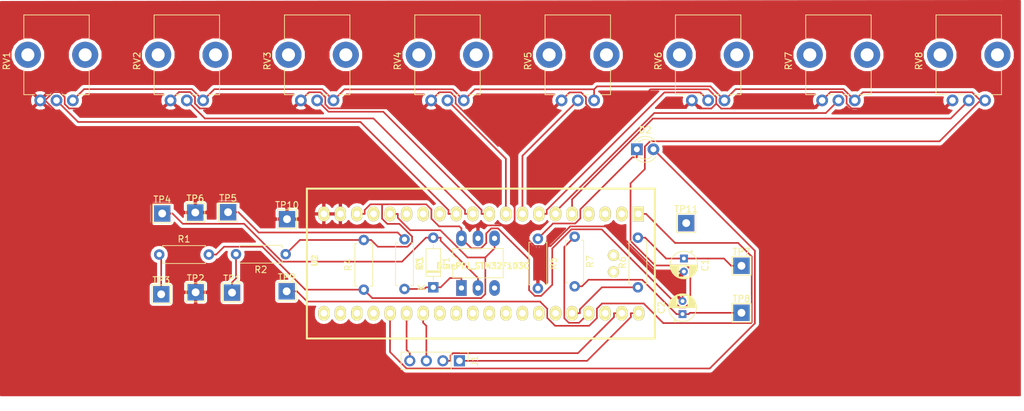
<source format=kicad_pcb>
(kicad_pcb (version 20171130) (host pcbnew 5.0.2+dfsg1-1~bpo9+1)

  (general
    (thickness 1.6)
    (drawings 0)
    (tracks 307)
    (zones 0)
    (modules 33)
    (nets 28)
  )

  (page A4)
  (layers
    (0 F.Cu signal)
    (31 B.Cu signal)
    (32 B.Adhes user)
    (33 F.Adhes user)
    (34 B.Paste user)
    (35 F.Paste user)
    (36 B.SilkS user)
    (37 F.SilkS user)
    (38 B.Mask user)
    (39 F.Mask user)
    (40 Dwgs.User user)
    (41 Cmts.User user)
    (42 Eco1.User user)
    (43 Eco2.User user)
    (44 Edge.Cuts user)
    (45 Margin user)
    (46 B.CrtYd user)
    (47 F.CrtYd user)
    (48 B.Fab user)
    (49 F.Fab user)
  )

  (setup
    (last_trace_width 0.25)
    (trace_clearance 0.2)
    (zone_clearance 0.508)
    (zone_45_only no)
    (trace_min 0.2)
    (segment_width 0.2)
    (edge_width 0.15)
    (via_size 0.8)
    (via_drill 0.4)
    (via_min_size 0.4)
    (via_min_drill 0.3)
    (uvia_size 0.3)
    (uvia_drill 0.1)
    (uvias_allowed no)
    (uvia_min_size 0.2)
    (uvia_min_drill 0.1)
    (pcb_text_width 0.3)
    (pcb_text_size 1.5 1.5)
    (mod_edge_width 0.15)
    (mod_text_size 1 1)
    (mod_text_width 0.15)
    (pad_size 1.524 1.524)
    (pad_drill 0.762)
    (pad_to_mask_clearance 0.051)
    (solder_mask_min_width 0.25)
    (aux_axis_origin 0 0)
    (visible_elements FFFFFF7F)
    (pcbplotparams
      (layerselection 0x010fc_ffffffff)
      (usegerberextensions false)
      (usegerberattributes false)
      (usegerberadvancedattributes false)
      (creategerberjobfile false)
      (excludeedgelayer true)
      (linewidth 0.100000)
      (plotframeref false)
      (viasonmask false)
      (mode 1)
      (useauxorigin false)
      (hpglpennumber 1)
      (hpglpenspeed 20)
      (hpglpendiameter 15.000000)
      (psnegative false)
      (psa4output false)
      (plotreference true)
      (plotvalue true)
      (plotinvisibletext false)
      (padsonsilk false)
      (subtractmaskfromsilk false)
      (outputformat 1)
      (mirror false)
      (drillshape 1)
      (scaleselection 1)
      (outputdirectory ""))
  )

  (net 0 "")
  (net 1 "Net-(D1-Pad1)")
  (net 2 "Net-(D1-Pad2)")
  (net 3 "Net-(TP9-Pad1)")
  (net 4 "Net-(RV8-Pad2)")
  (net 5 "Net-(RV7-Pad2)")
  (net 6 "Net-(RV6-Pad2)")
  (net 7 "Net-(RV5-Pad2)")
  (net 8 "Net-(RV4-Pad2)")
  (net 9 "Net-(RV3-Pad2)")
  (net 10 "Net-(RV2-Pad2)")
  (net 11 "Net-(RV1-Pad2)")
  (net 12 "Net-(R1-Pad2)")
  (net 13 +3V3)
  (net 14 GND)
  (net 15 "Net-(D2-Pad2)")
  (net 16 "Net-(J1-Pad4)")
  (net 17 "Net-(J1-Pad3)")
  (net 18 "Net-(R6-Pad1)")
  (net 19 "Net-(R7-Pad1)")
  (net 20 "Net-(J1-Pad2)")
  (net 21 "Net-(J1-Pad1)")
  (net 22 "Net-(C1-Pad1)")
  (net 23 "Net-(C2-Pad1)")
  (net 24 "Net-(D2-Pad1)")
  (net 25 "Net-(R1-Pad1)")
  (net 26 "Net-(R2-Pad2)")
  (net 27 "Net-(R3-Pad1)")

  (net_class Default "Ceci est la Netclass par défaut."
    (clearance 0.2)
    (trace_width 0.25)
    (via_dia 0.8)
    (via_drill 0.4)
    (uvia_dia 0.3)
    (uvia_drill 0.1)
    (add_net +3V3)
    (add_net GND)
    (add_net "Net-(C1-Pad1)")
    (add_net "Net-(C2-Pad1)")
    (add_net "Net-(D1-Pad1)")
    (add_net "Net-(D1-Pad2)")
    (add_net "Net-(D2-Pad1)")
    (add_net "Net-(D2-Pad2)")
    (add_net "Net-(J1-Pad1)")
    (add_net "Net-(J1-Pad2)")
    (add_net "Net-(J1-Pad3)")
    (add_net "Net-(J1-Pad4)")
    (add_net "Net-(R1-Pad1)")
    (add_net "Net-(R1-Pad2)")
    (add_net "Net-(R2-Pad2)")
    (add_net "Net-(R3-Pad1)")
    (add_net "Net-(R6-Pad1)")
    (add_net "Net-(R7-Pad1)")
    (add_net "Net-(RV1-Pad2)")
    (add_net "Net-(RV2-Pad2)")
    (add_net "Net-(RV3-Pad2)")
    (add_net "Net-(RV4-Pad2)")
    (add_net "Net-(RV5-Pad2)")
    (add_net "Net-(RV6-Pad2)")
    (add_net "Net-(RV7-Pad2)")
    (add_net "Net-(RV8-Pad2)")
    (add_net "Net-(TP9-Pad1)")
  )

  (module Capacitor_THT:CP_Radial_D4.0mm_P2.00mm (layer F.Cu) (tedit 5AE50EF0) (tstamp 5D1188F8)
    (at 128.778 77.2668 270)
    (descr "CP, Radial series, Radial, pin pitch=2.00mm, , diameter=4mm, Electrolytic Capacitor")
    (tags "CP Radial series Radial pin pitch 2.00mm  diameter 4mm Electrolytic Capacitor")
    (path /5D08D78B)
    (fp_text reference C1 (at 1 -3.25 270) (layer F.SilkS)
      (effects (font (size 1 1) (thickness 0.15)))
    )
    (fp_text value 10n (at 1 3.25 270) (layer F.Fab)
      (effects (font (size 1 1) (thickness 0.15)))
    )
    (fp_circle (center 1 0) (end 3 0) (layer F.Fab) (width 0.1))
    (fp_circle (center 1 0) (end 3.12 0) (layer F.SilkS) (width 0.12))
    (fp_circle (center 1 0) (end 3.25 0) (layer F.CrtYd) (width 0.05))
    (fp_line (start -0.702554 -0.8675) (end -0.302554 -0.8675) (layer F.Fab) (width 0.1))
    (fp_line (start -0.502554 -1.0675) (end -0.502554 -0.6675) (layer F.Fab) (width 0.1))
    (fp_line (start 1 -2.08) (end 1 2.08) (layer F.SilkS) (width 0.12))
    (fp_line (start 1.04 -2.08) (end 1.04 2.08) (layer F.SilkS) (width 0.12))
    (fp_line (start 1.08 -2.079) (end 1.08 2.079) (layer F.SilkS) (width 0.12))
    (fp_line (start 1.12 -2.077) (end 1.12 2.077) (layer F.SilkS) (width 0.12))
    (fp_line (start 1.16 -2.074) (end 1.16 2.074) (layer F.SilkS) (width 0.12))
    (fp_line (start 1.2 -2.071) (end 1.2 -0.84) (layer F.SilkS) (width 0.12))
    (fp_line (start 1.2 0.84) (end 1.2 2.071) (layer F.SilkS) (width 0.12))
    (fp_line (start 1.24 -2.067) (end 1.24 -0.84) (layer F.SilkS) (width 0.12))
    (fp_line (start 1.24 0.84) (end 1.24 2.067) (layer F.SilkS) (width 0.12))
    (fp_line (start 1.28 -2.062) (end 1.28 -0.84) (layer F.SilkS) (width 0.12))
    (fp_line (start 1.28 0.84) (end 1.28 2.062) (layer F.SilkS) (width 0.12))
    (fp_line (start 1.32 -2.056) (end 1.32 -0.84) (layer F.SilkS) (width 0.12))
    (fp_line (start 1.32 0.84) (end 1.32 2.056) (layer F.SilkS) (width 0.12))
    (fp_line (start 1.36 -2.05) (end 1.36 -0.84) (layer F.SilkS) (width 0.12))
    (fp_line (start 1.36 0.84) (end 1.36 2.05) (layer F.SilkS) (width 0.12))
    (fp_line (start 1.4 -2.042) (end 1.4 -0.84) (layer F.SilkS) (width 0.12))
    (fp_line (start 1.4 0.84) (end 1.4 2.042) (layer F.SilkS) (width 0.12))
    (fp_line (start 1.44 -2.034) (end 1.44 -0.84) (layer F.SilkS) (width 0.12))
    (fp_line (start 1.44 0.84) (end 1.44 2.034) (layer F.SilkS) (width 0.12))
    (fp_line (start 1.48 -2.025) (end 1.48 -0.84) (layer F.SilkS) (width 0.12))
    (fp_line (start 1.48 0.84) (end 1.48 2.025) (layer F.SilkS) (width 0.12))
    (fp_line (start 1.52 -2.016) (end 1.52 -0.84) (layer F.SilkS) (width 0.12))
    (fp_line (start 1.52 0.84) (end 1.52 2.016) (layer F.SilkS) (width 0.12))
    (fp_line (start 1.56 -2.005) (end 1.56 -0.84) (layer F.SilkS) (width 0.12))
    (fp_line (start 1.56 0.84) (end 1.56 2.005) (layer F.SilkS) (width 0.12))
    (fp_line (start 1.6 -1.994) (end 1.6 -0.84) (layer F.SilkS) (width 0.12))
    (fp_line (start 1.6 0.84) (end 1.6 1.994) (layer F.SilkS) (width 0.12))
    (fp_line (start 1.64 -1.982) (end 1.64 -0.84) (layer F.SilkS) (width 0.12))
    (fp_line (start 1.64 0.84) (end 1.64 1.982) (layer F.SilkS) (width 0.12))
    (fp_line (start 1.68 -1.968) (end 1.68 -0.84) (layer F.SilkS) (width 0.12))
    (fp_line (start 1.68 0.84) (end 1.68 1.968) (layer F.SilkS) (width 0.12))
    (fp_line (start 1.721 -1.954) (end 1.721 -0.84) (layer F.SilkS) (width 0.12))
    (fp_line (start 1.721 0.84) (end 1.721 1.954) (layer F.SilkS) (width 0.12))
    (fp_line (start 1.761 -1.94) (end 1.761 -0.84) (layer F.SilkS) (width 0.12))
    (fp_line (start 1.761 0.84) (end 1.761 1.94) (layer F.SilkS) (width 0.12))
    (fp_line (start 1.801 -1.924) (end 1.801 -0.84) (layer F.SilkS) (width 0.12))
    (fp_line (start 1.801 0.84) (end 1.801 1.924) (layer F.SilkS) (width 0.12))
    (fp_line (start 1.841 -1.907) (end 1.841 -0.84) (layer F.SilkS) (width 0.12))
    (fp_line (start 1.841 0.84) (end 1.841 1.907) (layer F.SilkS) (width 0.12))
    (fp_line (start 1.881 -1.889) (end 1.881 -0.84) (layer F.SilkS) (width 0.12))
    (fp_line (start 1.881 0.84) (end 1.881 1.889) (layer F.SilkS) (width 0.12))
    (fp_line (start 1.921 -1.87) (end 1.921 -0.84) (layer F.SilkS) (width 0.12))
    (fp_line (start 1.921 0.84) (end 1.921 1.87) (layer F.SilkS) (width 0.12))
    (fp_line (start 1.961 -1.851) (end 1.961 -0.84) (layer F.SilkS) (width 0.12))
    (fp_line (start 1.961 0.84) (end 1.961 1.851) (layer F.SilkS) (width 0.12))
    (fp_line (start 2.001 -1.83) (end 2.001 -0.84) (layer F.SilkS) (width 0.12))
    (fp_line (start 2.001 0.84) (end 2.001 1.83) (layer F.SilkS) (width 0.12))
    (fp_line (start 2.041 -1.808) (end 2.041 -0.84) (layer F.SilkS) (width 0.12))
    (fp_line (start 2.041 0.84) (end 2.041 1.808) (layer F.SilkS) (width 0.12))
    (fp_line (start 2.081 -1.785) (end 2.081 -0.84) (layer F.SilkS) (width 0.12))
    (fp_line (start 2.081 0.84) (end 2.081 1.785) (layer F.SilkS) (width 0.12))
    (fp_line (start 2.121 -1.76) (end 2.121 -0.84) (layer F.SilkS) (width 0.12))
    (fp_line (start 2.121 0.84) (end 2.121 1.76) (layer F.SilkS) (width 0.12))
    (fp_line (start 2.161 -1.735) (end 2.161 -0.84) (layer F.SilkS) (width 0.12))
    (fp_line (start 2.161 0.84) (end 2.161 1.735) (layer F.SilkS) (width 0.12))
    (fp_line (start 2.201 -1.708) (end 2.201 -0.84) (layer F.SilkS) (width 0.12))
    (fp_line (start 2.201 0.84) (end 2.201 1.708) (layer F.SilkS) (width 0.12))
    (fp_line (start 2.241 -1.68) (end 2.241 -0.84) (layer F.SilkS) (width 0.12))
    (fp_line (start 2.241 0.84) (end 2.241 1.68) (layer F.SilkS) (width 0.12))
    (fp_line (start 2.281 -1.65) (end 2.281 -0.84) (layer F.SilkS) (width 0.12))
    (fp_line (start 2.281 0.84) (end 2.281 1.65) (layer F.SilkS) (width 0.12))
    (fp_line (start 2.321 -1.619) (end 2.321 -0.84) (layer F.SilkS) (width 0.12))
    (fp_line (start 2.321 0.84) (end 2.321 1.619) (layer F.SilkS) (width 0.12))
    (fp_line (start 2.361 -1.587) (end 2.361 -0.84) (layer F.SilkS) (width 0.12))
    (fp_line (start 2.361 0.84) (end 2.361 1.587) (layer F.SilkS) (width 0.12))
    (fp_line (start 2.401 -1.552) (end 2.401 -0.84) (layer F.SilkS) (width 0.12))
    (fp_line (start 2.401 0.84) (end 2.401 1.552) (layer F.SilkS) (width 0.12))
    (fp_line (start 2.441 -1.516) (end 2.441 -0.84) (layer F.SilkS) (width 0.12))
    (fp_line (start 2.441 0.84) (end 2.441 1.516) (layer F.SilkS) (width 0.12))
    (fp_line (start 2.481 -1.478) (end 2.481 -0.84) (layer F.SilkS) (width 0.12))
    (fp_line (start 2.481 0.84) (end 2.481 1.478) (layer F.SilkS) (width 0.12))
    (fp_line (start 2.521 -1.438) (end 2.521 -0.84) (layer F.SilkS) (width 0.12))
    (fp_line (start 2.521 0.84) (end 2.521 1.438) (layer F.SilkS) (width 0.12))
    (fp_line (start 2.561 -1.396) (end 2.561 -0.84) (layer F.SilkS) (width 0.12))
    (fp_line (start 2.561 0.84) (end 2.561 1.396) (layer F.SilkS) (width 0.12))
    (fp_line (start 2.601 -1.351) (end 2.601 -0.84) (layer F.SilkS) (width 0.12))
    (fp_line (start 2.601 0.84) (end 2.601 1.351) (layer F.SilkS) (width 0.12))
    (fp_line (start 2.641 -1.304) (end 2.641 -0.84) (layer F.SilkS) (width 0.12))
    (fp_line (start 2.641 0.84) (end 2.641 1.304) (layer F.SilkS) (width 0.12))
    (fp_line (start 2.681 -1.254) (end 2.681 -0.84) (layer F.SilkS) (width 0.12))
    (fp_line (start 2.681 0.84) (end 2.681 1.254) (layer F.SilkS) (width 0.12))
    (fp_line (start 2.721 -1.2) (end 2.721 -0.84) (layer F.SilkS) (width 0.12))
    (fp_line (start 2.721 0.84) (end 2.721 1.2) (layer F.SilkS) (width 0.12))
    (fp_line (start 2.761 -1.142) (end 2.761 -0.84) (layer F.SilkS) (width 0.12))
    (fp_line (start 2.761 0.84) (end 2.761 1.142) (layer F.SilkS) (width 0.12))
    (fp_line (start 2.801 -1.08) (end 2.801 -0.84) (layer F.SilkS) (width 0.12))
    (fp_line (start 2.801 0.84) (end 2.801 1.08) (layer F.SilkS) (width 0.12))
    (fp_line (start 2.841 -1.013) (end 2.841 1.013) (layer F.SilkS) (width 0.12))
    (fp_line (start 2.881 -0.94) (end 2.881 0.94) (layer F.SilkS) (width 0.12))
    (fp_line (start 2.921 -0.859) (end 2.921 0.859) (layer F.SilkS) (width 0.12))
    (fp_line (start 2.961 -0.768) (end 2.961 0.768) (layer F.SilkS) (width 0.12))
    (fp_line (start 3.001 -0.664) (end 3.001 0.664) (layer F.SilkS) (width 0.12))
    (fp_line (start 3.041 -0.537) (end 3.041 0.537) (layer F.SilkS) (width 0.12))
    (fp_line (start 3.081 -0.37) (end 3.081 0.37) (layer F.SilkS) (width 0.12))
    (fp_line (start -1.269801 -1.195) (end -0.869801 -1.195) (layer F.SilkS) (width 0.12))
    (fp_line (start -1.069801 -1.395) (end -1.069801 -0.995) (layer F.SilkS) (width 0.12))
    (fp_text user %R (at 1 0 270) (layer F.Fab)
      (effects (font (size 0.8 0.8) (thickness 0.12)))
    )
    (pad 1 thru_hole rect (at 0 0 270) (size 1.2 1.2) (drill 0.6) (layers *.Cu *.Mask)
      (net 22 "Net-(C1-Pad1)"))
    (pad 2 thru_hole circle (at 2 0 270) (size 1.2 1.2) (drill 0.6) (layers *.Cu *.Mask)
      (net 14 GND))
    (model ${KISYS3DMOD}/Capacitor_THT.3dshapes/CP_Radial_D4.0mm_P2.00mm.wrl
      (at (xyz 0 0 0))
      (scale (xyz 1 1 1))
      (rotate (xyz 0 0 0))
    )
  )

  (module Capacitor_THT:CP_Radial_D4.0mm_P2.00mm (layer F.Cu) (tedit 5AE50EF0) (tstamp 5D118964)
    (at 128.575 85.8012 90)
    (descr "CP, Radial series, Radial, pin pitch=2.00mm, , diameter=4mm, Electrolytic Capacitor")
    (tags "CP Radial series Radial pin pitch 2.00mm  diameter 4mm Electrolytic Capacitor")
    (path /5D08D81E)
    (fp_text reference C2 (at 1 -3.25 90) (layer F.SilkS)
      (effects (font (size 1 1) (thickness 0.15)))
    )
    (fp_text value 10n (at 1 3.25 90) (layer F.Fab)
      (effects (font (size 1 1) (thickness 0.15)))
    )
    (fp_text user %R (at 1 0 90) (layer F.Fab)
      (effects (font (size 0.8 0.8) (thickness 0.12)))
    )
    (fp_line (start -1.069801 -1.395) (end -1.069801 -0.995) (layer F.SilkS) (width 0.12))
    (fp_line (start -1.269801 -1.195) (end -0.869801 -1.195) (layer F.SilkS) (width 0.12))
    (fp_line (start 3.081 -0.37) (end 3.081 0.37) (layer F.SilkS) (width 0.12))
    (fp_line (start 3.041 -0.537) (end 3.041 0.537) (layer F.SilkS) (width 0.12))
    (fp_line (start 3.001 -0.664) (end 3.001 0.664) (layer F.SilkS) (width 0.12))
    (fp_line (start 2.961 -0.768) (end 2.961 0.768) (layer F.SilkS) (width 0.12))
    (fp_line (start 2.921 -0.859) (end 2.921 0.859) (layer F.SilkS) (width 0.12))
    (fp_line (start 2.881 -0.94) (end 2.881 0.94) (layer F.SilkS) (width 0.12))
    (fp_line (start 2.841 -1.013) (end 2.841 1.013) (layer F.SilkS) (width 0.12))
    (fp_line (start 2.801 0.84) (end 2.801 1.08) (layer F.SilkS) (width 0.12))
    (fp_line (start 2.801 -1.08) (end 2.801 -0.84) (layer F.SilkS) (width 0.12))
    (fp_line (start 2.761 0.84) (end 2.761 1.142) (layer F.SilkS) (width 0.12))
    (fp_line (start 2.761 -1.142) (end 2.761 -0.84) (layer F.SilkS) (width 0.12))
    (fp_line (start 2.721 0.84) (end 2.721 1.2) (layer F.SilkS) (width 0.12))
    (fp_line (start 2.721 -1.2) (end 2.721 -0.84) (layer F.SilkS) (width 0.12))
    (fp_line (start 2.681 0.84) (end 2.681 1.254) (layer F.SilkS) (width 0.12))
    (fp_line (start 2.681 -1.254) (end 2.681 -0.84) (layer F.SilkS) (width 0.12))
    (fp_line (start 2.641 0.84) (end 2.641 1.304) (layer F.SilkS) (width 0.12))
    (fp_line (start 2.641 -1.304) (end 2.641 -0.84) (layer F.SilkS) (width 0.12))
    (fp_line (start 2.601 0.84) (end 2.601 1.351) (layer F.SilkS) (width 0.12))
    (fp_line (start 2.601 -1.351) (end 2.601 -0.84) (layer F.SilkS) (width 0.12))
    (fp_line (start 2.561 0.84) (end 2.561 1.396) (layer F.SilkS) (width 0.12))
    (fp_line (start 2.561 -1.396) (end 2.561 -0.84) (layer F.SilkS) (width 0.12))
    (fp_line (start 2.521 0.84) (end 2.521 1.438) (layer F.SilkS) (width 0.12))
    (fp_line (start 2.521 -1.438) (end 2.521 -0.84) (layer F.SilkS) (width 0.12))
    (fp_line (start 2.481 0.84) (end 2.481 1.478) (layer F.SilkS) (width 0.12))
    (fp_line (start 2.481 -1.478) (end 2.481 -0.84) (layer F.SilkS) (width 0.12))
    (fp_line (start 2.441 0.84) (end 2.441 1.516) (layer F.SilkS) (width 0.12))
    (fp_line (start 2.441 -1.516) (end 2.441 -0.84) (layer F.SilkS) (width 0.12))
    (fp_line (start 2.401 0.84) (end 2.401 1.552) (layer F.SilkS) (width 0.12))
    (fp_line (start 2.401 -1.552) (end 2.401 -0.84) (layer F.SilkS) (width 0.12))
    (fp_line (start 2.361 0.84) (end 2.361 1.587) (layer F.SilkS) (width 0.12))
    (fp_line (start 2.361 -1.587) (end 2.361 -0.84) (layer F.SilkS) (width 0.12))
    (fp_line (start 2.321 0.84) (end 2.321 1.619) (layer F.SilkS) (width 0.12))
    (fp_line (start 2.321 -1.619) (end 2.321 -0.84) (layer F.SilkS) (width 0.12))
    (fp_line (start 2.281 0.84) (end 2.281 1.65) (layer F.SilkS) (width 0.12))
    (fp_line (start 2.281 -1.65) (end 2.281 -0.84) (layer F.SilkS) (width 0.12))
    (fp_line (start 2.241 0.84) (end 2.241 1.68) (layer F.SilkS) (width 0.12))
    (fp_line (start 2.241 -1.68) (end 2.241 -0.84) (layer F.SilkS) (width 0.12))
    (fp_line (start 2.201 0.84) (end 2.201 1.708) (layer F.SilkS) (width 0.12))
    (fp_line (start 2.201 -1.708) (end 2.201 -0.84) (layer F.SilkS) (width 0.12))
    (fp_line (start 2.161 0.84) (end 2.161 1.735) (layer F.SilkS) (width 0.12))
    (fp_line (start 2.161 -1.735) (end 2.161 -0.84) (layer F.SilkS) (width 0.12))
    (fp_line (start 2.121 0.84) (end 2.121 1.76) (layer F.SilkS) (width 0.12))
    (fp_line (start 2.121 -1.76) (end 2.121 -0.84) (layer F.SilkS) (width 0.12))
    (fp_line (start 2.081 0.84) (end 2.081 1.785) (layer F.SilkS) (width 0.12))
    (fp_line (start 2.081 -1.785) (end 2.081 -0.84) (layer F.SilkS) (width 0.12))
    (fp_line (start 2.041 0.84) (end 2.041 1.808) (layer F.SilkS) (width 0.12))
    (fp_line (start 2.041 -1.808) (end 2.041 -0.84) (layer F.SilkS) (width 0.12))
    (fp_line (start 2.001 0.84) (end 2.001 1.83) (layer F.SilkS) (width 0.12))
    (fp_line (start 2.001 -1.83) (end 2.001 -0.84) (layer F.SilkS) (width 0.12))
    (fp_line (start 1.961 0.84) (end 1.961 1.851) (layer F.SilkS) (width 0.12))
    (fp_line (start 1.961 -1.851) (end 1.961 -0.84) (layer F.SilkS) (width 0.12))
    (fp_line (start 1.921 0.84) (end 1.921 1.87) (layer F.SilkS) (width 0.12))
    (fp_line (start 1.921 -1.87) (end 1.921 -0.84) (layer F.SilkS) (width 0.12))
    (fp_line (start 1.881 0.84) (end 1.881 1.889) (layer F.SilkS) (width 0.12))
    (fp_line (start 1.881 -1.889) (end 1.881 -0.84) (layer F.SilkS) (width 0.12))
    (fp_line (start 1.841 0.84) (end 1.841 1.907) (layer F.SilkS) (width 0.12))
    (fp_line (start 1.841 -1.907) (end 1.841 -0.84) (layer F.SilkS) (width 0.12))
    (fp_line (start 1.801 0.84) (end 1.801 1.924) (layer F.SilkS) (width 0.12))
    (fp_line (start 1.801 -1.924) (end 1.801 -0.84) (layer F.SilkS) (width 0.12))
    (fp_line (start 1.761 0.84) (end 1.761 1.94) (layer F.SilkS) (width 0.12))
    (fp_line (start 1.761 -1.94) (end 1.761 -0.84) (layer F.SilkS) (width 0.12))
    (fp_line (start 1.721 0.84) (end 1.721 1.954) (layer F.SilkS) (width 0.12))
    (fp_line (start 1.721 -1.954) (end 1.721 -0.84) (layer F.SilkS) (width 0.12))
    (fp_line (start 1.68 0.84) (end 1.68 1.968) (layer F.SilkS) (width 0.12))
    (fp_line (start 1.68 -1.968) (end 1.68 -0.84) (layer F.SilkS) (width 0.12))
    (fp_line (start 1.64 0.84) (end 1.64 1.982) (layer F.SilkS) (width 0.12))
    (fp_line (start 1.64 -1.982) (end 1.64 -0.84) (layer F.SilkS) (width 0.12))
    (fp_line (start 1.6 0.84) (end 1.6 1.994) (layer F.SilkS) (width 0.12))
    (fp_line (start 1.6 -1.994) (end 1.6 -0.84) (layer F.SilkS) (width 0.12))
    (fp_line (start 1.56 0.84) (end 1.56 2.005) (layer F.SilkS) (width 0.12))
    (fp_line (start 1.56 -2.005) (end 1.56 -0.84) (layer F.SilkS) (width 0.12))
    (fp_line (start 1.52 0.84) (end 1.52 2.016) (layer F.SilkS) (width 0.12))
    (fp_line (start 1.52 -2.016) (end 1.52 -0.84) (layer F.SilkS) (width 0.12))
    (fp_line (start 1.48 0.84) (end 1.48 2.025) (layer F.SilkS) (width 0.12))
    (fp_line (start 1.48 -2.025) (end 1.48 -0.84) (layer F.SilkS) (width 0.12))
    (fp_line (start 1.44 0.84) (end 1.44 2.034) (layer F.SilkS) (width 0.12))
    (fp_line (start 1.44 -2.034) (end 1.44 -0.84) (layer F.SilkS) (width 0.12))
    (fp_line (start 1.4 0.84) (end 1.4 2.042) (layer F.SilkS) (width 0.12))
    (fp_line (start 1.4 -2.042) (end 1.4 -0.84) (layer F.SilkS) (width 0.12))
    (fp_line (start 1.36 0.84) (end 1.36 2.05) (layer F.SilkS) (width 0.12))
    (fp_line (start 1.36 -2.05) (end 1.36 -0.84) (layer F.SilkS) (width 0.12))
    (fp_line (start 1.32 0.84) (end 1.32 2.056) (layer F.SilkS) (width 0.12))
    (fp_line (start 1.32 -2.056) (end 1.32 -0.84) (layer F.SilkS) (width 0.12))
    (fp_line (start 1.28 0.84) (end 1.28 2.062) (layer F.SilkS) (width 0.12))
    (fp_line (start 1.28 -2.062) (end 1.28 -0.84) (layer F.SilkS) (width 0.12))
    (fp_line (start 1.24 0.84) (end 1.24 2.067) (layer F.SilkS) (width 0.12))
    (fp_line (start 1.24 -2.067) (end 1.24 -0.84) (layer F.SilkS) (width 0.12))
    (fp_line (start 1.2 0.84) (end 1.2 2.071) (layer F.SilkS) (width 0.12))
    (fp_line (start 1.2 -2.071) (end 1.2 -0.84) (layer F.SilkS) (width 0.12))
    (fp_line (start 1.16 -2.074) (end 1.16 2.074) (layer F.SilkS) (width 0.12))
    (fp_line (start 1.12 -2.077) (end 1.12 2.077) (layer F.SilkS) (width 0.12))
    (fp_line (start 1.08 -2.079) (end 1.08 2.079) (layer F.SilkS) (width 0.12))
    (fp_line (start 1.04 -2.08) (end 1.04 2.08) (layer F.SilkS) (width 0.12))
    (fp_line (start 1 -2.08) (end 1 2.08) (layer F.SilkS) (width 0.12))
    (fp_line (start -0.502554 -1.0675) (end -0.502554 -0.6675) (layer F.Fab) (width 0.1))
    (fp_line (start -0.702554 -0.8675) (end -0.302554 -0.8675) (layer F.Fab) (width 0.1))
    (fp_circle (center 1 0) (end 3.25 0) (layer F.CrtYd) (width 0.05))
    (fp_circle (center 1 0) (end 3.12 0) (layer F.SilkS) (width 0.12))
    (fp_circle (center 1 0) (end 3 0) (layer F.Fab) (width 0.1))
    (pad 2 thru_hole circle (at 2 0 90) (size 1.2 1.2) (drill 0.6) (layers *.Cu *.Mask)
      (net 14 GND))
    (pad 1 thru_hole rect (at 0 0 90) (size 1.2 1.2) (drill 0.6) (layers *.Cu *.Mask)
      (net 23 "Net-(C2-Pad1)"))
    (model ${KISYS3DMOD}/Capacitor_THT.3dshapes/CP_Radial_D4.0mm_P2.00mm.wrl
      (at (xyz 0 0 0))
      (scale (xyz 1 1 1))
      (rotate (xyz 0 0 0))
    )
  )

  (module Diode_THT:D_DO-35_SOD27_P7.62mm_Horizontal (layer F.Cu) (tedit 5AE50CD5) (tstamp 5D118983)
    (at 90.3224 81.6864 90)
    (descr "Diode, DO-35_SOD27 series, Axial, Horizontal, pin pitch=7.62mm, , length*diameter=4*2mm^2, , http://www.diodes.com/_files/packages/DO-35.pdf")
    (tags "Diode DO-35_SOD27 series Axial Horizontal pin pitch 7.62mm  length 4mm diameter 2mm")
    (path /5D0624B1)
    (fp_text reference D1 (at 3.81 -2.12 90) (layer F.SilkS)
      (effects (font (size 1 1) (thickness 0.15)))
    )
    (fp_text value 1N914 (at 3.81 2.12 90) (layer F.Fab)
      (effects (font (size 1 1) (thickness 0.15)))
    )
    (fp_line (start 1.81 -1) (end 1.81 1) (layer F.Fab) (width 0.1))
    (fp_line (start 1.81 1) (end 5.81 1) (layer F.Fab) (width 0.1))
    (fp_line (start 5.81 1) (end 5.81 -1) (layer F.Fab) (width 0.1))
    (fp_line (start 5.81 -1) (end 1.81 -1) (layer F.Fab) (width 0.1))
    (fp_line (start 0 0) (end 1.81 0) (layer F.Fab) (width 0.1))
    (fp_line (start 7.62 0) (end 5.81 0) (layer F.Fab) (width 0.1))
    (fp_line (start 2.41 -1) (end 2.41 1) (layer F.Fab) (width 0.1))
    (fp_line (start 2.51 -1) (end 2.51 1) (layer F.Fab) (width 0.1))
    (fp_line (start 2.31 -1) (end 2.31 1) (layer F.Fab) (width 0.1))
    (fp_line (start 1.69 -1.12) (end 1.69 1.12) (layer F.SilkS) (width 0.12))
    (fp_line (start 1.69 1.12) (end 5.93 1.12) (layer F.SilkS) (width 0.12))
    (fp_line (start 5.93 1.12) (end 5.93 -1.12) (layer F.SilkS) (width 0.12))
    (fp_line (start 5.93 -1.12) (end 1.69 -1.12) (layer F.SilkS) (width 0.12))
    (fp_line (start 1.04 0) (end 1.69 0) (layer F.SilkS) (width 0.12))
    (fp_line (start 6.58 0) (end 5.93 0) (layer F.SilkS) (width 0.12))
    (fp_line (start 2.41 -1.12) (end 2.41 1.12) (layer F.SilkS) (width 0.12))
    (fp_line (start 2.53 -1.12) (end 2.53 1.12) (layer F.SilkS) (width 0.12))
    (fp_line (start 2.29 -1.12) (end 2.29 1.12) (layer F.SilkS) (width 0.12))
    (fp_line (start -1.05 -1.25) (end -1.05 1.25) (layer F.CrtYd) (width 0.05))
    (fp_line (start -1.05 1.25) (end 8.67 1.25) (layer F.CrtYd) (width 0.05))
    (fp_line (start 8.67 1.25) (end 8.67 -1.25) (layer F.CrtYd) (width 0.05))
    (fp_line (start 8.67 -1.25) (end -1.05 -1.25) (layer F.CrtYd) (width 0.05))
    (fp_text user %R (at 4.11 0 90) (layer F.Fab)
      (effects (font (size 0.8 0.8) (thickness 0.12)))
    )
    (fp_text user K (at 0 -1.8 90) (layer F.Fab)
      (effects (font (size 1 1) (thickness 0.15)))
    )
    (fp_text user K (at 0 -1.8 90) (layer F.SilkS)
      (effects (font (size 1 1) (thickness 0.15)))
    )
    (pad 1 thru_hole rect (at 0 0 90) (size 1.6 1.6) (drill 0.8) (layers *.Cu *.Mask)
      (net 1 "Net-(D1-Pad1)"))
    (pad 2 thru_hole oval (at 7.62 0 90) (size 1.6 1.6) (drill 0.8) (layers *.Cu *.Mask)
      (net 2 "Net-(D1-Pad2)"))
    (model ${KISYS3DMOD}/Diode_THT.3dshapes/D_DO-35_SOD27_P7.62mm_Horizontal.wrl
      (at (xyz 0 0 0))
      (scale (xyz 1 1 1))
      (rotate (xyz 0 0 0))
    )
  )

  (module LED_THT:LED_D3.0mm (layer F.Cu) (tedit 587A3A7B) (tstamp 5D118996)
    (at 121.564 60.5028)
    (descr "LED, diameter 3.0mm, 2 pins")
    (tags "LED diameter 3.0mm 2 pins")
    (path /5D0950C7)
    (fp_text reference D2 (at 1.27 -2.96) (layer F.SilkS)
      (effects (font (size 1 1) (thickness 0.15)))
    )
    (fp_text value LED (at 1.27 2.96) (layer F.Fab)
      (effects (font (size 1 1) (thickness 0.15)))
    )
    (fp_arc (start 1.27 0) (end -0.23 -1.16619) (angle 284.3) (layer F.Fab) (width 0.1))
    (fp_arc (start 1.27 0) (end -0.29 -1.235516) (angle 108.8) (layer F.SilkS) (width 0.12))
    (fp_arc (start 1.27 0) (end -0.29 1.235516) (angle -108.8) (layer F.SilkS) (width 0.12))
    (fp_arc (start 1.27 0) (end 0.229039 -1.08) (angle 87.9) (layer F.SilkS) (width 0.12))
    (fp_arc (start 1.27 0) (end 0.229039 1.08) (angle -87.9) (layer F.SilkS) (width 0.12))
    (fp_circle (center 1.27 0) (end 2.77 0) (layer F.Fab) (width 0.1))
    (fp_line (start -0.23 -1.16619) (end -0.23 1.16619) (layer F.Fab) (width 0.1))
    (fp_line (start -0.29 -1.236) (end -0.29 -1.08) (layer F.SilkS) (width 0.12))
    (fp_line (start -0.29 1.08) (end -0.29 1.236) (layer F.SilkS) (width 0.12))
    (fp_line (start -1.15 -2.25) (end -1.15 2.25) (layer F.CrtYd) (width 0.05))
    (fp_line (start -1.15 2.25) (end 3.7 2.25) (layer F.CrtYd) (width 0.05))
    (fp_line (start 3.7 2.25) (end 3.7 -2.25) (layer F.CrtYd) (width 0.05))
    (fp_line (start 3.7 -2.25) (end -1.15 -2.25) (layer F.CrtYd) (width 0.05))
    (pad 1 thru_hole rect (at 0 0) (size 1.8 1.8) (drill 0.9) (layers *.Cu *.Mask)
      (net 24 "Net-(D2-Pad1)"))
    (pad 2 thru_hole circle (at 2.54 0) (size 1.8 1.8) (drill 0.9) (layers *.Cu *.Mask)
      (net 15 "Net-(D2-Pad2)"))
    (model ${KISYS3DMOD}/LED_THT.3dshapes/LED_D3.0mm.wrl
      (at (xyz 0 0 0))
      (scale (xyz 1 1 1))
      (rotate (xyz 0 0 0))
    )
  )

  (module Connector_PinHeader_2.54mm:PinHeader_1x04_P2.54mm_Vertical (layer F.Cu) (tedit 59FED5CC) (tstamp 5D1189AE)
    (at 94.3356 92.964 270)
    (descr "Through hole straight pin header, 1x04, 2.54mm pitch, single row")
    (tags "Through hole pin header THT 1x04 2.54mm single row")
    (path /5D05025C)
    (fp_text reference J1 (at 0 -2.33 270) (layer F.SilkS)
      (effects (font (size 1 1) (thickness 0.15)))
    )
    (fp_text value Conn_01x04_Female (at 0 9.95 270) (layer F.Fab)
      (effects (font (size 1 1) (thickness 0.15)))
    )
    (fp_line (start -0.635 -1.27) (end 1.27 -1.27) (layer F.Fab) (width 0.1))
    (fp_line (start 1.27 -1.27) (end 1.27 8.89) (layer F.Fab) (width 0.1))
    (fp_line (start 1.27 8.89) (end -1.27 8.89) (layer F.Fab) (width 0.1))
    (fp_line (start -1.27 8.89) (end -1.27 -0.635) (layer F.Fab) (width 0.1))
    (fp_line (start -1.27 -0.635) (end -0.635 -1.27) (layer F.Fab) (width 0.1))
    (fp_line (start -1.33 8.95) (end 1.33 8.95) (layer F.SilkS) (width 0.12))
    (fp_line (start -1.33 1.27) (end -1.33 8.95) (layer F.SilkS) (width 0.12))
    (fp_line (start 1.33 1.27) (end 1.33 8.95) (layer F.SilkS) (width 0.12))
    (fp_line (start -1.33 1.27) (end 1.33 1.27) (layer F.SilkS) (width 0.12))
    (fp_line (start -1.33 0) (end -1.33 -1.33) (layer F.SilkS) (width 0.12))
    (fp_line (start -1.33 -1.33) (end 0 -1.33) (layer F.SilkS) (width 0.12))
    (fp_line (start -1.8 -1.8) (end -1.8 9.4) (layer F.CrtYd) (width 0.05))
    (fp_line (start -1.8 9.4) (end 1.8 9.4) (layer F.CrtYd) (width 0.05))
    (fp_line (start 1.8 9.4) (end 1.8 -1.8) (layer F.CrtYd) (width 0.05))
    (fp_line (start 1.8 -1.8) (end -1.8 -1.8) (layer F.CrtYd) (width 0.05))
    (fp_text user %R (at 0 3.81) (layer F.Fab)
      (effects (font (size 1 1) (thickness 0.15)))
    )
    (pad 1 thru_hole rect (at 0 0 270) (size 1.7 1.7) (drill 1) (layers *.Cu *.Mask)
      (net 21 "Net-(J1-Pad1)"))
    (pad 2 thru_hole oval (at 0 2.54 270) (size 1.7 1.7) (drill 1) (layers *.Cu *.Mask)
      (net 20 "Net-(J1-Pad2)"))
    (pad 3 thru_hole oval (at 0 5.08 270) (size 1.7 1.7) (drill 1) (layers *.Cu *.Mask)
      (net 17 "Net-(J1-Pad3)"))
    (pad 4 thru_hole oval (at 0 7.62 270) (size 1.7 1.7) (drill 1) (layers *.Cu *.Mask)
      (net 16 "Net-(J1-Pad4)"))
    (model ${KISYS3DMOD}/Connector_PinHeader_2.54mm.3dshapes/PinHeader_1x04_P2.54mm_Vertical.wrl
      (at (xyz 0 0 0))
      (scale (xyz 1 1 1))
      (rotate (xyz 0 0 0))
    )
  )

  (module Resistor_THT:R_Axial_DIN0207_L6.3mm_D2.5mm_P7.62mm_Horizontal (layer F.Cu) (tedit 5AE5139B) (tstamp 5D1189C5)
    (at 48.26 76.6572)
    (descr "Resistor, Axial_DIN0207 series, Axial, Horizontal, pin pitch=7.62mm, 0.25W = 1/4W, length*diameter=6.3*2.5mm^2, http://cdn-reichelt.de/documents/datenblatt/B400/1_4W%23YAG.pdf")
    (tags "Resistor Axial_DIN0207 series Axial Horizontal pin pitch 7.62mm 0.25W = 1/4W length 6.3mm diameter 2.5mm")
    (path /5D089794)
    (fp_text reference R1 (at 3.81 -2.37) (layer F.SilkS)
      (effects (font (size 1 1) (thickness 0.15)))
    )
    (fp_text value 10 (at 3.81 2.37) (layer F.Fab)
      (effects (font (size 1 1) (thickness 0.15)))
    )
    (fp_line (start 0.66 -1.25) (end 0.66 1.25) (layer F.Fab) (width 0.1))
    (fp_line (start 0.66 1.25) (end 6.96 1.25) (layer F.Fab) (width 0.1))
    (fp_line (start 6.96 1.25) (end 6.96 -1.25) (layer F.Fab) (width 0.1))
    (fp_line (start 6.96 -1.25) (end 0.66 -1.25) (layer F.Fab) (width 0.1))
    (fp_line (start 0 0) (end 0.66 0) (layer F.Fab) (width 0.1))
    (fp_line (start 7.62 0) (end 6.96 0) (layer F.Fab) (width 0.1))
    (fp_line (start 0.54 -1.04) (end 0.54 -1.37) (layer F.SilkS) (width 0.12))
    (fp_line (start 0.54 -1.37) (end 7.08 -1.37) (layer F.SilkS) (width 0.12))
    (fp_line (start 7.08 -1.37) (end 7.08 -1.04) (layer F.SilkS) (width 0.12))
    (fp_line (start 0.54 1.04) (end 0.54 1.37) (layer F.SilkS) (width 0.12))
    (fp_line (start 0.54 1.37) (end 7.08 1.37) (layer F.SilkS) (width 0.12))
    (fp_line (start 7.08 1.37) (end 7.08 1.04) (layer F.SilkS) (width 0.12))
    (fp_line (start -1.05 -1.5) (end -1.05 1.5) (layer F.CrtYd) (width 0.05))
    (fp_line (start -1.05 1.5) (end 8.67 1.5) (layer F.CrtYd) (width 0.05))
    (fp_line (start 8.67 1.5) (end 8.67 -1.5) (layer F.CrtYd) (width 0.05))
    (fp_line (start 8.67 -1.5) (end -1.05 -1.5) (layer F.CrtYd) (width 0.05))
    (fp_text user %R (at 3.81 0) (layer F.Fab)
      (effects (font (size 1 1) (thickness 0.15)))
    )
    (pad 1 thru_hole circle (at 0 0) (size 1.6 1.6) (drill 0.8) (layers *.Cu *.Mask)
      (net 25 "Net-(R1-Pad1)"))
    (pad 2 thru_hole oval (at 7.62 0) (size 1.6 1.6) (drill 0.8) (layers *.Cu *.Mask)
      (net 12 "Net-(R1-Pad2)"))
    (model ${KISYS3DMOD}/Resistor_THT.3dshapes/R_Axial_DIN0207_L6.3mm_D2.5mm_P7.62mm_Horizontal.wrl
      (at (xyz 0 0 0))
      (scale (xyz 1 1 1))
      (rotate (xyz 0 0 0))
    )
  )

  (module Resistor_THT:R_Axial_DIN0207_L6.3mm_D2.5mm_P7.62mm_Horizontal (layer F.Cu) (tedit 5AE5139B) (tstamp 5D1189DC)
    (at 67.6656 76.6064 180)
    (descr "Resistor, Axial_DIN0207 series, Axial, Horizontal, pin pitch=7.62mm, 0.25W = 1/4W, length*diameter=6.3*2.5mm^2, http://cdn-reichelt.de/documents/datenblatt/B400/1_4W%23YAG.pdf")
    (tags "Resistor Axial_DIN0207 series Axial Horizontal pin pitch 7.62mm 0.25W = 1/4W length 6.3mm diameter 2.5mm")
    (path /5D07FAE2)
    (fp_text reference R2 (at 3.81 -2.37 180) (layer F.SilkS)
      (effects (font (size 1 1) (thickness 0.15)))
    )
    (fp_text value 33 (at 3.81 2.37 180) (layer F.Fab)
      (effects (font (size 1 1) (thickness 0.15)))
    )
    (fp_line (start 0.66 -1.25) (end 0.66 1.25) (layer F.Fab) (width 0.1))
    (fp_line (start 0.66 1.25) (end 6.96 1.25) (layer F.Fab) (width 0.1))
    (fp_line (start 6.96 1.25) (end 6.96 -1.25) (layer F.Fab) (width 0.1))
    (fp_line (start 6.96 -1.25) (end 0.66 -1.25) (layer F.Fab) (width 0.1))
    (fp_line (start 0 0) (end 0.66 0) (layer F.Fab) (width 0.1))
    (fp_line (start 7.62 0) (end 6.96 0) (layer F.Fab) (width 0.1))
    (fp_line (start 0.54 -1.04) (end 0.54 -1.37) (layer F.SilkS) (width 0.12))
    (fp_line (start 0.54 -1.37) (end 7.08 -1.37) (layer F.SilkS) (width 0.12))
    (fp_line (start 7.08 -1.37) (end 7.08 -1.04) (layer F.SilkS) (width 0.12))
    (fp_line (start 0.54 1.04) (end 0.54 1.37) (layer F.SilkS) (width 0.12))
    (fp_line (start 0.54 1.37) (end 7.08 1.37) (layer F.SilkS) (width 0.12))
    (fp_line (start 7.08 1.37) (end 7.08 1.04) (layer F.SilkS) (width 0.12))
    (fp_line (start -1.05 -1.5) (end -1.05 1.5) (layer F.CrtYd) (width 0.05))
    (fp_line (start -1.05 1.5) (end 8.67 1.5) (layer F.CrtYd) (width 0.05))
    (fp_line (start 8.67 1.5) (end 8.67 -1.5) (layer F.CrtYd) (width 0.05))
    (fp_line (start 8.67 -1.5) (end -1.05 -1.5) (layer F.CrtYd) (width 0.05))
    (fp_text user %R (at 3.81 0 180) (layer F.Fab)
      (effects (font (size 1 1) (thickness 0.15)))
    )
    (pad 1 thru_hole circle (at 0 0 180) (size 1.6 1.6) (drill 0.8) (layers *.Cu *.Mask)
      (net 13 +3V3))
    (pad 2 thru_hole oval (at 7.62 0 180) (size 1.6 1.6) (drill 0.8) (layers *.Cu *.Mask)
      (net 26 "Net-(R2-Pad2)"))
    (model ${KISYS3DMOD}/Resistor_THT.3dshapes/R_Axial_DIN0207_L6.3mm_D2.5mm_P7.62mm_Horizontal.wrl
      (at (xyz 0 0 0))
      (scale (xyz 1 1 1))
      (rotate (xyz 0 0 0))
    )
  )

  (module Resistor_THT:R_Axial_DIN0207_L6.3mm_D2.5mm_P7.62mm_Horizontal (layer F.Cu) (tedit 5AE5139B) (tstamp 5D1189F3)
    (at 85.9028 74.3204 270)
    (descr "Resistor, Axial_DIN0207 series, Axial, Horizontal, pin pitch=7.62mm, 0.25W = 1/4W, length*diameter=6.3*2.5mm^2, http://cdn-reichelt.de/documents/datenblatt/B400/1_4W%23YAG.pdf")
    (tags "Resistor Axial_DIN0207 series Axial Horizontal pin pitch 7.62mm 0.25W = 1/4W length 6.3mm diameter 2.5mm")
    (path /5D07F846)
    (fp_text reference R3 (at 3.81 -2.37 270) (layer F.SilkS)
      (effects (font (size 1 1) (thickness 0.15)))
    )
    (fp_text value 220 (at 3.81 2.37 270) (layer F.Fab)
      (effects (font (size 1 1) (thickness 0.15)))
    )
    (fp_text user %R (at 3.81 0 270) (layer F.Fab)
      (effects (font (size 1 1) (thickness 0.15)))
    )
    (fp_line (start 8.67 -1.5) (end -1.05 -1.5) (layer F.CrtYd) (width 0.05))
    (fp_line (start 8.67 1.5) (end 8.67 -1.5) (layer F.CrtYd) (width 0.05))
    (fp_line (start -1.05 1.5) (end 8.67 1.5) (layer F.CrtYd) (width 0.05))
    (fp_line (start -1.05 -1.5) (end -1.05 1.5) (layer F.CrtYd) (width 0.05))
    (fp_line (start 7.08 1.37) (end 7.08 1.04) (layer F.SilkS) (width 0.12))
    (fp_line (start 0.54 1.37) (end 7.08 1.37) (layer F.SilkS) (width 0.12))
    (fp_line (start 0.54 1.04) (end 0.54 1.37) (layer F.SilkS) (width 0.12))
    (fp_line (start 7.08 -1.37) (end 7.08 -1.04) (layer F.SilkS) (width 0.12))
    (fp_line (start 0.54 -1.37) (end 7.08 -1.37) (layer F.SilkS) (width 0.12))
    (fp_line (start 0.54 -1.04) (end 0.54 -1.37) (layer F.SilkS) (width 0.12))
    (fp_line (start 7.62 0) (end 6.96 0) (layer F.Fab) (width 0.1))
    (fp_line (start 0 0) (end 0.66 0) (layer F.Fab) (width 0.1))
    (fp_line (start 6.96 -1.25) (end 0.66 -1.25) (layer F.Fab) (width 0.1))
    (fp_line (start 6.96 1.25) (end 6.96 -1.25) (layer F.Fab) (width 0.1))
    (fp_line (start 0.66 1.25) (end 6.96 1.25) (layer F.Fab) (width 0.1))
    (fp_line (start 0.66 -1.25) (end 0.66 1.25) (layer F.Fab) (width 0.1))
    (pad 2 thru_hole oval (at 7.62 0 270) (size 1.6 1.6) (drill 0.8) (layers *.Cu *.Mask)
      (net 1 "Net-(D1-Pad1)"))
    (pad 1 thru_hole circle (at 0 0 270) (size 1.6 1.6) (drill 0.8) (layers *.Cu *.Mask)
      (net 27 "Net-(R3-Pad1)"))
    (model ${KISYS3DMOD}/Resistor_THT.3dshapes/R_Axial_DIN0207_L6.3mm_D2.5mm_P7.62mm_Horizontal.wrl
      (at (xyz 0 0 0))
      (scale (xyz 1 1 1))
      (rotate (xyz 0 0 0))
    )
  )

  (module Resistor_THT:R_Axial_DIN0207_L6.3mm_D2.5mm_P7.62mm_Horizontal (layer F.Cu) (tedit 5AE5139B) (tstamp 5D118A0A)
    (at 79.6544 82.042 90)
    (descr "Resistor, Axial_DIN0207 series, Axial, Horizontal, pin pitch=7.62mm, 0.25W = 1/4W, length*diameter=6.3*2.5mm^2, http://cdn-reichelt.de/documents/datenblatt/B400/1_4W%23YAG.pdf")
    (tags "Resistor Axial_DIN0207 series Axial Horizontal pin pitch 7.62mm 0.25W = 1/4W length 6.3mm diameter 2.5mm")
    (path /5D06B9DC)
    (fp_text reference R4 (at 3.81 -2.37 90) (layer F.SilkS)
      (effects (font (size 1 1) (thickness 0.15)))
    )
    (fp_text value 220 (at 3.81 2.37 90) (layer F.Fab)
      (effects (font (size 1 1) (thickness 0.15)))
    )
    (fp_line (start 0.66 -1.25) (end 0.66 1.25) (layer F.Fab) (width 0.1))
    (fp_line (start 0.66 1.25) (end 6.96 1.25) (layer F.Fab) (width 0.1))
    (fp_line (start 6.96 1.25) (end 6.96 -1.25) (layer F.Fab) (width 0.1))
    (fp_line (start 6.96 -1.25) (end 0.66 -1.25) (layer F.Fab) (width 0.1))
    (fp_line (start 0 0) (end 0.66 0) (layer F.Fab) (width 0.1))
    (fp_line (start 7.62 0) (end 6.96 0) (layer F.Fab) (width 0.1))
    (fp_line (start 0.54 -1.04) (end 0.54 -1.37) (layer F.SilkS) (width 0.12))
    (fp_line (start 0.54 -1.37) (end 7.08 -1.37) (layer F.SilkS) (width 0.12))
    (fp_line (start 7.08 -1.37) (end 7.08 -1.04) (layer F.SilkS) (width 0.12))
    (fp_line (start 0.54 1.04) (end 0.54 1.37) (layer F.SilkS) (width 0.12))
    (fp_line (start 0.54 1.37) (end 7.08 1.37) (layer F.SilkS) (width 0.12))
    (fp_line (start 7.08 1.37) (end 7.08 1.04) (layer F.SilkS) (width 0.12))
    (fp_line (start -1.05 -1.5) (end -1.05 1.5) (layer F.CrtYd) (width 0.05))
    (fp_line (start -1.05 1.5) (end 8.67 1.5) (layer F.CrtYd) (width 0.05))
    (fp_line (start 8.67 1.5) (end 8.67 -1.5) (layer F.CrtYd) (width 0.05))
    (fp_line (start 8.67 -1.5) (end -1.05 -1.5) (layer F.CrtYd) (width 0.05))
    (fp_text user %R (at 3.81 0 90) (layer F.Fab)
      (effects (font (size 1 1) (thickness 0.15)))
    )
    (pad 1 thru_hole circle (at 0 0 90) (size 1.6 1.6) (drill 0.8) (layers *.Cu *.Mask)
      (net 12 "Net-(R1-Pad2)"))
    (pad 2 thru_hole oval (at 7.62 0 90) (size 1.6 1.6) (drill 0.8) (layers *.Cu *.Mask)
      (net 13 +3V3))
    (model ${KISYS3DMOD}/Resistor_THT.3dshapes/R_Axial_DIN0207_L6.3mm_D2.5mm_P7.62mm_Horizontal.wrl
      (at (xyz 0 0 0))
      (scale (xyz 1 1 1))
      (rotate (xyz 0 0 0))
    )
  )

  (module Resistor_THT:R_Axial_DIN0207_L6.3mm_D2.5mm_P7.62mm_Horizontal (layer F.Cu) (tedit 5AE5139B) (tstamp 5D118A21)
    (at 106.375 74.2188 270)
    (descr "Resistor, Axial_DIN0207 series, Axial, Horizontal, pin pitch=7.62mm, 0.25W = 1/4W, length*diameter=6.3*2.5mm^2, http://cdn-reichelt.de/documents/datenblatt/B400/1_4W%23YAG.pdf")
    (tags "Resistor Axial_DIN0207 series Axial Horizontal pin pitch 7.62mm 0.25W = 1/4W length 6.3mm diameter 2.5mm")
    (path /5D095175)
    (fp_text reference R5 (at 3.81 -2.37 270) (layer F.SilkS)
      (effects (font (size 1 1) (thickness 0.15)))
    )
    (fp_text value 220 (at 3.81 2.37 270) (layer F.Fab)
      (effects (font (size 1 1) (thickness 0.15)))
    )
    (fp_line (start 0.66 -1.25) (end 0.66 1.25) (layer F.Fab) (width 0.1))
    (fp_line (start 0.66 1.25) (end 6.96 1.25) (layer F.Fab) (width 0.1))
    (fp_line (start 6.96 1.25) (end 6.96 -1.25) (layer F.Fab) (width 0.1))
    (fp_line (start 6.96 -1.25) (end 0.66 -1.25) (layer F.Fab) (width 0.1))
    (fp_line (start 0 0) (end 0.66 0) (layer F.Fab) (width 0.1))
    (fp_line (start 7.62 0) (end 6.96 0) (layer F.Fab) (width 0.1))
    (fp_line (start 0.54 -1.04) (end 0.54 -1.37) (layer F.SilkS) (width 0.12))
    (fp_line (start 0.54 -1.37) (end 7.08 -1.37) (layer F.SilkS) (width 0.12))
    (fp_line (start 7.08 -1.37) (end 7.08 -1.04) (layer F.SilkS) (width 0.12))
    (fp_line (start 0.54 1.04) (end 0.54 1.37) (layer F.SilkS) (width 0.12))
    (fp_line (start 0.54 1.37) (end 7.08 1.37) (layer F.SilkS) (width 0.12))
    (fp_line (start 7.08 1.37) (end 7.08 1.04) (layer F.SilkS) (width 0.12))
    (fp_line (start -1.05 -1.5) (end -1.05 1.5) (layer F.CrtYd) (width 0.05))
    (fp_line (start -1.05 1.5) (end 8.67 1.5) (layer F.CrtYd) (width 0.05))
    (fp_line (start 8.67 1.5) (end 8.67 -1.5) (layer F.CrtYd) (width 0.05))
    (fp_line (start 8.67 -1.5) (end -1.05 -1.5) (layer F.CrtYd) (width 0.05))
    (fp_text user %R (at 3.81 0 270) (layer F.Fab)
      (effects (font (size 1 1) (thickness 0.15)))
    )
    (pad 1 thru_hole circle (at 0 0 270) (size 1.6 1.6) (drill 0.8) (layers *.Cu *.Mask)
      (net 24 "Net-(D2-Pad1)"))
    (pad 2 thru_hole oval (at 7.62 0 270) (size 1.6 1.6) (drill 0.8) (layers *.Cu *.Mask)
      (net 14 GND))
    (model ${KISYS3DMOD}/Resistor_THT.3dshapes/R_Axial_DIN0207_L6.3mm_D2.5mm_P7.62mm_Horizontal.wrl
      (at (xyz 0 0 0))
      (scale (xyz 1 1 1))
      (rotate (xyz 0 0 0))
    )
  )

  (module Resistor_THT:R_Axial_DIN0207_L6.3mm_D2.5mm_P7.62mm_Horizontal (layer F.Cu) (tedit 5AE5139B) (tstamp 5D118A38)
    (at 121.717 81.6864 90)
    (descr "Resistor, Axial_DIN0207 series, Axial, Horizontal, pin pitch=7.62mm, 0.25W = 1/4W, length*diameter=6.3*2.5mm^2, http://cdn-reichelt.de/documents/datenblatt/B400/1_4W%23YAG.pdf")
    (tags "Resistor Axial_DIN0207 series Axial Horizontal pin pitch 7.62mm 0.25W = 1/4W length 6.3mm diameter 2.5mm")
    (path /5D08D1ED)
    (fp_text reference R6 (at 3.81 -2.37 90) (layer F.SilkS)
      (effects (font (size 1 1) (thickness 0.15)))
    )
    (fp_text value 470 (at 3.81 2.37 90) (layer F.Fab)
      (effects (font (size 1 1) (thickness 0.15)))
    )
    (fp_text user %R (at 3.81 0 90) (layer F.Fab)
      (effects (font (size 1 1) (thickness 0.15)))
    )
    (fp_line (start 8.67 -1.5) (end -1.05 -1.5) (layer F.CrtYd) (width 0.05))
    (fp_line (start 8.67 1.5) (end 8.67 -1.5) (layer F.CrtYd) (width 0.05))
    (fp_line (start -1.05 1.5) (end 8.67 1.5) (layer F.CrtYd) (width 0.05))
    (fp_line (start -1.05 -1.5) (end -1.05 1.5) (layer F.CrtYd) (width 0.05))
    (fp_line (start 7.08 1.37) (end 7.08 1.04) (layer F.SilkS) (width 0.12))
    (fp_line (start 0.54 1.37) (end 7.08 1.37) (layer F.SilkS) (width 0.12))
    (fp_line (start 0.54 1.04) (end 0.54 1.37) (layer F.SilkS) (width 0.12))
    (fp_line (start 7.08 -1.37) (end 7.08 -1.04) (layer F.SilkS) (width 0.12))
    (fp_line (start 0.54 -1.37) (end 7.08 -1.37) (layer F.SilkS) (width 0.12))
    (fp_line (start 0.54 -1.04) (end 0.54 -1.37) (layer F.SilkS) (width 0.12))
    (fp_line (start 7.62 0) (end 6.96 0) (layer F.Fab) (width 0.1))
    (fp_line (start 0 0) (end 0.66 0) (layer F.Fab) (width 0.1))
    (fp_line (start 6.96 -1.25) (end 0.66 -1.25) (layer F.Fab) (width 0.1))
    (fp_line (start 6.96 1.25) (end 6.96 -1.25) (layer F.Fab) (width 0.1))
    (fp_line (start 0.66 1.25) (end 6.96 1.25) (layer F.Fab) (width 0.1))
    (fp_line (start 0.66 -1.25) (end 0.66 1.25) (layer F.Fab) (width 0.1))
    (pad 2 thru_hole oval (at 7.62 0 90) (size 1.6 1.6) (drill 0.8) (layers *.Cu *.Mask)
      (net 22 "Net-(C1-Pad1)"))
    (pad 1 thru_hole circle (at 0 0 90) (size 1.6 1.6) (drill 0.8) (layers *.Cu *.Mask)
      (net 18 "Net-(R6-Pad1)"))
    (model ${KISYS3DMOD}/Resistor_THT.3dshapes/R_Axial_DIN0207_L6.3mm_D2.5mm_P7.62mm_Horizontal.wrl
      (at (xyz 0 0 0))
      (scale (xyz 1 1 1))
      (rotate (xyz 0 0 0))
    )
  )

  (module Resistor_THT:R_Axial_DIN0207_L6.3mm_D2.5mm_P7.62mm_Horizontal (layer F.Cu) (tedit 5AE5139B) (tstamp 5D118A4F)
    (at 112.014 73.914 270)
    (descr "Resistor, Axial_DIN0207 series, Axial, Horizontal, pin pitch=7.62mm, 0.25W = 1/4W, length*diameter=6.3*2.5mm^2, http://cdn-reichelt.de/documents/datenblatt/B400/1_4W%23YAG.pdf")
    (tags "Resistor Axial_DIN0207 series Axial Horizontal pin pitch 7.62mm 0.25W = 1/4W length 6.3mm diameter 2.5mm")
    (path /5D08D3B5)
    (fp_text reference R7 (at 3.81 -2.37 270) (layer F.SilkS)
      (effects (font (size 1 1) (thickness 0.15)))
    )
    (fp_text value 470 (at 3.81 2.37 270) (layer F.Fab)
      (effects (font (size 1 1) (thickness 0.15)))
    )
    (fp_text user %R (at 3.81 0 270) (layer F.Fab)
      (effects (font (size 1 1) (thickness 0.15)))
    )
    (fp_line (start 8.67 -1.5) (end -1.05 -1.5) (layer F.CrtYd) (width 0.05))
    (fp_line (start 8.67 1.5) (end 8.67 -1.5) (layer F.CrtYd) (width 0.05))
    (fp_line (start -1.05 1.5) (end 8.67 1.5) (layer F.CrtYd) (width 0.05))
    (fp_line (start -1.05 -1.5) (end -1.05 1.5) (layer F.CrtYd) (width 0.05))
    (fp_line (start 7.08 1.37) (end 7.08 1.04) (layer F.SilkS) (width 0.12))
    (fp_line (start 0.54 1.37) (end 7.08 1.37) (layer F.SilkS) (width 0.12))
    (fp_line (start 0.54 1.04) (end 0.54 1.37) (layer F.SilkS) (width 0.12))
    (fp_line (start 7.08 -1.37) (end 7.08 -1.04) (layer F.SilkS) (width 0.12))
    (fp_line (start 0.54 -1.37) (end 7.08 -1.37) (layer F.SilkS) (width 0.12))
    (fp_line (start 0.54 -1.04) (end 0.54 -1.37) (layer F.SilkS) (width 0.12))
    (fp_line (start 7.62 0) (end 6.96 0) (layer F.Fab) (width 0.1))
    (fp_line (start 0 0) (end 0.66 0) (layer F.Fab) (width 0.1))
    (fp_line (start 6.96 -1.25) (end 0.66 -1.25) (layer F.Fab) (width 0.1))
    (fp_line (start 6.96 1.25) (end 6.96 -1.25) (layer F.Fab) (width 0.1))
    (fp_line (start 0.66 1.25) (end 6.96 1.25) (layer F.Fab) (width 0.1))
    (fp_line (start 0.66 -1.25) (end 0.66 1.25) (layer F.Fab) (width 0.1))
    (pad 2 thru_hole oval (at 7.62 0 270) (size 1.6 1.6) (drill 0.8) (layers *.Cu *.Mask)
      (net 23 "Net-(C2-Pad1)"))
    (pad 1 thru_hole circle (at 0 0 270) (size 1.6 1.6) (drill 0.8) (layers *.Cu *.Mask)
      (net 19 "Net-(R7-Pad1)"))
    (model ${KISYS3DMOD}/Resistor_THT.3dshapes/R_Axial_DIN0207_L6.3mm_D2.5mm_P7.62mm_Horizontal.wrl
      (at (xyz 0 0 0))
      (scale (xyz 1 1 1))
      (rotate (xyz 0 0 0))
    )
  )

  (module Potentiometer_THT:Potentiometer_Alps_RK09K_Single_Vertical (layer F.Cu) (tedit 5A3D4993) (tstamp 5D118A6B)
    (at 35 53 90)
    (descr "Potentiometer, vertical, Alps RK09K Single, http://www.alps.com/prod/info/E/HTML/Potentiometer/RotaryPotentiometers/RK09K/RK09K_list.html")
    (tags "Potentiometer vertical Alps RK09K Single")
    (path /5D05075C)
    (fp_text reference RV1 (at 6.05 -10.15 90) (layer F.SilkS)
      (effects (font (size 1 1) (thickness 0.15)))
    )
    (fp_text value 10K (at 6.05 5.15 90) (layer F.Fab)
      (effects (font (size 1 1) (thickness 0.15)))
    )
    (fp_text user %R (at 2 -2.5 180) (layer F.Fab)
      (effects (font (size 1 1) (thickness 0.15)))
    )
    (fp_line (start 13.25 -9.15) (end -1.15 -9.15) (layer F.CrtYd) (width 0.05))
    (fp_line (start 13.25 4.15) (end 13.25 -9.15) (layer F.CrtYd) (width 0.05))
    (fp_line (start -1.15 4.15) (end 13.25 4.15) (layer F.CrtYd) (width 0.05))
    (fp_line (start -1.15 -9.15) (end -1.15 4.15) (layer F.CrtYd) (width 0.05))
    (fp_line (start 13.12 -7.521) (end 13.12 2.52) (layer F.SilkS) (width 0.12))
    (fp_line (start 0.88 0.87) (end 0.88 2.52) (layer F.SilkS) (width 0.12))
    (fp_line (start 0.88 -1.629) (end 0.88 -0.87) (layer F.SilkS) (width 0.12))
    (fp_line (start 0.88 -4.129) (end 0.88 -3.37) (layer F.SilkS) (width 0.12))
    (fp_line (start 0.88 -7.521) (end 0.88 -5.871) (layer F.SilkS) (width 0.12))
    (fp_line (start 9.184 2.52) (end 13.12 2.52) (layer F.SilkS) (width 0.12))
    (fp_line (start 0.88 2.52) (end 4.817 2.52) (layer F.SilkS) (width 0.12))
    (fp_line (start 9.184 -7.521) (end 13.12 -7.521) (layer F.SilkS) (width 0.12))
    (fp_line (start 0.88 -7.521) (end 4.817 -7.521) (layer F.SilkS) (width 0.12))
    (fp_line (start 13 -7.4) (end 1 -7.4) (layer F.Fab) (width 0.1))
    (fp_line (start 13 2.4) (end 13 -7.4) (layer F.Fab) (width 0.1))
    (fp_line (start 1 2.4) (end 13 2.4) (layer F.Fab) (width 0.1))
    (fp_line (start 1 -7.4) (end 1 2.4) (layer F.Fab) (width 0.1))
    (fp_circle (center 7.5 -2.5) (end 10.5 -2.5) (layer F.Fab) (width 0.1))
    (pad "" np_thru_hole circle (at 7 1.9 90) (size 4 4) (drill 2) (layers *.Cu *.Mask))
    (pad "" np_thru_hole circle (at 7 -6.9 90) (size 4 4) (drill 2) (layers *.Cu *.Mask))
    (pad 1 thru_hole circle (at 0 0 90) (size 1.8 1.8) (drill 1) (layers *.Cu *.Mask)
      (net 13 +3V3))
    (pad 2 thru_hole circle (at 0 -2.5 90) (size 1.8 1.8) (drill 1) (layers *.Cu *.Mask)
      (net 11 "Net-(RV1-Pad2)"))
    (pad 3 thru_hole circle (at 0 -5 90) (size 1.8 1.8) (drill 1) (layers *.Cu *.Mask)
      (net 14 GND))
    (model ${KISYS3DMOD}/Potentiometer_THT.3dshapes/Potentiometer_Alps_RK09K_Single_Vertical.wrl
      (at (xyz 0 0 0))
      (scale (xyz 1 1 1))
      (rotate (xyz 0 0 0))
    )
  )

  (module Potentiometer_THT:Potentiometer_Alps_RK09K_Single_Vertical (layer F.Cu) (tedit 5A3D4993) (tstamp 5D118A87)
    (at 55 53 90)
    (descr "Potentiometer, vertical, Alps RK09K Single, http://www.alps.com/prod/info/E/HTML/Potentiometer/RotaryPotentiometers/RK09K/RK09K_list.html")
    (tags "Potentiometer vertical Alps RK09K Single")
    (path /5D050755)
    (fp_text reference RV2 (at 6.05 -10.15 90) (layer F.SilkS)
      (effects (font (size 1 1) (thickness 0.15)))
    )
    (fp_text value 10K (at 6.05 5.15 90) (layer F.Fab)
      (effects (font (size 1 1) (thickness 0.15)))
    )
    (fp_circle (center 7.5 -2.5) (end 10.5 -2.5) (layer F.Fab) (width 0.1))
    (fp_line (start 1 -7.4) (end 1 2.4) (layer F.Fab) (width 0.1))
    (fp_line (start 1 2.4) (end 13 2.4) (layer F.Fab) (width 0.1))
    (fp_line (start 13 2.4) (end 13 -7.4) (layer F.Fab) (width 0.1))
    (fp_line (start 13 -7.4) (end 1 -7.4) (layer F.Fab) (width 0.1))
    (fp_line (start 0.88 -7.521) (end 4.817 -7.521) (layer F.SilkS) (width 0.12))
    (fp_line (start 9.184 -7.521) (end 13.12 -7.521) (layer F.SilkS) (width 0.12))
    (fp_line (start 0.88 2.52) (end 4.817 2.52) (layer F.SilkS) (width 0.12))
    (fp_line (start 9.184 2.52) (end 13.12 2.52) (layer F.SilkS) (width 0.12))
    (fp_line (start 0.88 -7.521) (end 0.88 -5.871) (layer F.SilkS) (width 0.12))
    (fp_line (start 0.88 -4.129) (end 0.88 -3.37) (layer F.SilkS) (width 0.12))
    (fp_line (start 0.88 -1.629) (end 0.88 -0.87) (layer F.SilkS) (width 0.12))
    (fp_line (start 0.88 0.87) (end 0.88 2.52) (layer F.SilkS) (width 0.12))
    (fp_line (start 13.12 -7.521) (end 13.12 2.52) (layer F.SilkS) (width 0.12))
    (fp_line (start -1.15 -9.15) (end -1.15 4.15) (layer F.CrtYd) (width 0.05))
    (fp_line (start -1.15 4.15) (end 13.25 4.15) (layer F.CrtYd) (width 0.05))
    (fp_line (start 13.25 4.15) (end 13.25 -9.15) (layer F.CrtYd) (width 0.05))
    (fp_line (start 13.25 -9.15) (end -1.15 -9.15) (layer F.CrtYd) (width 0.05))
    (fp_text user %R (at 2 -2.5 180) (layer F.Fab)
      (effects (font (size 1 1) (thickness 0.15)))
    )
    (pad 3 thru_hole circle (at 0 -5 90) (size 1.8 1.8) (drill 1) (layers *.Cu *.Mask)
      (net 14 GND))
    (pad 2 thru_hole circle (at 0 -2.5 90) (size 1.8 1.8) (drill 1) (layers *.Cu *.Mask)
      (net 10 "Net-(RV2-Pad2)"))
    (pad 1 thru_hole circle (at 0 0 90) (size 1.8 1.8) (drill 1) (layers *.Cu *.Mask)
      (net 13 +3V3))
    (pad "" np_thru_hole circle (at 7 -6.9 90) (size 4 4) (drill 2) (layers *.Cu *.Mask))
    (pad "" np_thru_hole circle (at 7 1.9 90) (size 4 4) (drill 2) (layers *.Cu *.Mask))
    (model ${KISYS3DMOD}/Potentiometer_THT.3dshapes/Potentiometer_Alps_RK09K_Single_Vertical.wrl
      (at (xyz 0 0 0))
      (scale (xyz 1 1 1))
      (rotate (xyz 0 0 0))
    )
  )

  (module Potentiometer_THT:Potentiometer_Alps_RK09K_Single_Vertical (layer F.Cu) (tedit 5A3D4993) (tstamp 5D118AA3)
    (at 75 53 90)
    (descr "Potentiometer, vertical, Alps RK09K Single, http://www.alps.com/prod/info/E/HTML/Potentiometer/RotaryPotentiometers/RK09K/RK09K_list.html")
    (tags "Potentiometer vertical Alps RK09K Single")
    (path /5D05074E)
    (fp_text reference RV3 (at 6.05 -10.15 90) (layer F.SilkS)
      (effects (font (size 1 1) (thickness 0.15)))
    )
    (fp_text value 10K (at 6.05 5.15 90) (layer F.Fab)
      (effects (font (size 1 1) (thickness 0.15)))
    )
    (fp_circle (center 7.5 -2.5) (end 10.5 -2.5) (layer F.Fab) (width 0.1))
    (fp_line (start 1 -7.4) (end 1 2.4) (layer F.Fab) (width 0.1))
    (fp_line (start 1 2.4) (end 13 2.4) (layer F.Fab) (width 0.1))
    (fp_line (start 13 2.4) (end 13 -7.4) (layer F.Fab) (width 0.1))
    (fp_line (start 13 -7.4) (end 1 -7.4) (layer F.Fab) (width 0.1))
    (fp_line (start 0.88 -7.521) (end 4.817 -7.521) (layer F.SilkS) (width 0.12))
    (fp_line (start 9.184 -7.521) (end 13.12 -7.521) (layer F.SilkS) (width 0.12))
    (fp_line (start 0.88 2.52) (end 4.817 2.52) (layer F.SilkS) (width 0.12))
    (fp_line (start 9.184 2.52) (end 13.12 2.52) (layer F.SilkS) (width 0.12))
    (fp_line (start 0.88 -7.521) (end 0.88 -5.871) (layer F.SilkS) (width 0.12))
    (fp_line (start 0.88 -4.129) (end 0.88 -3.37) (layer F.SilkS) (width 0.12))
    (fp_line (start 0.88 -1.629) (end 0.88 -0.87) (layer F.SilkS) (width 0.12))
    (fp_line (start 0.88 0.87) (end 0.88 2.52) (layer F.SilkS) (width 0.12))
    (fp_line (start 13.12 -7.521) (end 13.12 2.52) (layer F.SilkS) (width 0.12))
    (fp_line (start -1.15 -9.15) (end -1.15 4.15) (layer F.CrtYd) (width 0.05))
    (fp_line (start -1.15 4.15) (end 13.25 4.15) (layer F.CrtYd) (width 0.05))
    (fp_line (start 13.25 4.15) (end 13.25 -9.15) (layer F.CrtYd) (width 0.05))
    (fp_line (start 13.25 -9.15) (end -1.15 -9.15) (layer F.CrtYd) (width 0.05))
    (fp_text user %R (at 2 -2.5 180) (layer F.Fab)
      (effects (font (size 1 1) (thickness 0.15)))
    )
    (pad 3 thru_hole circle (at 0 -5 90) (size 1.8 1.8) (drill 1) (layers *.Cu *.Mask)
      (net 14 GND))
    (pad 2 thru_hole circle (at 0 -2.5 90) (size 1.8 1.8) (drill 1) (layers *.Cu *.Mask)
      (net 9 "Net-(RV3-Pad2)"))
    (pad 1 thru_hole circle (at 0 0 90) (size 1.8 1.8) (drill 1) (layers *.Cu *.Mask)
      (net 13 +3V3))
    (pad "" np_thru_hole circle (at 7 -6.9 90) (size 4 4) (drill 2) (layers *.Cu *.Mask))
    (pad "" np_thru_hole circle (at 7 1.9 90) (size 4 4) (drill 2) (layers *.Cu *.Mask))
    (model ${KISYS3DMOD}/Potentiometer_THT.3dshapes/Potentiometer_Alps_RK09K_Single_Vertical.wrl
      (at (xyz 0 0 0))
      (scale (xyz 1 1 1))
      (rotate (xyz 0 0 0))
    )
  )

  (module Potentiometer_THT:Potentiometer_Alps_RK09K_Single_Vertical (layer F.Cu) (tedit 5A3D4993) (tstamp 5D118ABF)
    (at 95 53 90)
    (descr "Potentiometer, vertical, Alps RK09K Single, http://www.alps.com/prod/info/E/HTML/Potentiometer/RotaryPotentiometers/RK09K/RK09K_list.html")
    (tags "Potentiometer vertical Alps RK09K Single")
    (path /5D050747)
    (fp_text reference RV4 (at 6.05 -10.15 90) (layer F.SilkS)
      (effects (font (size 1 1) (thickness 0.15)))
    )
    (fp_text value 10K (at 6.05 5.15 90) (layer F.Fab)
      (effects (font (size 1 1) (thickness 0.15)))
    )
    (fp_text user %R (at 2 -2.5 180) (layer F.Fab)
      (effects (font (size 1 1) (thickness 0.15)))
    )
    (fp_line (start 13.25 -9.15) (end -1.15 -9.15) (layer F.CrtYd) (width 0.05))
    (fp_line (start 13.25 4.15) (end 13.25 -9.15) (layer F.CrtYd) (width 0.05))
    (fp_line (start -1.15 4.15) (end 13.25 4.15) (layer F.CrtYd) (width 0.05))
    (fp_line (start -1.15 -9.15) (end -1.15 4.15) (layer F.CrtYd) (width 0.05))
    (fp_line (start 13.12 -7.521) (end 13.12 2.52) (layer F.SilkS) (width 0.12))
    (fp_line (start 0.88 0.87) (end 0.88 2.52) (layer F.SilkS) (width 0.12))
    (fp_line (start 0.88 -1.629) (end 0.88 -0.87) (layer F.SilkS) (width 0.12))
    (fp_line (start 0.88 -4.129) (end 0.88 -3.37) (layer F.SilkS) (width 0.12))
    (fp_line (start 0.88 -7.521) (end 0.88 -5.871) (layer F.SilkS) (width 0.12))
    (fp_line (start 9.184 2.52) (end 13.12 2.52) (layer F.SilkS) (width 0.12))
    (fp_line (start 0.88 2.52) (end 4.817 2.52) (layer F.SilkS) (width 0.12))
    (fp_line (start 9.184 -7.521) (end 13.12 -7.521) (layer F.SilkS) (width 0.12))
    (fp_line (start 0.88 -7.521) (end 4.817 -7.521) (layer F.SilkS) (width 0.12))
    (fp_line (start 13 -7.4) (end 1 -7.4) (layer F.Fab) (width 0.1))
    (fp_line (start 13 2.4) (end 13 -7.4) (layer F.Fab) (width 0.1))
    (fp_line (start 1 2.4) (end 13 2.4) (layer F.Fab) (width 0.1))
    (fp_line (start 1 -7.4) (end 1 2.4) (layer F.Fab) (width 0.1))
    (fp_circle (center 7.5 -2.5) (end 10.5 -2.5) (layer F.Fab) (width 0.1))
    (pad "" np_thru_hole circle (at 7 1.9 90) (size 4 4) (drill 2) (layers *.Cu *.Mask))
    (pad "" np_thru_hole circle (at 7 -6.9 90) (size 4 4) (drill 2) (layers *.Cu *.Mask))
    (pad 1 thru_hole circle (at 0 0 90) (size 1.8 1.8) (drill 1) (layers *.Cu *.Mask)
      (net 13 +3V3))
    (pad 2 thru_hole circle (at 0 -2.5 90) (size 1.8 1.8) (drill 1) (layers *.Cu *.Mask)
      (net 8 "Net-(RV4-Pad2)"))
    (pad 3 thru_hole circle (at 0 -5 90) (size 1.8 1.8) (drill 1) (layers *.Cu *.Mask)
      (net 14 GND))
    (model ${KISYS3DMOD}/Potentiometer_THT.3dshapes/Potentiometer_Alps_RK09K_Single_Vertical.wrl
      (at (xyz 0 0 0))
      (scale (xyz 1 1 1))
      (rotate (xyz 0 0 0))
    )
  )

  (module Potentiometer_THT:Potentiometer_Alps_RK09K_Single_Vertical (layer F.Cu) (tedit 5A3D4993) (tstamp 5D118ADB)
    (at 115 53 90)
    (descr "Potentiometer, vertical, Alps RK09K Single, http://www.alps.com/prod/info/E/HTML/Potentiometer/RotaryPotentiometers/RK09K/RK09K_list.html")
    (tags "Potentiometer vertical Alps RK09K Single")
    (path /5D050634)
    (fp_text reference RV5 (at 6.05 -10.15 90) (layer F.SilkS)
      (effects (font (size 1 1) (thickness 0.15)))
    )
    (fp_text value 10K (at 6.05 5.15 90) (layer F.Fab)
      (effects (font (size 1 1) (thickness 0.15)))
    )
    (fp_circle (center 7.5 -2.5) (end 10.5 -2.5) (layer F.Fab) (width 0.1))
    (fp_line (start 1 -7.4) (end 1 2.4) (layer F.Fab) (width 0.1))
    (fp_line (start 1 2.4) (end 13 2.4) (layer F.Fab) (width 0.1))
    (fp_line (start 13 2.4) (end 13 -7.4) (layer F.Fab) (width 0.1))
    (fp_line (start 13 -7.4) (end 1 -7.4) (layer F.Fab) (width 0.1))
    (fp_line (start 0.88 -7.521) (end 4.817 -7.521) (layer F.SilkS) (width 0.12))
    (fp_line (start 9.184 -7.521) (end 13.12 -7.521) (layer F.SilkS) (width 0.12))
    (fp_line (start 0.88 2.52) (end 4.817 2.52) (layer F.SilkS) (width 0.12))
    (fp_line (start 9.184 2.52) (end 13.12 2.52) (layer F.SilkS) (width 0.12))
    (fp_line (start 0.88 -7.521) (end 0.88 -5.871) (layer F.SilkS) (width 0.12))
    (fp_line (start 0.88 -4.129) (end 0.88 -3.37) (layer F.SilkS) (width 0.12))
    (fp_line (start 0.88 -1.629) (end 0.88 -0.87) (layer F.SilkS) (width 0.12))
    (fp_line (start 0.88 0.87) (end 0.88 2.52) (layer F.SilkS) (width 0.12))
    (fp_line (start 13.12 -7.521) (end 13.12 2.52) (layer F.SilkS) (width 0.12))
    (fp_line (start -1.15 -9.15) (end -1.15 4.15) (layer F.CrtYd) (width 0.05))
    (fp_line (start -1.15 4.15) (end 13.25 4.15) (layer F.CrtYd) (width 0.05))
    (fp_line (start 13.25 4.15) (end 13.25 -9.15) (layer F.CrtYd) (width 0.05))
    (fp_line (start 13.25 -9.15) (end -1.15 -9.15) (layer F.CrtYd) (width 0.05))
    (fp_text user %R (at 2 -2.5 180) (layer F.Fab)
      (effects (font (size 1 1) (thickness 0.15)))
    )
    (pad 3 thru_hole circle (at 0 -5 90) (size 1.8 1.8) (drill 1) (layers *.Cu *.Mask)
      (net 14 GND))
    (pad 2 thru_hole circle (at 0 -2.5 90) (size 1.8 1.8) (drill 1) (layers *.Cu *.Mask)
      (net 7 "Net-(RV5-Pad2)"))
    (pad 1 thru_hole circle (at 0 0 90) (size 1.8 1.8) (drill 1) (layers *.Cu *.Mask)
      (net 13 +3V3))
    (pad "" np_thru_hole circle (at 7 -6.9 90) (size 4 4) (drill 2) (layers *.Cu *.Mask))
    (pad "" np_thru_hole circle (at 7 1.9 90) (size 4 4) (drill 2) (layers *.Cu *.Mask))
    (model ${KISYS3DMOD}/Potentiometer_THT.3dshapes/Potentiometer_Alps_RK09K_Single_Vertical.wrl
      (at (xyz 0 0 0))
      (scale (xyz 1 1 1))
      (rotate (xyz 0 0 0))
    )
  )

  (module Potentiometer_THT:Potentiometer_Alps_RK09K_Single_Vertical (layer F.Cu) (tedit 5A3D4993) (tstamp 5D118AF7)
    (at 135 53 90)
    (descr "Potentiometer, vertical, Alps RK09K Single, http://www.alps.com/prod/info/E/HTML/Potentiometer/RotaryPotentiometers/RK09K/RK09K_list.html")
    (tags "Potentiometer vertical Alps RK09K Single")
    (path /5D05062D)
    (fp_text reference RV6 (at 6.05 -10.15 90) (layer F.SilkS)
      (effects (font (size 1 1) (thickness 0.15)))
    )
    (fp_text value 10K (at 6.05 5.15 90) (layer F.Fab)
      (effects (font (size 1 1) (thickness 0.15)))
    )
    (fp_text user %R (at 2 -2.5 180) (layer F.Fab)
      (effects (font (size 1 1) (thickness 0.15)))
    )
    (fp_line (start 13.25 -9.15) (end -1.15 -9.15) (layer F.CrtYd) (width 0.05))
    (fp_line (start 13.25 4.15) (end 13.25 -9.15) (layer F.CrtYd) (width 0.05))
    (fp_line (start -1.15 4.15) (end 13.25 4.15) (layer F.CrtYd) (width 0.05))
    (fp_line (start -1.15 -9.15) (end -1.15 4.15) (layer F.CrtYd) (width 0.05))
    (fp_line (start 13.12 -7.521) (end 13.12 2.52) (layer F.SilkS) (width 0.12))
    (fp_line (start 0.88 0.87) (end 0.88 2.52) (layer F.SilkS) (width 0.12))
    (fp_line (start 0.88 -1.629) (end 0.88 -0.87) (layer F.SilkS) (width 0.12))
    (fp_line (start 0.88 -4.129) (end 0.88 -3.37) (layer F.SilkS) (width 0.12))
    (fp_line (start 0.88 -7.521) (end 0.88 -5.871) (layer F.SilkS) (width 0.12))
    (fp_line (start 9.184 2.52) (end 13.12 2.52) (layer F.SilkS) (width 0.12))
    (fp_line (start 0.88 2.52) (end 4.817 2.52) (layer F.SilkS) (width 0.12))
    (fp_line (start 9.184 -7.521) (end 13.12 -7.521) (layer F.SilkS) (width 0.12))
    (fp_line (start 0.88 -7.521) (end 4.817 -7.521) (layer F.SilkS) (width 0.12))
    (fp_line (start 13 -7.4) (end 1 -7.4) (layer F.Fab) (width 0.1))
    (fp_line (start 13 2.4) (end 13 -7.4) (layer F.Fab) (width 0.1))
    (fp_line (start 1 2.4) (end 13 2.4) (layer F.Fab) (width 0.1))
    (fp_line (start 1 -7.4) (end 1 2.4) (layer F.Fab) (width 0.1))
    (fp_circle (center 7.5 -2.5) (end 10.5 -2.5) (layer F.Fab) (width 0.1))
    (pad "" np_thru_hole circle (at 7 1.9 90) (size 4 4) (drill 2) (layers *.Cu *.Mask))
    (pad "" np_thru_hole circle (at 7 -6.9 90) (size 4 4) (drill 2) (layers *.Cu *.Mask))
    (pad 1 thru_hole circle (at 0 0 90) (size 1.8 1.8) (drill 1) (layers *.Cu *.Mask)
      (net 13 +3V3))
    (pad 2 thru_hole circle (at 0 -2.5 90) (size 1.8 1.8) (drill 1) (layers *.Cu *.Mask)
      (net 6 "Net-(RV6-Pad2)"))
    (pad 3 thru_hole circle (at 0 -5 90) (size 1.8 1.8) (drill 1) (layers *.Cu *.Mask)
      (net 14 GND))
    (model ${KISYS3DMOD}/Potentiometer_THT.3dshapes/Potentiometer_Alps_RK09K_Single_Vertical.wrl
      (at (xyz 0 0 0))
      (scale (xyz 1 1 1))
      (rotate (xyz 0 0 0))
    )
  )

  (module Potentiometer_THT:Potentiometer_Alps_RK09K_Single_Vertical (layer F.Cu) (tedit 5A3D4993) (tstamp 5D118B13)
    (at 155 53 90)
    (descr "Potentiometer, vertical, Alps RK09K Single, http://www.alps.com/prod/info/E/HTML/Potentiometer/RotaryPotentiometers/RK09K/RK09K_list.html")
    (tags "Potentiometer vertical Alps RK09K Single")
    (path /5D050582)
    (fp_text reference RV7 (at 6.05 -10.15 90) (layer F.SilkS)
      (effects (font (size 1 1) (thickness 0.15)))
    )
    (fp_text value 10K (at 6.05 5.15 90) (layer F.Fab)
      (effects (font (size 1 1) (thickness 0.15)))
    )
    (fp_circle (center 7.5 -2.5) (end 10.5 -2.5) (layer F.Fab) (width 0.1))
    (fp_line (start 1 -7.4) (end 1 2.4) (layer F.Fab) (width 0.1))
    (fp_line (start 1 2.4) (end 13 2.4) (layer F.Fab) (width 0.1))
    (fp_line (start 13 2.4) (end 13 -7.4) (layer F.Fab) (width 0.1))
    (fp_line (start 13 -7.4) (end 1 -7.4) (layer F.Fab) (width 0.1))
    (fp_line (start 0.88 -7.521) (end 4.817 -7.521) (layer F.SilkS) (width 0.12))
    (fp_line (start 9.184 -7.521) (end 13.12 -7.521) (layer F.SilkS) (width 0.12))
    (fp_line (start 0.88 2.52) (end 4.817 2.52) (layer F.SilkS) (width 0.12))
    (fp_line (start 9.184 2.52) (end 13.12 2.52) (layer F.SilkS) (width 0.12))
    (fp_line (start 0.88 -7.521) (end 0.88 -5.871) (layer F.SilkS) (width 0.12))
    (fp_line (start 0.88 -4.129) (end 0.88 -3.37) (layer F.SilkS) (width 0.12))
    (fp_line (start 0.88 -1.629) (end 0.88 -0.87) (layer F.SilkS) (width 0.12))
    (fp_line (start 0.88 0.87) (end 0.88 2.52) (layer F.SilkS) (width 0.12))
    (fp_line (start 13.12 -7.521) (end 13.12 2.52) (layer F.SilkS) (width 0.12))
    (fp_line (start -1.15 -9.15) (end -1.15 4.15) (layer F.CrtYd) (width 0.05))
    (fp_line (start -1.15 4.15) (end 13.25 4.15) (layer F.CrtYd) (width 0.05))
    (fp_line (start 13.25 4.15) (end 13.25 -9.15) (layer F.CrtYd) (width 0.05))
    (fp_line (start 13.25 -9.15) (end -1.15 -9.15) (layer F.CrtYd) (width 0.05))
    (fp_text user %R (at 2 -2.5 180) (layer F.Fab)
      (effects (font (size 1 1) (thickness 0.15)))
    )
    (pad 3 thru_hole circle (at 0 -5 90) (size 1.8 1.8) (drill 1) (layers *.Cu *.Mask)
      (net 14 GND))
    (pad 2 thru_hole circle (at 0 -2.5 90) (size 1.8 1.8) (drill 1) (layers *.Cu *.Mask)
      (net 5 "Net-(RV7-Pad2)"))
    (pad 1 thru_hole circle (at 0 0 90) (size 1.8 1.8) (drill 1) (layers *.Cu *.Mask)
      (net 13 +3V3))
    (pad "" np_thru_hole circle (at 7 -6.9 90) (size 4 4) (drill 2) (layers *.Cu *.Mask))
    (pad "" np_thru_hole circle (at 7 1.9 90) (size 4 4) (drill 2) (layers *.Cu *.Mask))
    (model ${KISYS3DMOD}/Potentiometer_THT.3dshapes/Potentiometer_Alps_RK09K_Single_Vertical.wrl
      (at (xyz 0 0 0))
      (scale (xyz 1 1 1))
      (rotate (xyz 0 0 0))
    )
  )

  (module Potentiometer_THT:Potentiometer_Alps_RK09K_Single_Vertical (layer F.Cu) (tedit 5A3D4993) (tstamp 5D118B2F)
    (at 175 53 90)
    (descr "Potentiometer, vertical, Alps RK09K Single, http://www.alps.com/prod/info/E/HTML/Potentiometer/RotaryPotentiometers/RK09K/RK09K_list.html")
    (tags "Potentiometer vertical Alps RK09K Single")
    (path /5D05046E)
    (fp_text reference RV8 (at 6.05 -10.15 90) (layer F.SilkS)
      (effects (font (size 1 1) (thickness 0.15)))
    )
    (fp_text value 10K (at 6.05 5.15 90) (layer F.Fab)
      (effects (font (size 1 1) (thickness 0.15)))
    )
    (fp_text user %R (at 2 -2.5 180) (layer F.Fab)
      (effects (font (size 1 1) (thickness 0.15)))
    )
    (fp_line (start 13.25 -9.15) (end -1.15 -9.15) (layer F.CrtYd) (width 0.05))
    (fp_line (start 13.25 4.15) (end 13.25 -9.15) (layer F.CrtYd) (width 0.05))
    (fp_line (start -1.15 4.15) (end 13.25 4.15) (layer F.CrtYd) (width 0.05))
    (fp_line (start -1.15 -9.15) (end -1.15 4.15) (layer F.CrtYd) (width 0.05))
    (fp_line (start 13.12 -7.521) (end 13.12 2.52) (layer F.SilkS) (width 0.12))
    (fp_line (start 0.88 0.87) (end 0.88 2.52) (layer F.SilkS) (width 0.12))
    (fp_line (start 0.88 -1.629) (end 0.88 -0.87) (layer F.SilkS) (width 0.12))
    (fp_line (start 0.88 -4.129) (end 0.88 -3.37) (layer F.SilkS) (width 0.12))
    (fp_line (start 0.88 -7.521) (end 0.88 -5.871) (layer F.SilkS) (width 0.12))
    (fp_line (start 9.184 2.52) (end 13.12 2.52) (layer F.SilkS) (width 0.12))
    (fp_line (start 0.88 2.52) (end 4.817 2.52) (layer F.SilkS) (width 0.12))
    (fp_line (start 9.184 -7.521) (end 13.12 -7.521) (layer F.SilkS) (width 0.12))
    (fp_line (start 0.88 -7.521) (end 4.817 -7.521) (layer F.SilkS) (width 0.12))
    (fp_line (start 13 -7.4) (end 1 -7.4) (layer F.Fab) (width 0.1))
    (fp_line (start 13 2.4) (end 13 -7.4) (layer F.Fab) (width 0.1))
    (fp_line (start 1 2.4) (end 13 2.4) (layer F.Fab) (width 0.1))
    (fp_line (start 1 -7.4) (end 1 2.4) (layer F.Fab) (width 0.1))
    (fp_circle (center 7.5 -2.5) (end 10.5 -2.5) (layer F.Fab) (width 0.1))
    (pad "" np_thru_hole circle (at 7 1.9 90) (size 4 4) (drill 2) (layers *.Cu *.Mask))
    (pad "" np_thru_hole circle (at 7 -6.9 90) (size 4 4) (drill 2) (layers *.Cu *.Mask))
    (pad 1 thru_hole circle (at 0 0 90) (size 1.8 1.8) (drill 1) (layers *.Cu *.Mask)
      (net 13 +3V3))
    (pad 2 thru_hole circle (at 0 -2.5 90) (size 1.8 1.8) (drill 1) (layers *.Cu *.Mask)
      (net 4 "Net-(RV8-Pad2)"))
    (pad 3 thru_hole circle (at 0 -5 90) (size 1.8 1.8) (drill 1) (layers *.Cu *.Mask)
      (net 14 GND))
    (model ${KISYS3DMOD}/Potentiometer_THT.3dshapes/Potentiometer_Alps_RK09K_Single_Vertical.wrl
      (at (xyz 0 0 0))
      (scale (xyz 1 1 1))
      (rotate (xyz 0 0 0))
    )
  )

  (module TestPoint:TestPoint_THTPad_2.5x2.5mm_Drill1.2mm (layer F.Cu) (tedit 5A0F774F) (tstamp 5D118B3D)
    (at 59.436 82.4992)
    (descr "THT rectangular pad as test Point, square 2.5mm side length, hole diameter 1.2mm")
    (tags "test point THT pad rectangle square")
    (path /5D082A8E)
    (attr virtual)
    (fp_text reference TP1 (at 0 -2.148) (layer F.SilkS)
      (effects (font (size 1 1) (thickness 0.15)))
    )
    (fp_text value T4 (at 0 2.25) (layer F.Fab)
      (effects (font (size 1 1) (thickness 0.15)))
    )
    (fp_line (start 1.75 1.75) (end -1.75 1.75) (layer F.CrtYd) (width 0.05))
    (fp_line (start 1.75 1.75) (end 1.75 -1.75) (layer F.CrtYd) (width 0.05))
    (fp_line (start -1.75 -1.75) (end -1.75 1.75) (layer F.CrtYd) (width 0.05))
    (fp_line (start -1.75 -1.75) (end 1.75 -1.75) (layer F.CrtYd) (width 0.05))
    (fp_line (start -1.45 1.45) (end -1.45 -1.45) (layer F.SilkS) (width 0.12))
    (fp_line (start 1.45 1.45) (end -1.45 1.45) (layer F.SilkS) (width 0.12))
    (fp_line (start 1.45 -1.45) (end 1.45 1.45) (layer F.SilkS) (width 0.12))
    (fp_line (start -1.45 -1.45) (end 1.45 -1.45) (layer F.SilkS) (width 0.12))
    (fp_text user %R (at 0 -2.15) (layer F.Fab)
      (effects (font (size 1 1) (thickness 0.15)))
    )
    (pad 1 thru_hole rect (at 0 0) (size 2.5 2.5) (drill 1.2) (layers *.Cu *.Mask)
      (net 26 "Net-(R2-Pad2)"))
  )

  (module TestPoint:TestPoint_THTPad_2.5x2.5mm_Drill1.2mm (layer F.Cu) (tedit 5A0F774F) (tstamp 5D118B4B)
    (at 53.848 82.4484)
    (descr "THT rectangular pad as test Point, square 2.5mm side length, hole diameter 1.2mm")
    (tags "test point THT pad rectangle square")
    (path /5D082B9F)
    (attr virtual)
    (fp_text reference TP2 (at 0 -2.148) (layer F.SilkS)
      (effects (font (size 1 1) (thickness 0.15)))
    )
    (fp_text value T2 (at 0 2.25) (layer F.Fab)
      (effects (font (size 1 1) (thickness 0.15)))
    )
    (fp_text user %R (at 0 -2.15) (layer F.Fab)
      (effects (font (size 1 1) (thickness 0.15)))
    )
    (fp_line (start -1.45 -1.45) (end 1.45 -1.45) (layer F.SilkS) (width 0.12))
    (fp_line (start 1.45 -1.45) (end 1.45 1.45) (layer F.SilkS) (width 0.12))
    (fp_line (start 1.45 1.45) (end -1.45 1.45) (layer F.SilkS) (width 0.12))
    (fp_line (start -1.45 1.45) (end -1.45 -1.45) (layer F.SilkS) (width 0.12))
    (fp_line (start -1.75 -1.75) (end 1.75 -1.75) (layer F.CrtYd) (width 0.05))
    (fp_line (start -1.75 -1.75) (end -1.75 1.75) (layer F.CrtYd) (width 0.05))
    (fp_line (start 1.75 1.75) (end 1.75 -1.75) (layer F.CrtYd) (width 0.05))
    (fp_line (start 1.75 1.75) (end -1.75 1.75) (layer F.CrtYd) (width 0.05))
    (pad 1 thru_hole rect (at 0 0) (size 2.5 2.5) (drill 1.2) (layers *.Cu *.Mask)
      (net 14 GND))
  )

  (module TestPoint:TestPoint_THTPad_2.5x2.5mm_Drill1.2mm (layer F.Cu) (tedit 5A0F774F) (tstamp 5D118B59)
    (at 48.5648 82.7532)
    (descr "THT rectangular pad as test Point, square 2.5mm side length, hole diameter 1.2mm")
    (tags "test point THT pad rectangle square")
    (path /5D082C66)
    (attr virtual)
    (fp_text reference TP3 (at 0 -2.148) (layer F.SilkS)
      (effects (font (size 1 1) (thickness 0.15)))
    )
    (fp_text value T5 (at 0 2.25) (layer F.Fab)
      (effects (font (size 1 1) (thickness 0.15)))
    )
    (fp_line (start 1.75 1.75) (end -1.75 1.75) (layer F.CrtYd) (width 0.05))
    (fp_line (start 1.75 1.75) (end 1.75 -1.75) (layer F.CrtYd) (width 0.05))
    (fp_line (start -1.75 -1.75) (end -1.75 1.75) (layer F.CrtYd) (width 0.05))
    (fp_line (start -1.75 -1.75) (end 1.75 -1.75) (layer F.CrtYd) (width 0.05))
    (fp_line (start -1.45 1.45) (end -1.45 -1.45) (layer F.SilkS) (width 0.12))
    (fp_line (start 1.45 1.45) (end -1.45 1.45) (layer F.SilkS) (width 0.12))
    (fp_line (start 1.45 -1.45) (end 1.45 1.45) (layer F.SilkS) (width 0.12))
    (fp_line (start -1.45 -1.45) (end 1.45 -1.45) (layer F.SilkS) (width 0.12))
    (fp_text user %R (at 0 -2.15) (layer F.Fab)
      (effects (font (size 1 1) (thickness 0.15)))
    )
    (pad 1 thru_hole rect (at 0 0) (size 2.5 2.5) (drill 1.2) (layers *.Cu *.Mask)
      (net 25 "Net-(R1-Pad1)"))
  )

  (module TestPoint:TestPoint_THTPad_2.5x2.5mm_Drill1.2mm (layer F.Cu) (tedit 5A0F774F) (tstamp 5D118B67)
    (at 48.7172 70.358)
    (descr "THT rectangular pad as test Point, square 2.5mm side length, hole diameter 1.2mm")
    (tags "test point THT pad rectangle square")
    (path /5D074CBF)
    (attr virtual)
    (fp_text reference TP4 (at 0 -2.148) (layer F.SilkS)
      (effects (font (size 1 1) (thickness 0.15)))
    )
    (fp_text value IN5 (at 0 2.25) (layer F.Fab)
      (effects (font (size 1 1) (thickness 0.15)))
    )
    (fp_text user %R (at 0 -2.15) (layer F.Fab)
      (effects (font (size 1 1) (thickness 0.15)))
    )
    (fp_line (start -1.45 -1.45) (end 1.45 -1.45) (layer F.SilkS) (width 0.12))
    (fp_line (start 1.45 -1.45) (end 1.45 1.45) (layer F.SilkS) (width 0.12))
    (fp_line (start 1.45 1.45) (end -1.45 1.45) (layer F.SilkS) (width 0.12))
    (fp_line (start -1.45 1.45) (end -1.45 -1.45) (layer F.SilkS) (width 0.12))
    (fp_line (start -1.75 -1.75) (end 1.75 -1.75) (layer F.CrtYd) (width 0.05))
    (fp_line (start -1.75 -1.75) (end -1.75 1.75) (layer F.CrtYd) (width 0.05))
    (fp_line (start 1.75 1.75) (end 1.75 -1.75) (layer F.CrtYd) (width 0.05))
    (fp_line (start 1.75 1.75) (end -1.75 1.75) (layer F.CrtYd) (width 0.05))
    (pad 1 thru_hole rect (at 0 0) (size 2.5 2.5) (drill 1.2) (layers *.Cu *.Mask)
      (net 2 "Net-(D1-Pad2)"))
  )

  (module TestPoint:TestPoint_THTPad_2.5x2.5mm_Drill1.2mm (layer F.Cu) (tedit 5A0F774F) (tstamp 5D118B75)
    (at 58.8264 70.1548)
    (descr "THT rectangular pad as test Point, square 2.5mm side length, hole diameter 1.2mm")
    (tags "test point THT pad rectangle square")
    (path /5D074C58)
    (attr virtual)
    (fp_text reference TP5 (at 0 -2.148) (layer F.SilkS)
      (effects (font (size 1 1) (thickness 0.15)))
    )
    (fp_text value IN4 (at 0 2.25) (layer F.Fab)
      (effects (font (size 1 1) (thickness 0.15)))
    )
    (fp_text user %R (at 0 -2.15) (layer F.Fab)
      (effects (font (size 1 1) (thickness 0.15)))
    )
    (fp_line (start -1.45 -1.45) (end 1.45 -1.45) (layer F.SilkS) (width 0.12))
    (fp_line (start 1.45 -1.45) (end 1.45 1.45) (layer F.SilkS) (width 0.12))
    (fp_line (start 1.45 1.45) (end -1.45 1.45) (layer F.SilkS) (width 0.12))
    (fp_line (start -1.45 1.45) (end -1.45 -1.45) (layer F.SilkS) (width 0.12))
    (fp_line (start -1.75 -1.75) (end 1.75 -1.75) (layer F.CrtYd) (width 0.05))
    (fp_line (start -1.75 -1.75) (end -1.75 1.75) (layer F.CrtYd) (width 0.05))
    (fp_line (start 1.75 1.75) (end 1.75 -1.75) (layer F.CrtYd) (width 0.05))
    (fp_line (start 1.75 1.75) (end -1.75 1.75) (layer F.CrtYd) (width 0.05))
    (pad 1 thru_hole rect (at 0 0) (size 2.5 2.5) (drill 1.2) (layers *.Cu *.Mask)
      (net 27 "Net-(R3-Pad1)"))
  )

  (module TestPoint:TestPoint_THTPad_2.5x2.5mm_Drill1.2mm (layer F.Cu) (tedit 5A0F774F) (tstamp 5D118B83)
    (at 53.7972 70.2056)
    (descr "THT rectangular pad as test Point, square 2.5mm side length, hole diameter 1.2mm")
    (tags "test point THT pad rectangle square")
    (path /5D074B90)
    (attr virtual)
    (fp_text reference TP6 (at 0 -2.148) (layer F.SilkS)
      (effects (font (size 1 1) (thickness 0.15)))
    )
    (fp_text value IN2 (at 0 2.25) (layer F.Fab)
      (effects (font (size 1 1) (thickness 0.15)))
    )
    (fp_line (start 1.75 1.75) (end -1.75 1.75) (layer F.CrtYd) (width 0.05))
    (fp_line (start 1.75 1.75) (end 1.75 -1.75) (layer F.CrtYd) (width 0.05))
    (fp_line (start -1.75 -1.75) (end -1.75 1.75) (layer F.CrtYd) (width 0.05))
    (fp_line (start -1.75 -1.75) (end 1.75 -1.75) (layer F.CrtYd) (width 0.05))
    (fp_line (start -1.45 1.45) (end -1.45 -1.45) (layer F.SilkS) (width 0.12))
    (fp_line (start 1.45 1.45) (end -1.45 1.45) (layer F.SilkS) (width 0.12))
    (fp_line (start 1.45 -1.45) (end 1.45 1.45) (layer F.SilkS) (width 0.12))
    (fp_line (start -1.45 -1.45) (end 1.45 -1.45) (layer F.SilkS) (width 0.12))
    (fp_text user %R (at 0 -2.15) (layer F.Fab)
      (effects (font (size 1 1) (thickness 0.15)))
    )
    (pad 1 thru_hole rect (at 0 0) (size 2.5 2.5) (drill 1.2) (layers *.Cu *.Mask)
      (net 14 GND))
  )

  (module TestPoint:TestPoint_THTPad_2.5x2.5mm_Drill1.2mm (layer F.Cu) (tedit 5A0F774F) (tstamp 5D118B91)
    (at 137.617 78.3844)
    (descr "THT rectangular pad as test Point, square 2.5mm side length, hole diameter 1.2mm")
    (tags "test point THT pad rectangle square")
    (path /5D05C5F5)
    (attr virtual)
    (fp_text reference TP7 (at 0 -2.148) (layer F.SilkS)
      (effects (font (size 1 1) (thickness 0.15)))
    )
    (fp_text value out1 (at 0 2.25) (layer F.Fab)
      (effects (font (size 1 1) (thickness 0.15)))
    )
    (fp_line (start 1.75 1.75) (end -1.75 1.75) (layer F.CrtYd) (width 0.05))
    (fp_line (start 1.75 1.75) (end 1.75 -1.75) (layer F.CrtYd) (width 0.05))
    (fp_line (start -1.75 -1.75) (end -1.75 1.75) (layer F.CrtYd) (width 0.05))
    (fp_line (start -1.75 -1.75) (end 1.75 -1.75) (layer F.CrtYd) (width 0.05))
    (fp_line (start -1.45 1.45) (end -1.45 -1.45) (layer F.SilkS) (width 0.12))
    (fp_line (start 1.45 1.45) (end -1.45 1.45) (layer F.SilkS) (width 0.12))
    (fp_line (start 1.45 -1.45) (end 1.45 1.45) (layer F.SilkS) (width 0.12))
    (fp_line (start -1.45 -1.45) (end 1.45 -1.45) (layer F.SilkS) (width 0.12))
    (fp_text user %R (at 0 -2.15) (layer F.Fab)
      (effects (font (size 1 1) (thickness 0.15)))
    )
    (pad 1 thru_hole rect (at 0 0) (size 2.5 2.5) (drill 1.2) (layers *.Cu *.Mask)
      (net 22 "Net-(C1-Pad1)"))
  )

  (module TestPoint:TestPoint_THTPad_2.5x2.5mm_Drill1.2mm (layer F.Cu) (tedit 5A0F774F) (tstamp 5D118B9F)
    (at 137.617 85.598)
    (descr "THT rectangular pad as test Point, square 2.5mm side length, hole diameter 1.2mm")
    (tags "test point THT pad rectangle square")
    (path /5D05C750)
    (attr virtual)
    (fp_text reference TP8 (at 0 -2.148) (layer F.SilkS)
      (effects (font (size 1 1) (thickness 0.15)))
    )
    (fp_text value out2 (at 0 2.25) (layer F.Fab)
      (effects (font (size 1 1) (thickness 0.15)))
    )
    (fp_text user %R (at 0 -2.15) (layer F.Fab)
      (effects (font (size 1 1) (thickness 0.15)))
    )
    (fp_line (start -1.45 -1.45) (end 1.45 -1.45) (layer F.SilkS) (width 0.12))
    (fp_line (start 1.45 -1.45) (end 1.45 1.45) (layer F.SilkS) (width 0.12))
    (fp_line (start 1.45 1.45) (end -1.45 1.45) (layer F.SilkS) (width 0.12))
    (fp_line (start -1.45 1.45) (end -1.45 -1.45) (layer F.SilkS) (width 0.12))
    (fp_line (start -1.75 -1.75) (end 1.75 -1.75) (layer F.CrtYd) (width 0.05))
    (fp_line (start -1.75 -1.75) (end -1.75 1.75) (layer F.CrtYd) (width 0.05))
    (fp_line (start 1.75 1.75) (end 1.75 -1.75) (layer F.CrtYd) (width 0.05))
    (fp_line (start 1.75 1.75) (end -1.75 1.75) (layer F.CrtYd) (width 0.05))
    (pad 1 thru_hole rect (at 0 0) (size 2.5 2.5) (drill 1.2) (layers *.Cu *.Mask)
      (net 23 "Net-(C2-Pad1)"))
  )

  (module TestPoint:TestPoint_THTPad_2.5x2.5mm_Drill1.2mm (layer F.Cu) (tedit 5A0F774F) (tstamp 5D118BAD)
    (at 67.818 82.296)
    (descr "THT rectangular pad as test Point, square 2.5mm side length, hole diameter 1.2mm")
    (tags "test point THT pad rectangle square")
    (path /5D0FBCB8)
    (attr virtual)
    (fp_text reference TP9 (at 0 -2.148) (layer F.SilkS)
      (effects (font (size 1 1) (thickness 0.15)))
    )
    (fp_text value Batt+ (at 0 2.25) (layer F.Fab)
      (effects (font (size 1 1) (thickness 0.15)))
    )
    (fp_text user %R (at 0 -2.15) (layer F.Fab)
      (effects (font (size 1 1) (thickness 0.15)))
    )
    (fp_line (start -1.45 -1.45) (end 1.45 -1.45) (layer F.SilkS) (width 0.12))
    (fp_line (start 1.45 -1.45) (end 1.45 1.45) (layer F.SilkS) (width 0.12))
    (fp_line (start 1.45 1.45) (end -1.45 1.45) (layer F.SilkS) (width 0.12))
    (fp_line (start -1.45 1.45) (end -1.45 -1.45) (layer F.SilkS) (width 0.12))
    (fp_line (start -1.75 -1.75) (end 1.75 -1.75) (layer F.CrtYd) (width 0.05))
    (fp_line (start -1.75 -1.75) (end -1.75 1.75) (layer F.CrtYd) (width 0.05))
    (fp_line (start 1.75 1.75) (end 1.75 -1.75) (layer F.CrtYd) (width 0.05))
    (fp_line (start 1.75 1.75) (end -1.75 1.75) (layer F.CrtYd) (width 0.05))
    (pad 1 thru_hole rect (at 0 0) (size 2.5 2.5) (drill 1.2) (layers *.Cu *.Mask)
      (net 3 "Net-(TP9-Pad1)"))
  )

  (module TestPoint:TestPoint_THTPad_2.5x2.5mm_Drill1.2mm (layer F.Cu) (tedit 5A0F774F) (tstamp 5D118BBB)
    (at 67.8688 71.2216)
    (descr "THT rectangular pad as test Point, square 2.5mm side length, hole diameter 1.2mm")
    (tags "test point THT pad rectangle square")
    (path /5D0FFE2B)
    (attr virtual)
    (fp_text reference TP10 (at 0 -2.148) (layer F.SilkS)
      (effects (font (size 1 1) (thickness 0.15)))
    )
    (fp_text value Batt- (at 0 2.25) (layer F.Fab)
      (effects (font (size 1 1) (thickness 0.15)))
    )
    (fp_line (start 1.75 1.75) (end -1.75 1.75) (layer F.CrtYd) (width 0.05))
    (fp_line (start 1.75 1.75) (end 1.75 -1.75) (layer F.CrtYd) (width 0.05))
    (fp_line (start -1.75 -1.75) (end -1.75 1.75) (layer F.CrtYd) (width 0.05))
    (fp_line (start -1.75 -1.75) (end 1.75 -1.75) (layer F.CrtYd) (width 0.05))
    (fp_line (start -1.45 1.45) (end -1.45 -1.45) (layer F.SilkS) (width 0.12))
    (fp_line (start 1.45 1.45) (end -1.45 1.45) (layer F.SilkS) (width 0.12))
    (fp_line (start 1.45 -1.45) (end 1.45 1.45) (layer F.SilkS) (width 0.12))
    (fp_line (start -1.45 -1.45) (end 1.45 -1.45) (layer F.SilkS) (width 0.12))
    (fp_text user %R (at 0 -2.15) (layer F.Fab)
      (effects (font (size 1 1) (thickness 0.15)))
    )
    (pad 1 thru_hole rect (at 0 0) (size 2.5 2.5) (drill 1.2) (layers *.Cu *.Mask)
      (net 14 GND))
  )

  (module BluePill_breakouts:BluePill_STM32F103C (layer F.Cu) (tedit 59B4EF3F) (tstamp 5D118BED)
    (at 121.73 70.4215 270)
    (descr "STM32F103C8 BluePill board")
    (path /5D04FCF5)
    (fp_text reference U2 (at 7.1628 49.6062 90) (layer F.SilkS)
      (effects (font (size 0.889 0.889) (thickness 0.3048)))
    )
    (fp_text value BluePill_STM32F103C (at 7.9756 23.7998) (layer F.SilkS)
      (effects (font (size 0.889 0.889) (thickness 0.22225)))
    )
    (fp_line (start 19.12 -2.59) (end 19.12 50.81) (layer F.SilkS) (width 0.3048))
    (fp_line (start 19.12 50.81) (end -3.88 50.81) (layer F.SilkS) (width 0.3048))
    (fp_line (start -3.88 50.81) (end -3.88 -2.59) (layer F.SilkS) (width 0.3048))
    (fp_line (start -3.88 -2.59) (end 19.12 -2.59) (layer F.SilkS) (width 0.3048))
    (pad 1 thru_hole rect (at 0 -0.0508 180) (size 1.7272 2.25) (drill 1.016) (layers *.Cu *.Mask F.SilkS)
      (net 3 "Net-(TP9-Pad1)"))
    (pad 2 thru_hole oval (at 0 2.4892 180) (size 1.7272 2.25) (drill 1.016) (layers *.Cu *.Mask F.SilkS))
    (pad 3 thru_hole oval (at 0 5.0292 180) (size 1.7272 2.25) (drill 1.016) (layers *.Cu *.Mask F.SilkS))
    (pad 4 thru_hole oval (at 0 7.5692 180) (size 1.7272 2.25) (drill 1.016) (layers *.Cu *.Mask F.SilkS))
    (pad 5 thru_hole oval (at 0 10.1092 180) (size 1.7272 2.25) (drill 1.016) (layers *.Cu *.Mask F.SilkS)
      (net 4 "Net-(RV8-Pad2)"))
    (pad 6 thru_hole oval (at 0 12.6492 180) (size 1.7272 2.25) (drill 1.016) (layers *.Cu *.Mask F.SilkS)
      (net 5 "Net-(RV7-Pad2)"))
    (pad 7 thru_hole oval (at 0 15.1892 180) (size 1.7272 2.25) (drill 1.016) (layers *.Cu *.Mask F.SilkS)
      (net 6 "Net-(RV6-Pad2)"))
    (pad 8 thru_hole oval (at 0 17.7292 180) (size 1.7272 2.25) (drill 1.016) (layers *.Cu *.Mask F.SilkS)
      (net 7 "Net-(RV5-Pad2)"))
    (pad 9 thru_hole oval (at 0 20.2692 180) (size 1.7272 2.25) (drill 1.016) (layers *.Cu *.Mask F.SilkS)
      (net 8 "Net-(RV4-Pad2)"))
    (pad 10 thru_hole oval (at 0 22.8092 180) (size 1.7272 2.25) (drill 1.016) (layers *.Cu *.Mask F.SilkS)
      (net 9 "Net-(RV3-Pad2)"))
    (pad 11 thru_hole oval (at 0 25.3492 180) (size 1.7272 2.25) (drill 1.016) (layers *.Cu *.Mask F.SilkS)
      (net 10 "Net-(RV2-Pad2)"))
    (pad 12 thru_hole oval (at 0 27.8892 180) (size 1.7272 2.25) (drill 1.016) (layers *.Cu *.Mask F.SilkS)
      (net 11 "Net-(RV1-Pad2)"))
    (pad 13 thru_hole oval (at 0 30.4292 180) (size 1.7272 2.25) (drill 1.016) (layers *.Cu *.Mask F.SilkS))
    (pad 14 thru_hole oval (at 0 32.9692 180) (size 1.7272 2.25) (drill 1.016) (layers *.Cu *.Mask F.SilkS))
    (pad 15 thru_hole oval (at 0 35.5092 180) (size 1.7272 2.25) (drill 1.016) (layers *.Cu *.Mask F.SilkS))
    (pad 16 thru_hole oval (at 0 38.0492 180) (size 1.7272 2.25) (drill 1.016) (layers *.Cu *.Mask F.SilkS)
      (net 12 "Net-(R1-Pad2)"))
    (pad 17 thru_hole oval (at 0 40.5892 180) (size 1.7272 2.25) (drill 1.016) (layers *.Cu *.Mask F.SilkS))
    (pad 18 thru_hole oval (at 0 43.1292 180) (size 1.7272 2.25) (drill 1.016) (layers *.Cu *.Mask F.SilkS)
      (net 13 +3V3))
    (pad 19 thru_hole oval (at 0 45.6692 180) (size 1.7272 2.25) (drill 1.016) (layers *.Cu *.Mask F.SilkS)
      (net 14 GND))
    (pad 20 thru_hole oval (at 0 48.2092 180) (size 1.7272 2.25) (drill 1.016) (layers *.Cu *.Mask F.SilkS)
      (net 14 GND))
    (pad 21 thru_hole oval (at 15.24 48.2092) (size 1.7272 2.25) (drill 1.016) (layers *.Cu *.Mask F.SilkS))
    (pad 22 thru_hole oval (at 15.24 45.6692) (size 1.7272 2.25) (drill 1.016) (layers *.Cu *.Mask F.SilkS))
    (pad 23 thru_hole oval (at 15.24 43.1292) (size 1.7272 2.25) (drill 1.016) (layers *.Cu *.Mask F.SilkS))
    (pad 24 thru_hole oval (at 15.24 40.5892) (size 1.7272 2.25) (drill 1.016) (layers *.Cu *.Mask F.SilkS))
    (pad 25 thru_hole oval (at 15.24 38.0492) (size 1.7272 2.25) (drill 1.016) (layers *.Cu *.Mask F.SilkS)
      (net 15 "Net-(D2-Pad2)"))
    (pad 26 thru_hole oval (at 15.24 35.5092) (size 1.7272 2.25) (drill 1.016) (layers *.Cu *.Mask F.SilkS)
      (net 16 "Net-(J1-Pad4)"))
    (pad 27 thru_hole oval (at 15.24 32.9692) (size 1.7272 2.25) (drill 1.016) (layers *.Cu *.Mask F.SilkS)
      (net 17 "Net-(J1-Pad3)"))
    (pad 28 thru_hole oval (at 15.24 30.4292) (size 1.7272 2.25) (drill 1.016) (layers *.Cu *.Mask F.SilkS))
    (pad 29 thru_hole oval (at 15.24 27.8892) (size 1.7272 2.25) (drill 1.016) (layers *.Cu *.Mask F.SilkS))
    (pad 30 thru_hole oval (at 15.24 25.3492) (size 1.7272 2.25) (drill 1.016) (layers *.Cu *.Mask F.SilkS))
    (pad 31 thru_hole oval (at 15.24 22.8092) (size 1.7272 2.25) (drill 1.016) (layers *.Cu *.Mask F.SilkS))
    (pad 32 thru_hole oval (at 15.24 20.2692) (size 1.7272 2.25) (drill 1.016) (layers *.Cu *.Mask F.SilkS))
    (pad 33 thru_hole oval (at 15.24 17.7292) (size 1.7272 2.25) (drill 1.016) (layers *.Cu *.Mask F.SilkS))
    (pad 34 thru_hole oval (at 15.24 15.1892) (size 1.7272 2.25) (drill 1.016) (layers *.Cu *.Mask F.SilkS))
    (pad 35 thru_hole oval (at 15.24 12.6492) (size 1.7272 2.25) (drill 1.016) (layers *.Cu *.Mask F.SilkS))
    (pad 36 thru_hole oval (at 15.24 10.1092) (size 1.7272 2.25) (drill 1.016) (layers *.Cu *.Mask F.SilkS)
      (net 18 "Net-(R6-Pad1)"))
    (pad 37 thru_hole oval (at 15.24 7.5692) (size 1.7272 2.25) (drill 1.016) (layers *.Cu *.Mask F.SilkS)
      (net 19 "Net-(R7-Pad1)"))
    (pad 38 thru_hole oval (at 15.24 5.0292) (size 1.7272 2.25) (drill 1.016) (layers *.Cu *.Mask F.SilkS))
    (pad 39 thru_hole oval (at 15.24 2.4892) (size 1.7272 2.25) (drill 1.016) (layers *.Cu *.Mask F.SilkS)
      (net 20 "Net-(J1-Pad2)"))
    (pad 40 thru_hole oval (at 15.24 -0.1016) (size 1.7272 2.25) (drill 1.016) (layers *.Cu *.Mask F.SilkS)
      (net 21 "Net-(J1-Pad1)"))
    (pad 41 thru_hole oval (at 8.9 3.7592) (size 1.7272 1.7272) (drill 1.016) (layers *.Cu *.Mask F.SilkS))
    (pad 42 thru_hole oval (at 6.36 3.7592) (size 1.7272 1.7272) (drill 1.016) (layers *.Cu *.Mask F.SilkS))
  )

  (module PC900:PC900 (layer F.Cu) (tedit 5A02E8C5) (tstamp 5D11A6C1)
    (at 94.6404 81.788 90)
    (descr "6-lead though-hole mounted DIP package, row spacing 7.62 mm (300 mils), LongPads")
    (tags "THT DIP DIL PDIP 2.54mm 7.62mm 300mil LongPads")
    (path /5D05F12E)
    (fp_text reference U1 (at 3.81 -2.33 90) (layer F.SilkS)
      (effects (font (size 1 1) (thickness 0.15)))
    )
    (fp_text value PC900 (at 3.81 7.41 90) (layer F.Fab)
      (effects (font (size 1 1) (thickness 0.15)))
    )
    (fp_arc (start 3.81 -1.33) (end 2.81 -1.33) (angle -180) (layer F.SilkS) (width 0.12))
    (fp_line (start 1.635 -1.27) (end 6.985 -1.27) (layer F.Fab) (width 0.1))
    (fp_line (start 6.985 -1.27) (end 6.985 6.35) (layer F.Fab) (width 0.1))
    (fp_line (start 6.985 6.35) (end 0.635 6.35) (layer F.Fab) (width 0.1))
    (fp_line (start 0.635 6.35) (end 0.635 -0.27) (layer F.Fab) (width 0.1))
    (fp_line (start 0.635 -0.27) (end 1.635 -1.27) (layer F.Fab) (width 0.1))
    (fp_line (start 2.81 -1.33) (end 1.56 -1.33) (layer F.SilkS) (width 0.12))
    (fp_line (start 1.56 -1.33) (end 1.56 6.41) (layer F.SilkS) (width 0.12))
    (fp_line (start 1.56 6.41) (end 6.06 6.41) (layer F.SilkS) (width 0.12))
    (fp_line (start 6.06 6.41) (end 6.06 -1.33) (layer F.SilkS) (width 0.12))
    (fp_line (start 6.06 -1.33) (end 4.81 -1.33) (layer F.SilkS) (width 0.12))
    (fp_line (start -1.45 -1.55) (end -1.45 6.6) (layer F.CrtYd) (width 0.05))
    (fp_line (start -1.45 6.6) (end 9.1 6.6) (layer F.CrtYd) (width 0.05))
    (fp_line (start 9.1 6.6) (end 9.1 -1.55) (layer F.CrtYd) (width 0.05))
    (fp_line (start 9.1 -1.55) (end -1.45 -1.55) (layer F.CrtYd) (width 0.05))
    (fp_text user %R (at 3.81 2.54 90) (layer F.Fab)
      (effects (font (size 1 1) (thickness 0.15)))
    )
    (pad 1 thru_hole rect (at 0 0 90) (size 2.4 1.6) (drill 0.8) (layers *.Cu *.Mask)
      (net 1 "Net-(D1-Pad1)"))
    (pad 4 thru_hole oval (at 7.62 5.08 90) (size 2.4 1.6) (drill 0.8) (layers *.Cu *.Mask)
      (net 12 "Net-(R1-Pad2)"))
    (pad 2 thru_hole oval (at 0 2.54 90) (size 2.4 1.6) (drill 0.8) (layers *.Cu *.Mask)
      (net 2 "Net-(D1-Pad2)"))
    (pad 5 thru_hole oval (at 7.62 2.54 90) (size 2.4 1.6) (drill 0.8) (layers *.Cu *.Mask)
      (net 14 GND))
    (pad 3 thru_hole oval (at 0 5.08 90) (size 2.4 1.6) (drill 0.8) (layers *.Cu *.Mask))
    (pad 6 thru_hole oval (at 7.62 0 90) (size 2.4 1.6) (drill 0.8) (layers *.Cu *.Mask)
      (net 13 +3V3))
    (model ${KISYS3DMOD}/Package_DIP.3dshapes/DIP-6_W7.62mm.wrl
      (at (xyz 0 0 0))
      (scale (xyz 1 1 1))
      (rotate (xyz 0 0 0))
    )
  )

  (module TestPoint:TestPoint_THTPad_2.5x2.5mm_Drill1.2mm (layer F.Cu) (tedit 5A0F774F) (tstamp 5D11AFAE)
    (at 129.134 71.8312)
    (descr "THT rectangular pad as test Point, square 2.5mm side length, hole diameter 1.2mm")
    (tags "test point THT pad rectangle square")
    (path /5D101022)
    (attr virtual)
    (fp_text reference TP11 (at 0 -2.148) (layer F.SilkS)
      (effects (font (size 1 1) (thickness 0.15)))
    )
    (fp_text value GND (at 0 2.25) (layer F.Fab)
      (effects (font (size 1 1) (thickness 0.15)))
    )
    (fp_text user %R (at 0 -2.15) (layer F.Fab)
      (effects (font (size 1 1) (thickness 0.15)))
    )
    (fp_line (start -1.45 -1.45) (end 1.45 -1.45) (layer F.SilkS) (width 0.12))
    (fp_line (start 1.45 -1.45) (end 1.45 1.45) (layer F.SilkS) (width 0.12))
    (fp_line (start 1.45 1.45) (end -1.45 1.45) (layer F.SilkS) (width 0.12))
    (fp_line (start -1.45 1.45) (end -1.45 -1.45) (layer F.SilkS) (width 0.12))
    (fp_line (start -1.75 -1.75) (end 1.75 -1.75) (layer F.CrtYd) (width 0.05))
    (fp_line (start -1.75 -1.75) (end -1.75 1.75) (layer F.CrtYd) (width 0.05))
    (fp_line (start 1.75 1.75) (end 1.75 -1.75) (layer F.CrtYd) (width 0.05))
    (fp_line (start 1.75 1.75) (end -1.75 1.75) (layer F.CrtYd) (width 0.05))
    (pad 1 thru_hole rect (at 0 0) (size 2.5 2.5) (drill 1.2) (layers *.Cu *.Mask))
  )

  (segment (start 90.3224 81.6864) (end 89.1971 81.6864) (width 0.25) (layer F.Cu) (net 1))
  (segment (start 85.9028 81.9404) (end 88.9431 81.9404) (width 0.25) (layer F.Cu) (net 1))
  (segment (start 88.9431 81.9404) (end 89.1971 81.6864) (width 0.25) (layer F.Cu) (net 1))
  (segment (start 90.3224 81.6864) (end 91.4477 81.6864) (width 0.25) (layer F.Cu) (net 1))
  (segment (start 94.6404 81.788) (end 94.6404 80.2627) (width 0.25) (layer F.Cu) (net 1))
  (segment (start 94.6404 80.2627) (end 92.8714 80.2627) (width 0.25) (layer F.Cu) (net 1))
  (segment (start 92.8714 80.2627) (end 91.4477 81.6864) (width 0.25) (layer F.Cu) (net 1))
  (segment (start 90.3224 74.0664) (end 89.1971 74.0664) (width 0.25) (layer F.Cu) (net 2))
  (segment (start 48.7172 70.358) (end 50.2925 70.358) (width 0.25) (layer F.Cu) (net 2))
  (segment (start 50.2925 70.358) (end 51.8678 71.9333) (width 0.25) (layer F.Cu) (net 2))
  (segment (start 51.8678 71.9333) (end 61.2824 71.9333) (width 0.25) (layer F.Cu) (net 2))
  (segment (start 61.2824 71.9333) (end 67.0902 77.7411) (width 0.25) (layer F.Cu) (net 2))
  (segment (start 67.0902 77.7411) (end 85.5224 77.7411) (width 0.25) (layer F.Cu) (net 2))
  (segment (start 85.5224 77.7411) (end 89.1971 74.0664) (width 0.25) (layer F.Cu) (net 2))
  (segment (start 90.3224 74.0664) (end 91.4477 74.0664) (width 0.25) (layer F.Cu) (net 2))
  (segment (start 97.1804 81.788) (end 97.1804 80.2627) (width 0.25) (layer F.Cu) (net 2))
  (segment (start 97.1804 80.2627) (end 91.4477 74.53) (width 0.25) (layer F.Cu) (net 2))
  (segment (start 91.4477 74.53) (end 91.4477 74.0664) (width 0.25) (layer F.Cu) (net 2))
  (segment (start 67.818 82.296) (end 69.3933 82.296) (width 0.25) (layer F.Cu) (net 3))
  (segment (start 121.7808 70.4215) (end 122.9697 70.4215) (width 0.25) (layer F.Cu) (net 3))
  (segment (start 122.9697 70.4215) (end 127.4222 74.874) (width 0.25) (layer F.Cu) (net 3))
  (segment (start 127.4222 74.874) (end 137.099 74.874) (width 0.25) (layer F.Cu) (net 3))
  (segment (start 137.099 74.874) (end 139.1924 76.9674) (width 0.25) (layer F.Cu) (net 3))
  (segment (start 139.1924 76.9674) (end 139.1924 87.0545) (width 0.25) (layer F.Cu) (net 3))
  (segment (start 139.1924 87.0545) (end 139.0735 87.1734) (width 0.25) (layer F.Cu) (net 3))
  (segment (start 139.0735 87.1734) (end 125.6125 87.1734) (width 0.25) (layer F.Cu) (net 3))
  (segment (start 125.6125 87.1734) (end 122.6062 84.1671) (width 0.25) (layer F.Cu) (net 3))
  (segment (start 122.6062 84.1671) (end 116.2155 84.1671) (width 0.25) (layer F.Cu) (net 3))
  (segment (start 116.2155 84.1671) (end 115.4308 84.9518) (width 0.25) (layer F.Cu) (net 3))
  (segment (start 115.4308 84.9518) (end 115.4308 86.4019) (width 0.25) (layer F.Cu) (net 3))
  (segment (start 115.4308 86.4019) (end 114.2427 87.59) (width 0.25) (layer F.Cu) (net 3))
  (segment (start 114.2427 87.59) (end 109.0235 87.59) (width 0.25) (layer F.Cu) (net 3))
  (segment (start 109.0235 87.59) (end 107.8108 86.3773) (width 0.25) (layer F.Cu) (net 3))
  (segment (start 107.8108 86.3773) (end 107.8108 84.9811) (width 0.25) (layer F.Cu) (net 3))
  (segment (start 107.8108 84.9811) (end 106.701 83.8713) (width 0.25) (layer F.Cu) (net 3))
  (segment (start 106.701 83.8713) (end 70.9686 83.8713) (width 0.25) (layer F.Cu) (net 3))
  (segment (start 70.9686 83.8713) (end 69.3933 82.296) (width 0.25) (layer F.Cu) (net 3))
  (segment (start 111.6208 70.4215) (end 111.6208 68.185) (width 0.25) (layer F.Cu) (net 4))
  (segment (start 111.6208 68.185) (end 124.0181 55.7877) (width 0.25) (layer F.Cu) (net 4))
  (segment (start 124.0181 55.7877) (end 169.7123 55.7877) (width 0.25) (layer F.Cu) (net 4))
  (segment (start 169.7123 55.7877) (end 172.5 53) (width 0.25) (layer F.Cu) (net 4))
  (segment (start 109.0808 70.4215) (end 109.0808 70.0881) (width 0.25) (layer F.Cu) (net 5))
  (segment (start 109.0808 70.0881) (end 124.2283 54.9406) (width 0.25) (layer F.Cu) (net 5))
  (segment (start 124.2283 54.9406) (end 150.5594 54.9406) (width 0.25) (layer F.Cu) (net 5))
  (segment (start 150.5594 54.9406) (end 152.5 53) (width 0.25) (layer F.Cu) (net 5))
  (segment (start 132.5 53) (end 131.2747 51.7747) (width 0.25) (layer F.Cu) (net 6))
  (segment (start 131.2747 51.7747) (end 125.7821 51.7747) (width 0.25) (layer F.Cu) (net 6))
  (segment (start 125.7821 51.7747) (end 107.7297 69.8271) (width 0.25) (layer F.Cu) (net 6))
  (segment (start 107.7297 69.8271) (end 107.7297 70.4215) (width 0.25) (layer F.Cu) (net 6))
  (segment (start 106.5408 70.4215) (end 107.7297 70.4215) (width 0.25) (layer F.Cu) (net 6))
  (segment (start 104.0008 70.4215) (end 104.0008 61.4992) (width 0.25) (layer F.Cu) (net 7))
  (segment (start 104.0008 61.4992) (end 112.5 53) (width 0.25) (layer F.Cu) (net 7))
  (segment (start 101.4608 70.4215) (end 101.4608 61.9608) (width 0.25) (layer F.Cu) (net 8))
  (segment (start 101.4608 61.9608) (end 92.5 53) (width 0.25) (layer F.Cu) (net 8))
  (segment (start 72.5 53) (end 74.2381 54.7381) (width 0.25) (layer F.Cu) (net 9))
  (segment (start 74.2381 54.7381) (end 82.6429 54.7381) (width 0.25) (layer F.Cu) (net 9))
  (segment (start 82.6429 54.7381) (end 97.7319 69.8271) (width 0.25) (layer F.Cu) (net 9))
  (segment (start 97.7319 69.8271) (end 97.7319 70.4215) (width 0.25) (layer F.Cu) (net 9))
  (segment (start 98.9208 70.4215) (end 97.7319 70.4215) (width 0.25) (layer F.Cu) (net 9))
  (segment (start 52.5 53) (end 55.2691 55.7691) (width 0.25) (layer F.Cu) (net 10))
  (segment (start 55.2691 55.7691) (end 81.1339 55.7691) (width 0.25) (layer F.Cu) (net 10))
  (segment (start 81.1339 55.7691) (end 95.1919 69.8271) (width 0.25) (layer F.Cu) (net 10))
  (segment (start 95.1919 69.8271) (end 95.1919 70.4215) (width 0.25) (layer F.Cu) (net 10))
  (segment (start 96.3808 70.4215) (end 95.1919 70.4215) (width 0.25) (layer F.Cu) (net 10))
  (segment (start 93.8408 70.4215) (end 92.6519 70.4215) (width 0.25) (layer F.Cu) (net 11))
  (segment (start 92.6519 70.4215) (end 92.6519 69.8271) (width 0.25) (layer F.Cu) (net 11))
  (segment (start 92.6519 69.8271) (end 79.1348 56.31) (width 0.25) (layer F.Cu) (net 11))
  (segment (start 79.1348 56.31) (end 35.81 56.31) (width 0.25) (layer F.Cu) (net 11))
  (segment (start 35.81 56.31) (end 32.5 53) (width 0.25) (layer F.Cu) (net 11))
  (segment (start 98.3077 77.106) (end 98.3077 82.706) (width 0.25) (layer F.Cu) (net 12))
  (segment (start 98.3077 82.706) (end 97.6758 83.3379) (width 0.25) (layer F.Cu) (net 12))
  (segment (start 97.6758 83.3379) (end 80.9503 83.3379) (width 0.25) (layer F.Cu) (net 12))
  (segment (start 80.9503 83.3379) (end 79.6544 82.042) (width 0.25) (layer F.Cu) (net 12))
  (segment (start 57.0053 76.6572) (end 58.2073 75.4552) (width 0.25) (layer F.Cu) (net 12))
  (segment (start 58.2073 75.4552) (end 64.0906 75.4552) (width 0.25) (layer F.Cu) (net 12))
  (segment (start 64.0906 75.4552) (end 70.6774 82.042) (width 0.25) (layer F.Cu) (net 12))
  (segment (start 70.6774 82.042) (end 79.6544 82.042) (width 0.25) (layer F.Cu) (net 12))
  (segment (start 98.3077 77.106) (end 95.5788 77.106) (width 0.25) (layer F.Cu) (net 12))
  (segment (start 95.5788 77.106) (end 91.3969 72.9241) (width 0.25) (layer F.Cu) (net 12))
  (segment (start 91.3969 72.9241) (end 86.7778 72.9241) (width 0.25) (layer F.Cu) (net 12))
  (segment (start 86.7778 72.9241) (end 84.8697 71.016) (width 0.25) (layer F.Cu) (net 12))
  (segment (start 84.8697 71.016) (end 84.8697 70.4215) (width 0.25) (layer F.Cu) (net 12))
  (segment (start 83.6808 70.4215) (end 84.8697 70.4215) (width 0.25) (layer F.Cu) (net 12))
  (segment (start 99.7204 75.6933) (end 98.3077 77.106) (width 0.25) (layer F.Cu) (net 12))
  (segment (start 99.7204 74.168) (end 99.7204 75.6933) (width 0.25) (layer F.Cu) (net 12))
  (segment (start 55.88 76.6572) (end 57.0053 76.6572) (width 0.25) (layer F.Cu) (net 12))
  (segment (start 82.4635 68.9466) (end 80.6702 68.9466) (width 0.25) (layer F.Cu) (net 13))
  (segment (start 80.6702 68.9466) (end 79.7897 69.8271) (width 0.25) (layer F.Cu) (net 13))
  (segment (start 79.7897 69.8271) (end 79.7897 70.4215) (width 0.25) (layer F.Cu) (net 13))
  (segment (start 94.6404 72.6427) (end 94.3298 72.3321) (width 0.25) (layer F.Cu) (net 13))
  (segment (start 94.3298 72.3321) (end 91.2105 72.3321) (width 0.25) (layer F.Cu) (net 13))
  (segment (start 91.2105 72.3321) (end 90.0308 71.1524) (width 0.25) (layer F.Cu) (net 13))
  (segment (start 90.0308 71.1524) (end 90.0308 69.7425) (width 0.25) (layer F.Cu) (net 13))
  (segment (start 90.0308 69.7425) (end 89.2349 68.9466) (width 0.25) (layer F.Cu) (net 13))
  (segment (start 89.2349 68.9466) (end 82.4635 68.9466) (width 0.25) (layer F.Cu) (net 13))
  (segment (start 82.4635 68.9466) (end 82.4635 71.1585) (width 0.25) (layer F.Cu) (net 13))
  (segment (start 82.4635 71.1585) (end 83.2548 71.9498) (width 0.25) (layer F.Cu) (net 13))
  (segment (start 83.2548 71.9498) (end 85.1238 71.9498) (width 0.25) (layer F.Cu) (net 13))
  (segment (start 85.1238 71.9498) (end 87.0638 73.8898) (width 0.25) (layer F.Cu) (net 13))
  (segment (start 87.0638 73.8898) (end 87.0638 74.7607) (width 0.25) (layer F.Cu) (net 13))
  (segment (start 87.0638 74.7607) (end 86.3698 75.4547) (width 0.25) (layer F.Cu) (net 13))
  (segment (start 86.3698 75.4547) (end 81.8124 75.4547) (width 0.25) (layer F.Cu) (net 13))
  (segment (start 81.8124 75.4547) (end 80.7797 74.422) (width 0.25) (layer F.Cu) (net 13))
  (segment (start 79.6544 74.422) (end 80.7797 74.422) (width 0.25) (layer F.Cu) (net 13))
  (segment (start 78.6008 70.4215) (end 79.7897 70.4215) (width 0.25) (layer F.Cu) (net 13))
  (segment (start 94.6404 74.168) (end 94.6404 72.6427) (width 0.25) (layer F.Cu) (net 13))
  (segment (start 174.2821 53.0125) (end 168.0172 59.2774) (width 0.25) (layer F.Cu) (net 13))
  (segment (start 168.0172 59.2774) (end 123.5884 59.2774) (width 0.25) (layer F.Cu) (net 13))
  (segment (start 123.5884 59.2774) (end 122.7894 60.0764) (width 0.25) (layer F.Cu) (net 13))
  (segment (start 122.7894 60.0764) (end 122.7894 63.5389) (width 0.25) (layer F.Cu) (net 13))
  (segment (start 122.7894 63.5389) (end 120.5907 65.7376) (width 0.25) (layer F.Cu) (net 13))
  (segment (start 120.5907 65.7376) (end 120.5907 74.5592) (width 0.25) (layer F.Cu) (net 13))
  (segment (start 120.5907 74.5592) (end 124.3648 78.3333) (width 0.25) (layer F.Cu) (net 13))
  (segment (start 124.3648 78.3333) (end 129.2003 78.3333) (width 0.25) (layer F.Cu) (net 13))
  (segment (start 129.2003 78.3333) (end 129.7703 78.9033) (width 0.25) (layer F.Cu) (net 13))
  (segment (start 129.7703 78.9033) (end 129.7703 83.9897) (width 0.25) (layer F.Cu) (net 13))
  (segment (start 129.7703 83.9897) (end 128.9968 84.7632) (width 0.25) (layer F.Cu) (net 13))
  (segment (start 128.9968 84.7632) (end 128.1368 84.7632) (width 0.25) (layer F.Cu) (net 13))
  (segment (start 128.1368 84.7632) (end 116.1622 72.7886) (width 0.25) (layer F.Cu) (net 13))
  (segment (start 116.1622 72.7886) (end 111.5191 72.7886) (width 0.25) (layer F.Cu) (net 13))
  (segment (start 111.5191 72.7886) (end 108.5793 75.7284) (width 0.25) (layer F.Cu) (net 13))
  (segment (start 108.5793 75.7284) (end 108.5793 81.2949) (width 0.25) (layer F.Cu) (net 13))
  (segment (start 108.5793 81.2949) (end 106.8734 83.0008) (width 0.25) (layer F.Cu) (net 13))
  (segment (start 106.8734 83.0008) (end 105.895 83.0008) (width 0.25) (layer F.Cu) (net 13))
  (segment (start 105.895 83.0008) (end 105.0198 82.1256) (width 0.25) (layer F.Cu) (net 13))
  (segment (start 105.0198 82.1256) (end 105.0198 77.406) (width 0.25) (layer F.Cu) (net 13))
  (segment (start 105.0198 77.406) (end 100.2565 72.6427) (width 0.25) (layer F.Cu) (net 13))
  (segment (start 100.2565 72.6427) (end 99.2172 72.6427) (width 0.25) (layer F.Cu) (net 13))
  (segment (start 99.2172 72.6427) (end 98.4504 73.4095) (width 0.25) (layer F.Cu) (net 13))
  (segment (start 98.4504 73.4095) (end 98.4504 74.8969) (width 0.25) (layer F.Cu) (net 13))
  (segment (start 98.4504 74.8969) (end 97.6539 75.6934) (width 0.25) (layer F.Cu) (net 13))
  (segment (start 97.6539 75.6934) (end 96.1658 75.6934) (width 0.25) (layer F.Cu) (net 13))
  (segment (start 96.1658 75.6934) (end 94.6404 74.168) (width 0.25) (layer F.Cu) (net 13))
  (segment (start 174.2821 53.0125) (end 173.0223 51.7528) (width 0.25) (layer F.Cu) (net 13))
  (segment (start 173.0223 51.7528) (end 156.2472 51.7528) (width 0.25) (layer F.Cu) (net 13))
  (segment (start 156.2472 51.7528) (end 155 53) (width 0.25) (layer F.Cu) (net 13))
  (segment (start 175 53) (end 174.9874 53.0126) (width 0.25) (layer F.Cu) (net 13))
  (segment (start 174.9874 53.0126) (end 174.2821 53.0126) (width 0.25) (layer F.Cu) (net 13))
  (segment (start 174.2821 53.0126) (end 174.2821 53.0125) (width 0.25) (layer F.Cu) (net 13))
  (segment (start 155 53) (end 153.2715 51.2715) (width 0.25) (layer F.Cu) (net 13))
  (segment (start 153.2715 51.2715) (end 136.7285 51.2715) (width 0.25) (layer F.Cu) (net 13))
  (segment (start 136.7285 51.2715) (end 135 53) (width 0.25) (layer F.Cu) (net 13))
  (segment (start 115 51.3006) (end 115 53) (width 0.25) (layer F.Cu) (net 13))
  (segment (start 135 53) (end 132.8483 50.8483) (width 0.25) (layer F.Cu) (net 13))
  (segment (start 132.8483 50.8483) (end 115.4523 50.8483) (width 0.25) (layer F.Cu) (net 13))
  (segment (start 115.4523 50.8483) (end 115 51.3006) (width 0.25) (layer F.Cu) (net 13))
  (segment (start 115 51.3006) (end 96.6994 51.3006) (width 0.25) (layer F.Cu) (net 13))
  (segment (start 96.6994 51.3006) (end 95 53) (width 0.25) (layer F.Cu) (net 13))
  (segment (start 75 53) (end 73.28 51.28) (width 0.25) (layer F.Cu) (net 13))
  (segment (start 73.28 51.28) (end 56.72 51.28) (width 0.25) (layer F.Cu) (net 13))
  (segment (start 56.72 51.28) (end 55 53) (width 0.25) (layer F.Cu) (net 13))
  (segment (start 75 53) (end 76.699 51.301) (width 0.25) (layer F.Cu) (net 13))
  (segment (start 76.699 51.301) (end 93.301 51.301) (width 0.25) (layer F.Cu) (net 13))
  (segment (start 93.301 51.301) (end 95 53) (width 0.25) (layer F.Cu) (net 13))
  (segment (start 55 53) (end 53.2701 51.2701) (width 0.25) (layer F.Cu) (net 13))
  (segment (start 53.2701 51.2701) (end 36.7299 51.2701) (width 0.25) (layer F.Cu) (net 13))
  (segment (start 36.7299 51.2701) (end 35 53) (width 0.25) (layer F.Cu) (net 13))
  (segment (start 67.6656 76.6064) (end 69.85 74.422) (width 0.25) (layer F.Cu) (net 13))
  (segment (start 69.85 74.422) (end 79.6544 74.422) (width 0.25) (layer F.Cu) (net 13))
  (segment (start 128.575 79.2668) (end 128.778 79.2668) (width 0.25) (layer F.Cu) (net 14))
  (segment (start 106.375 75.3465) (end 108.3243 75.3465) (width 0.25) (layer F.Cu) (net 14))
  (segment (start 108.3243 75.3465) (end 111.3325 72.3383) (width 0.25) (layer F.Cu) (net 14))
  (segment (start 111.3325 72.3383) (end 117.7329 72.3383) (width 0.25) (layer F.Cu) (net 14))
  (segment (start 117.7329 72.3383) (end 124.6614 79.2668) (width 0.25) (layer F.Cu) (net 14))
  (segment (start 124.6614 79.2668) (end 128.575 79.2668) (width 0.25) (layer F.Cu) (net 14))
  (segment (start 128.575 79.2668) (end 128.575 83.8012) (width 0.25) (layer F.Cu) (net 14))
  (segment (start 133.75 53.4917) (end 133.0011 54.2406) (width 0.25) (layer F.Cu) (net 14))
  (segment (start 133.0011 54.2406) (end 131.2406 54.2406) (width 0.25) (layer F.Cu) (net 14))
  (segment (start 131.2406 54.2406) (end 130 53) (width 0.25) (layer F.Cu) (net 14))
  (segment (start 110 53) (end 111.2254 51.7746) (width 0.25) (layer F.Cu) (net 14))
  (segment (start 111.2254 51.7746) (end 113.0166 51.7746) (width 0.25) (layer F.Cu) (net 14))
  (segment (start 113.0166 51.7746) (end 113.75 52.508) (width 0.25) (layer F.Cu) (net 14))
  (segment (start 113.75 52.508) (end 113.75 53.5397) (width 0.25) (layer F.Cu) (net 14))
  (segment (start 113.75 53.5397) (end 114.5322 54.3219) (width 0.25) (layer F.Cu) (net 14))
  (segment (start 114.5322 54.3219) (end 120.6184 54.3219) (width 0.25) (layer F.Cu) (net 14))
  (segment (start 120.6184 54.3219) (end 123.6416 51.2987) (width 0.25) (layer F.Cu) (net 14))
  (segment (start 123.6416 51.2987) (end 132.5412 51.2987) (width 0.25) (layer F.Cu) (net 14))
  (segment (start 132.5412 51.2987) (end 133.75 52.5075) (width 0.25) (layer F.Cu) (net 14))
  (segment (start 133.75 52.5075) (end 133.75 53.4917) (width 0.25) (layer F.Cu) (net 14))
  (segment (start 150 53) (end 148.7468 54.2532) (width 0.25) (layer F.Cu) (net 14))
  (segment (start 148.7468 54.2532) (end 134.5115 54.2532) (width 0.25) (layer F.Cu) (net 14))
  (segment (start 134.5115 54.2532) (end 133.75 53.4917) (width 0.25) (layer F.Cu) (net 14))
  (segment (start 170 53) (end 168.7628 54.2372) (width 0.25) (layer F.Cu) (net 14))
  (segment (start 168.7628 54.2372) (end 154.5019 54.2372) (width 0.25) (layer F.Cu) (net 14))
  (segment (start 154.5019 54.2372) (end 153.75 53.4853) (width 0.25) (layer F.Cu) (net 14))
  (segment (start 153.75 53.4853) (end 153.75 52.4) (width 0.25) (layer F.Cu) (net 14))
  (segment (start 153.75 52.4) (end 153.0729 51.7229) (width 0.25) (layer F.Cu) (net 14))
  (segment (start 153.0729 51.7229) (end 151.2771 51.7229) (width 0.25) (layer F.Cu) (net 14))
  (segment (start 151.2771 51.7229) (end 150 53) (width 0.25) (layer F.Cu) (net 14))
  (segment (start 102.8024 59.9629) (end 103.0371 59.9629) (width 0.25) (layer F.Cu) (net 14))
  (segment (start 103.0371 59.9629) (end 110 53) (width 0.25) (layer F.Cu) (net 14))
  (segment (start 106.375 75.3465) (end 105.8702 75.3465) (width 0.25) (layer F.Cu) (net 14))
  (segment (start 105.8702 75.3465) (end 102.8024 72.2787) (width 0.25) (layer F.Cu) (net 14))
  (segment (start 102.8024 72.2787) (end 102.8024 72.1877) (width 0.25) (layer F.Cu) (net 14))
  (segment (start 106.375 80.7135) (end 106.375 75.3465) (width 0.25) (layer F.Cu) (net 14))
  (segment (start 90 53) (end 91.2486 51.7514) (width 0.25) (layer F.Cu) (net 14))
  (segment (start 91.2486 51.7514) (end 92.9939 51.7514) (width 0.25) (layer F.Cu) (net 14))
  (segment (start 92.9939 51.7514) (end 93.75 52.5075) (width 0.25) (layer F.Cu) (net 14))
  (segment (start 93.75 52.5075) (end 93.75 53.483) (width 0.25) (layer F.Cu) (net 14))
  (segment (start 93.75 53.483) (end 100.2299 59.9629) (width 0.25) (layer F.Cu) (net 14))
  (segment (start 100.2299 59.9629) (end 102.8024 59.9629) (width 0.25) (layer F.Cu) (net 14))
  (segment (start 102.8024 72.1877) (end 102.8024 59.9629) (width 0.25) (layer F.Cu) (net 14))
  (segment (start 70 53) (end 71.2471 51.7529) (width 0.25) (layer F.Cu) (net 14))
  (segment (start 71.2471 51.7529) (end 72.9954 51.7529) (width 0.25) (layer F.Cu) (net 14))
  (segment (start 72.9954 51.7529) (end 73.75 52.5075) (width 0.25) (layer F.Cu) (net 14))
  (segment (start 73.75 52.5075) (end 73.75 53.6131) (width 0.25) (layer F.Cu) (net 14))
  (segment (start 73.75 53.6131) (end 74.3623 54.2254) (width 0.25) (layer F.Cu) (net 14))
  (segment (start 74.3623 54.2254) (end 88.7746 54.2254) (width 0.25) (layer F.Cu) (net 14))
  (segment (start 88.7746 54.2254) (end 90 53) (width 0.25) (layer F.Cu) (net 14))
  (segment (start 102.8024 72.1877) (end 97.6354 72.1877) (width 0.25) (layer F.Cu) (net 14))
  (segment (start 97.6354 72.1877) (end 97.1804 72.6427) (width 0.25) (layer F.Cu) (net 14))
  (segment (start 97.1804 74.168) (end 97.1804 72.6427) (width 0.25) (layer F.Cu) (net 14))
  (segment (start 70 53) (end 68.7651 54.2349) (width 0.25) (layer F.Cu) (net 14))
  (segment (start 68.7651 54.2349) (end 54.4924 54.2349) (width 0.25) (layer F.Cu) (net 14))
  (segment (start 54.4924 54.2349) (end 53.75 53.4925) (width 0.25) (layer F.Cu) (net 14))
  (segment (start 53.75 53.4925) (end 53.75 52.4835) (width 0.25) (layer F.Cu) (net 14))
  (segment (start 53.75 52.4835) (end 52.987 51.7205) (width 0.25) (layer F.Cu) (net 14))
  (segment (start 52.987 51.7205) (end 51.2795 51.7205) (width 0.25) (layer F.Cu) (net 14))
  (segment (start 51.2795 51.7205) (end 50 53) (width 0.25) (layer F.Cu) (net 14))
  (segment (start 30.747 53) (end 46.5152 68.7682) (width 0.25) (layer F.Cu) (net 14))
  (segment (start 46.5152 68.7682) (end 47.1295 68.7682) (width 0.25) (layer F.Cu) (net 14))
  (segment (start 30 53) (end 30.747 53) (width 0.25) (layer F.Cu) (net 14))
  (segment (start 30.747 53) (end 32.0148 51.7322) (width 0.25) (layer F.Cu) (net 14))
  (segment (start 32.0148 51.7322) (end 32.992 51.7322) (width 0.25) (layer F.Cu) (net 14))
  (segment (start 32.992 51.7322) (end 33.75 52.4902) (width 0.25) (layer F.Cu) (net 14))
  (segment (start 33.75 52.4902) (end 33.75 53.5539) (width 0.25) (layer F.Cu) (net 14))
  (segment (start 33.75 53.5539) (end 34.4332 54.2371) (width 0.25) (layer F.Cu) (net 14))
  (segment (start 34.4332 54.2371) (end 48.7629 54.2371) (width 0.25) (layer F.Cu) (net 14))
  (segment (start 48.7629 54.2371) (end 50 53) (width 0.25) (layer F.Cu) (net 14))
  (segment (start 106.375 81.8388) (end 106.375 80.7135) (width 0.25) (layer F.Cu) (net 14))
  (segment (start 47.1295 68.7682) (end 47.1295 72.4279) (width 0.25) (layer F.Cu) (net 14))
  (segment (start 47.1295 72.4279) (end 53.848 79.1464) (width 0.25) (layer F.Cu) (net 14))
  (segment (start 53.848 79.1464) (end 53.848 82.4484) (width 0.25) (layer F.Cu) (net 14))
  (segment (start 67.8688 71.2216) (end 69.4441 71.2216) (width 0.25) (layer F.Cu) (net 14))
  (segment (start 73.5208 70.4215) (end 70.2442 70.4215) (width 0.25) (layer F.Cu) (net 14))
  (segment (start 70.2442 70.4215) (end 69.4441 71.2216) (width 0.25) (layer F.Cu) (net 14))
  (segment (start 76.0608 70.4215) (end 73.5208 70.4215) (width 0.25) (layer F.Cu) (net 14))
  (segment (start 53.7972 70.2056) (end 52.2219 70.2056) (width 0.25) (layer F.Cu) (net 14))
  (segment (start 53.7972 70.2056) (end 55.3725 70.2056) (width 0.25) (layer F.Cu) (net 14))
  (segment (start 55.3725 70.2056) (end 56.9987 68.5794) (width 0.25) (layer F.Cu) (net 14))
  (segment (start 56.9987 68.5794) (end 63.6513 68.5794) (width 0.25) (layer F.Cu) (net 14))
  (segment (start 63.6513 68.5794) (end 66.2935 71.2216) (width 0.25) (layer F.Cu) (net 14))
  (segment (start 47.1295 68.7682) (end 50.7845 68.7682) (width 0.25) (layer F.Cu) (net 14))
  (segment (start 50.7845 68.7682) (end 52.2219 70.2056) (width 0.25) (layer F.Cu) (net 14))
  (segment (start 67.8688 71.2216) (end 66.2935 71.2216) (width 0.25) (layer F.Cu) (net 14))
  (segment (start 83.6808 85.6615) (end 83.6808 91.6141) (width 0.25) (layer F.Cu) (net 15))
  (segment (start 83.6808 91.6141) (end 86.2061 94.1394) (width 0.25) (layer F.Cu) (net 15))
  (segment (start 86.2061 94.1394) (end 132.7444 94.1394) (width 0.25) (layer F.Cu) (net 15))
  (segment (start 132.7444 94.1394) (end 139.6738 87.21) (width 0.25) (layer F.Cu) (net 15))
  (segment (start 139.6738 87.21) (end 139.6738 76.0726) (width 0.25) (layer F.Cu) (net 15))
  (segment (start 139.6738 76.0726) (end 124.104 60.5028) (width 0.25) (layer F.Cu) (net 15))
  (segment (start 86.7156 92.964) (end 86.7156 91.7887) (width 0.25) (layer F.Cu) (net 16))
  (segment (start 86.2208 85.6615) (end 86.2208 91.2939) (width 0.25) (layer F.Cu) (net 16))
  (segment (start 86.2208 91.2939) (end 86.7156 91.7887) (width 0.25) (layer F.Cu) (net 16))
  (segment (start 88.7608 85.6615) (end 88.7608 87.1118) (width 0.25) (layer F.Cu) (net 17))
  (segment (start 88.7608 87.1118) (end 89.2556 87.6066) (width 0.25) (layer F.Cu) (net 17))
  (segment (start 89.2556 87.6066) (end 89.2556 92.964) (width 0.25) (layer F.Cu) (net 17))
  (segment (start 111.6208 85.6615) (end 112.8097 85.6615) (width 0.25) (layer F.Cu) (net 18))
  (segment (start 112.8097 85.6615) (end 112.8097 85.0671) (width 0.25) (layer F.Cu) (net 18))
  (segment (start 112.8097 85.0671) (end 116.1904 81.6864) (width 0.25) (layer F.Cu) (net 18))
  (segment (start 116.1904 81.6864) (end 121.717 81.6864) (width 0.25) (layer F.Cu) (net 18))
  (segment (start 114.1608 85.6615) (end 112.6912 87.1311) (width 0.25) (layer F.Cu) (net 19))
  (segment (start 112.6912 87.1311) (end 111.1208 87.1311) (width 0.25) (layer F.Cu) (net 19))
  (segment (start 111.1208 87.1311) (end 110.4272 86.4375) (width 0.25) (layer F.Cu) (net 19))
  (segment (start 110.4272 86.4375) (end 110.4272 75.5008) (width 0.25) (layer F.Cu) (net 19))
  (segment (start 110.4272 75.5008) (end 112.014 73.914) (width 0.25) (layer F.Cu) (net 19))
  (segment (start 91.7956 92.964) (end 92.9709 92.964) (width 0.25) (layer F.Cu) (net 20))
  (segment (start 119.2408 85.6615) (end 118.0519 85.6615) (width 0.25) (layer F.Cu) (net 20))
  (segment (start 118.0519 85.6615) (end 118.0519 86.2559) (width 0.25) (layer F.Cu) (net 20))
  (segment (start 118.0519 86.2559) (end 112.5191 91.7887) (width 0.25) (layer F.Cu) (net 20))
  (segment (start 112.5191 91.7887) (end 93.3381 91.7887) (width 0.25) (layer F.Cu) (net 20))
  (segment (start 93.3381 91.7887) (end 92.9709 92.1559) (width 0.25) (layer F.Cu) (net 20))
  (segment (start 92.9709 92.1559) (end 92.9709 92.964) (width 0.25) (layer F.Cu) (net 20))
  (segment (start 120.6427 85.6615) (end 120.6427 86.2559) (width 0.25) (layer F.Cu) (net 21))
  (segment (start 120.6427 86.2559) (end 113.9346 92.964) (width 0.25) (layer F.Cu) (net 21))
  (segment (start 113.9346 92.964) (end 94.3356 92.964) (width 0.25) (layer F.Cu) (net 21))
  (segment (start 121.8316 85.6615) (end 120.6427 85.6615) (width 0.25) (layer F.Cu) (net 21))
  (segment (start 121.717 74.0664) (end 122.8423 74.0664) (width 0.25) (layer F.Cu) (net 22))
  (segment (start 128.778 77.2668) (end 126.0427 77.2668) (width 0.25) (layer F.Cu) (net 22))
  (segment (start 126.0427 77.2668) (end 122.8423 74.0664) (width 0.25) (layer F.Cu) (net 22))
  (segment (start 136.0417 78.3844) (end 134.9241 77.2668) (width 0.25) (layer F.Cu) (net 22))
  (segment (start 134.9241 77.2668) (end 128.778 77.2668) (width 0.25) (layer F.Cu) (net 22))
  (segment (start 137.617 78.3844) (end 136.0417 78.3844) (width 0.25) (layer F.Cu) (net 22))
  (segment (start 128.575 85.8012) (end 129.5003 85.8012) (width 0.25) (layer F.Cu) (net 23))
  (segment (start 137.617 85.598) (end 129.7035 85.598) (width 0.25) (layer F.Cu) (net 23))
  (segment (start 129.7035 85.598) (end 129.5003 85.8012) (width 0.25) (layer F.Cu) (net 23))
  (segment (start 113.1393 81.534) (end 114.1493 80.524) (width 0.25) (layer F.Cu) (net 23))
  (segment (start 114.1493 80.524) (end 122.3725 80.524) (width 0.25) (layer F.Cu) (net 23))
  (segment (start 122.3725 80.524) (end 127.6497 85.8012) (width 0.25) (layer F.Cu) (net 23))
  (segment (start 112.014 81.534) (end 113.1393 81.534) (width 0.25) (layer F.Cu) (net 23))
  (segment (start 128.575 85.8012) (end 127.6497 85.8012) (width 0.25) (layer F.Cu) (net 23))
  (segment (start 121.564 61.7281) (end 120.8748 61.7281) (width 0.25) (layer F.Cu) (net 24))
  (segment (start 120.8748 61.7281) (end 112.8908 69.7121) (width 0.25) (layer F.Cu) (net 24))
  (segment (start 112.8908 69.7121) (end 112.8908 71.0986) (width 0.25) (layer F.Cu) (net 24))
  (segment (start 112.8908 71.0986) (end 112.1014 71.888) (width 0.25) (layer F.Cu) (net 24))
  (segment (start 112.1014 71.888) (end 108.7058 71.888) (width 0.25) (layer F.Cu) (net 24))
  (segment (start 108.7058 71.888) (end 106.375 74.2188) (width 0.25) (layer F.Cu) (net 24))
  (segment (start 121.564 60.5028) (end 121.564 61.7281) (width 0.25) (layer F.Cu) (net 24))
  (segment (start 48.5648 82.7532) (end 48.5648 76.962) (width 0.25) (layer F.Cu) (net 25))
  (segment (start 48.5648 76.962) (end 48.26 76.6572) (width 0.25) (layer F.Cu) (net 25))
  (segment (start 59.436 82.4992) (end 59.436 80.9239) (width 0.25) (layer F.Cu) (net 26))
  (segment (start 59.436 80.9239) (end 60.0456 80.3143) (width 0.25) (layer F.Cu) (net 26))
  (segment (start 60.0456 80.3143) (end 60.0456 76.6064) (width 0.25) (layer F.Cu) (net 26))
  (segment (start 58.8264 70.1548) (end 60.4017 70.1548) (width 0.25) (layer F.Cu) (net 27))
  (segment (start 60.4017 70.1548) (end 63.5186 73.2717) (width 0.25) (layer F.Cu) (net 27))
  (segment (start 63.5186 73.2717) (end 84.8541 73.2717) (width 0.25) (layer F.Cu) (net 27))
  (segment (start 84.8541 73.2717) (end 85.9028 74.3204) (width 0.25) (layer F.Cu) (net 27))

  (zone (net 14) (net_name GND) (layer F.Cu) (tstamp 5D11BA31) (hatch edge 0.508)
    (connect_pads (clearance 0.508))
    (min_thickness 0.254)
    (fill yes (arc_segments 16) (thermal_gap 0.508) (thermal_bridge_width 0.508))
    (polygon
      (pts
        (xy 23.8252 37.7444) (xy 180.4924 37.592) (xy 180.4924 98.3996) (xy 23.8252 98.3996)
      )
    )
    (filled_polygon
      (pts
        (xy 180.3654 98.2726) (xy 23.9522 98.2726) (xy 23.9522 81.5032) (xy 46.66736 81.5032) (xy 46.66736 84.0032)
        (xy 46.716643 84.250965) (xy 46.856991 84.461009) (xy 47.067035 84.601357) (xy 47.3148 84.65064) (xy 49.8148 84.65064)
        (xy 50.062565 84.601357) (xy 50.272609 84.461009) (xy 50.412957 84.250965) (xy 50.46224 84.0032) (xy 50.46224 82.73415)
        (xy 51.963 82.73415) (xy 51.963 83.82471) (xy 52.059673 84.058099) (xy 52.238302 84.236727) (xy 52.471691 84.3334)
        (xy 53.56225 84.3334) (xy 53.721 84.17465) (xy 53.721 82.5754) (xy 53.975 82.5754) (xy 53.975 84.17465)
        (xy 54.13375 84.3334) (xy 55.224309 84.3334) (xy 55.457698 84.236727) (xy 55.636327 84.058099) (xy 55.733 83.82471)
        (xy 55.733 82.73415) (xy 55.57425 82.5754) (xy 53.975 82.5754) (xy 53.721 82.5754) (xy 52.12175 82.5754)
        (xy 51.963 82.73415) (xy 50.46224 82.73415) (xy 50.46224 81.5032) (xy 50.412957 81.255435) (xy 50.290449 81.07209)
        (xy 51.963 81.07209) (xy 51.963 82.16265) (xy 52.12175 82.3214) (xy 53.721 82.3214) (xy 53.721 80.72215)
        (xy 53.975 80.72215) (xy 53.975 82.3214) (xy 55.57425 82.3214) (xy 55.733 82.16265) (xy 55.733 81.07209)
        (xy 55.636327 80.838701) (xy 55.457698 80.660073) (xy 55.224309 80.5634) (xy 54.13375 80.5634) (xy 53.975 80.72215)
        (xy 53.721 80.72215) (xy 53.56225 80.5634) (xy 52.471691 80.5634) (xy 52.238302 80.660073) (xy 52.059673 80.838701)
        (xy 51.963 81.07209) (xy 50.290449 81.07209) (xy 50.272609 81.045391) (xy 50.062565 80.905043) (xy 49.8148 80.85576)
        (xy 49.3248 80.85576) (xy 49.3248 77.621796) (xy 49.476534 77.470062) (xy 49.695 76.942639) (xy 49.695 76.371761)
        (xy 49.476534 75.844338) (xy 49.072862 75.440666) (xy 48.545439 75.2222) (xy 47.974561 75.2222) (xy 47.447138 75.440666)
        (xy 47.043466 75.844338) (xy 46.825 76.371761) (xy 46.825 76.942639) (xy 47.043466 77.470062) (xy 47.447138 77.873734)
        (xy 47.804801 78.021883) (xy 47.8048 80.85576) (xy 47.3148 80.85576) (xy 47.067035 80.905043) (xy 46.856991 81.045391)
        (xy 46.716643 81.255435) (xy 46.66736 81.5032) (xy 23.9522 81.5032) (xy 23.9522 54.080159) (xy 29.099446 54.080159)
        (xy 29.185852 54.336643) (xy 29.759336 54.546458) (xy 30.36946 54.520839) (xy 30.814148 54.336643) (xy 30.900554 54.080159)
        (xy 30 53.179605) (xy 29.099446 54.080159) (xy 23.9522 54.080159) (xy 23.9522 52.759336) (xy 28.453542 52.759336)
        (xy 28.479161 53.36946) (xy 28.663357 53.814148) (xy 28.919841 53.900554) (xy 29.820395 53) (xy 30.179605 53)
        (xy 31.080159 53.900554) (xy 31.195461 53.86171) (xy 31.19869 53.869507) (xy 31.630493 54.30131) (xy 32.19467 54.535)
        (xy 32.80533 54.535) (xy 32.914839 54.48964) (xy 35.21967 56.794472) (xy 35.262071 56.857929) (xy 35.513463 57.025904)
        (xy 35.735148 57.07) (xy 35.735153 57.07) (xy 35.81 57.084888) (xy 35.884847 57.07) (xy 78.819999 57.07)
        (xy 90.585618 68.835619) (xy 90.35369 68.990588) (xy 89.825231 68.46213) (xy 89.782829 68.398671) (xy 89.531437 68.230696)
        (xy 89.309752 68.1866) (xy 89.309747 68.1866) (xy 89.2349 68.171712) (xy 89.160053 68.1866) (xy 82.538352 68.1866)
        (xy 82.4635 68.171711) (xy 82.388648 68.1866) (xy 80.745046 68.1866) (xy 80.670199 68.171712) (xy 80.595352 68.1866)
        (xy 80.595348 68.1866) (xy 80.373663 68.230696) (xy 80.122271 68.398671) (xy 80.079871 68.462127) (xy 79.550008 68.99199)
        (xy 79.185525 68.74845) (xy 78.6008 68.632141) (xy 78.016076 68.74845) (xy 77.52037 69.07967) (xy 77.322327 69.376061)
        (xy 77.030668 69.010627) (xy 76.516957 68.726973) (xy 76.419826 68.705142) (xy 76.1878 68.826283) (xy 76.1878 70.2945)
        (xy 76.2078 70.2945) (xy 76.2078 70.5485) (xy 76.1878 70.5485) (xy 76.1878 72.016717) (xy 76.419826 72.137858)
        (xy 76.516957 72.116027) (xy 77.030668 71.832373) (xy 77.322328 71.466938) (xy 77.52037 71.76333) (xy 78.016075 72.09455)
        (xy 78.6008 72.210859) (xy 79.185524 72.09455) (xy 79.68123 71.76333) (xy 79.8708 71.479619) (xy 80.06037 71.76333)
        (xy 80.556075 72.09455) (xy 81.1408 72.210859) (xy 81.725524 72.09455) (xy 82.084733 71.854534) (xy 82.66447 72.434272)
        (xy 82.706871 72.497729) (xy 82.72778 72.5117) (xy 69.7538 72.5117) (xy 69.7538 71.50735) (xy 69.59505 71.3486)
        (xy 67.9958 71.3486) (xy 67.9958 71.3686) (xy 67.7418 71.3686) (xy 67.7418 71.3486) (xy 66.14255 71.3486)
        (xy 65.9838 71.50735) (xy 65.9838 72.5117) (xy 63.833402 72.5117) (xy 61.166992 69.84529) (xy 65.9838 69.84529)
        (xy 65.9838 70.93585) (xy 66.14255 71.0946) (xy 67.7418 71.0946) (xy 67.7418 69.49535) (xy 67.9958 69.49535)
        (xy 67.9958 71.0946) (xy 69.59505 71.0946) (xy 69.7538 70.93585) (xy 69.7538 70.5485) (xy 72.0222 70.5485)
        (xy 72.0222 70.8099) (xy 72.184875 71.373722) (xy 72.550932 71.832373) (xy 73.064643 72.116027) (xy 73.161774 72.137858)
        (xy 73.3938 72.016717) (xy 73.3938 70.5485) (xy 73.6478 70.5485) (xy 73.6478 72.016717) (xy 73.879826 72.137858)
        (xy 73.976957 72.116027) (xy 74.490668 71.832373) (xy 74.7908 71.456323) (xy 75.090932 71.832373) (xy 75.604643 72.116027)
        (xy 75.701774 72.137858) (xy 75.9338 72.016717) (xy 75.9338 70.5485) (xy 73.6478 70.5485) (xy 73.3938 70.5485)
        (xy 72.0222 70.5485) (xy 69.7538 70.5485) (xy 69.7538 70.0331) (xy 72.0222 70.0331) (xy 72.0222 70.2945)
        (xy 73.3938 70.2945) (xy 73.3938 68.826283) (xy 73.6478 68.826283) (xy 73.6478 70.2945) (xy 75.9338 70.2945)
        (xy 75.9338 68.826283) (xy 75.701774 68.705142) (xy 75.604643 68.726973) (xy 75.090932 69.010627) (xy 74.7908 69.386677)
        (xy 74.490668 69.010627) (xy 73.976957 68.726973) (xy 73.879826 68.705142) (xy 73.6478 68.826283) (xy 73.3938 68.826283)
        (xy 73.161774 68.705142) (xy 73.064643 68.726973) (xy 72.550932 69.010627) (xy 72.184875 69.469278) (xy 72.0222 70.0331)
        (xy 69.7538 70.0331) (xy 69.7538 69.84529) (xy 69.657127 69.611901) (xy 69.478498 69.433273) (xy 69.245109 69.3366)
        (xy 68.15455 69.3366) (xy 67.9958 69.49535) (xy 67.7418 69.49535) (xy 67.58305 69.3366) (xy 66.492491 69.3366)
        (xy 66.259102 69.433273) (xy 66.080473 69.611901) (xy 65.9838 69.84529) (xy 61.166992 69.84529) (xy 60.992031 69.67033)
        (xy 60.949629 69.606871) (xy 60.72384 69.456003) (xy 60.72384 68.9048) (xy 60.674557 68.657035) (xy 60.534209 68.446991)
        (xy 60.324165 68.306643) (xy 60.0764 68.25736) (xy 57.5764 68.25736) (xy 57.328635 68.306643) (xy 57.118591 68.446991)
        (xy 56.978243 68.657035) (xy 56.92896 68.9048) (xy 56.92896 71.1733) (xy 55.6822 71.1733) (xy 55.6822 70.49135)
        (xy 55.52345 70.3326) (xy 53.9242 70.3326) (xy 53.9242 70.3526) (xy 53.6702 70.3526) (xy 53.6702 70.3326)
        (xy 52.07095 70.3326) (xy 51.9122 70.49135) (xy 51.9122 70.902898) (xy 50.882831 69.87353) (xy 50.840429 69.810071)
        (xy 50.61464 69.659203) (xy 50.61464 69.108) (xy 50.565357 68.860235) (xy 50.544681 68.82929) (xy 51.9122 68.82929)
        (xy 51.9122 69.91985) (xy 52.07095 70.0786) (xy 53.6702 70.0786) (xy 53.6702 68.47935) (xy 53.9242 68.47935)
        (xy 53.9242 70.0786) (xy 55.52345 70.0786) (xy 55.6822 69.91985) (xy 55.6822 68.82929) (xy 55.585527 68.595901)
        (xy 55.406898 68.417273) (xy 55.173509 68.3206) (xy 54.08295 68.3206) (xy 53.9242 68.47935) (xy 53.6702 68.47935)
        (xy 53.51145 68.3206) (xy 52.420891 68.3206) (xy 52.187502 68.417273) (xy 52.008873 68.595901) (xy 51.9122 68.82929)
        (xy 50.544681 68.82929) (xy 50.425009 68.650191) (xy 50.214965 68.509843) (xy 49.9672 68.46056) (xy 47.4672 68.46056)
        (xy 47.219435 68.509843) (xy 47.009391 68.650191) (xy 46.869043 68.860235) (xy 46.81976 69.108) (xy 46.81976 71.608)
        (xy 46.869043 71.855765) (xy 47.009391 72.065809) (xy 47.219435 72.206157) (xy 47.4672 72.25544) (xy 49.9672 72.25544)
        (xy 50.214965 72.206157) (xy 50.425009 72.065809) (xy 50.565357 71.855765) (xy 50.590261 71.730563) (xy 51.27747 72.417772)
        (xy 51.319871 72.481229) (xy 51.571263 72.649204) (xy 51.792948 72.6933) (xy 51.792952 72.6933) (xy 51.8678 72.708188)
        (xy 51.942648 72.6933) (xy 60.967599 72.6933) (xy 62.969499 74.6952) (xy 58.282148 74.6952) (xy 58.2073 74.680312)
        (xy 58.132452 74.6952) (xy 58.132448 74.6952) (xy 57.978054 74.725911) (xy 57.910762 74.739296) (xy 57.766706 74.835552)
        (xy 57.659371 74.907271) (xy 57.616971 74.970727) (xy 56.934804 75.652895) (xy 56.914577 75.622623) (xy 56.439909 75.30546)
        (xy 56.021333 75.2222) (xy 55.738667 75.2222) (xy 55.320091 75.30546) (xy 54.845423 75.622623) (xy 54.52826 76.097291)
        (xy 54.416887 76.6572) (xy 54.52826 77.217109) (xy 54.845423 77.691777) (xy 55.320091 78.00894) (xy 55.738667 78.0922)
        (xy 56.021333 78.0922) (xy 56.439909 78.00894) (xy 56.914577 77.691777) (xy 57.100786 77.413096) (xy 57.301837 77.373104)
        (xy 57.553229 77.205129) (xy 57.595631 77.14167) (xy 58.522102 76.2152) (xy 58.660302 76.2152) (xy 58.582487 76.6064)
        (xy 58.69386 77.166309) (xy 59.011023 77.640977) (xy 59.285601 77.824444) (xy 59.2856 79.999498) (xy 58.951528 80.333571)
        (xy 58.888072 80.375971) (xy 58.845672 80.439427) (xy 58.845671 80.439428) (xy 58.737204 80.60176) (xy 58.186 80.60176)
        (xy 57.938235 80.651043) (xy 57.728191 80.791391) (xy 57.587843 81.001435) (xy 57.53856 81.2492) (xy 57.53856 83.7492)
        (xy 57.587843 83.996965) (xy 57.728191 84.207009) (xy 57.938235 84.347357) (xy 58.186 84.39664) (xy 60.686 84.39664)
        (xy 60.933765 84.347357) (xy 61.143809 84.207009) (xy 61.284157 83.996965) (xy 61.33344 83.7492) (xy 61.33344 81.2492)
        (xy 61.284157 81.001435) (xy 61.143809 80.791391) (xy 60.933765 80.651043) (xy 60.758 80.616081) (xy 60.761504 80.610837)
        (xy 60.8056 80.389152) (xy 60.8056 80.389148) (xy 60.820488 80.3143) (xy 60.8056 80.239452) (xy 60.8056 77.824443)
        (xy 61.080177 77.640977) (xy 61.39734 77.166309) (xy 61.508713 76.6064) (xy 61.430898 76.2152) (xy 63.775799 76.2152)
        (xy 67.959158 80.39856) (xy 66.568 80.39856) (xy 66.320235 80.447843) (xy 66.110191 80.588191) (xy 65.969843 80.798235)
        (xy 65.92056 81.046) (xy 65.92056 83.546) (xy 65.969843 83.793765) (xy 66.110191 84.003809) (xy 66.320235 84.144157)
        (xy 66.568 84.19344) (xy 69.068 84.19344) (xy 69.315765 84.144157) (xy 69.525809 84.003809) (xy 69.666157 83.793765)
        (xy 69.691061 83.668563) (xy 70.37827 84.355772) (xy 70.420671 84.419229) (xy 70.672063 84.587204) (xy 70.893748 84.6313)
        (xy 70.893752 84.6313) (xy 70.9686 84.646188) (xy 71.043448 84.6313) (xy 72.232146 84.6313) (xy 72.10915 84.815376)
        (xy 72.0222 85.252503) (xy 72.0222 86.070498) (xy 72.10915 86.507625) (xy 72.44037 87.00333) (xy 72.936076 87.33455)
        (xy 73.5208 87.450859) (xy 74.105525 87.33455) (xy 74.60123 87.00333) (xy 74.7908 86.719619) (xy 74.98037 87.00333)
        (xy 75.476076 87.33455) (xy 76.0608 87.450859) (xy 76.645525 87.33455) (xy 77.14123 87.00333) (xy 77.3308 86.719619)
        (xy 77.52037 87.00333) (xy 78.016076 87.33455) (xy 78.6008 87.450859) (xy 79.185525 87.33455) (xy 79.68123 87.00333)
        (xy 79.8708 86.719619) (xy 80.06037 87.00333) (xy 80.556076 87.33455) (xy 81.1408 87.450859) (xy 81.725525 87.33455)
        (xy 82.22123 87.00333) (xy 82.4108 86.719619) (xy 82.60037 87.00333) (xy 82.9208 87.217435) (xy 82.920801 91.539248)
        (xy 82.905912 91.6141) (xy 82.920801 91.688952) (xy 82.964897 91.910637) (xy 83.132872 92.162029) (xy 83.196328 92.204429)
        (xy 85.615771 94.623873) (xy 85.658171 94.687329) (xy 85.909563 94.855304) (xy 86.131248 94.8994) (xy 86.131252 94.8994)
        (xy 86.2061 94.914288) (xy 86.280948 94.8994) (xy 132.669553 94.8994) (xy 132.7444 94.914288) (xy 132.819247 94.8994)
        (xy 132.819252 94.8994) (xy 133.040937 94.855304) (xy 133.292329 94.687329) (xy 133.334731 94.62387) (xy 140.158276 87.800327)
        (xy 140.221729 87.757929) (xy 140.264127 87.694476) (xy 140.264129 87.694474) (xy 140.347902 87.569098) (xy 140.389704 87.506537)
        (xy 140.4338 87.284852) (xy 140.4338 87.284848) (xy 140.448688 87.210001) (xy 140.4338 87.135154) (xy 140.4338 76.147446)
        (xy 140.448688 76.072599) (xy 140.4338 75.997752) (xy 140.4338 75.997748) (xy 140.389704 75.776063) (xy 140.334404 75.693301)
        (xy 140.264129 75.588126) (xy 140.264127 75.588124) (xy 140.221729 75.524671) (xy 140.158276 75.482273) (xy 125.59364 60.917639)
        (xy 125.639 60.80813) (xy 125.639 60.19747) (xy 125.572697 60.0374) (xy 167.942353 60.0374) (xy 168.0172 60.052288)
        (xy 168.092047 60.0374) (xy 168.092052 60.0374) (xy 168.313737 59.993304) (xy 168.565129 59.825329) (xy 168.607531 59.76187)
        (xy 174.099292 54.270109) (xy 174.130493 54.30131) (xy 174.69467 54.535) (xy 175.30533 54.535) (xy 175.869507 54.30131)
        (xy 176.30131 53.869507) (xy 176.535 53.30533) (xy 176.535 52.69467) (xy 176.30131 52.130493) (xy 175.869507 51.69869)
        (xy 175.30533 51.465) (xy 174.69467 51.465) (xy 174.130493 51.69869) (xy 174.086763 51.74242) (xy 173.612622 51.268317)
        (xy 173.570229 51.204871) (xy 173.506758 51.162461) (xy 173.506749 51.162452) (xy 173.457674 51.129664) (xy 173.318837 51.036896)
        (xy 173.318819 51.036892) (xy 173.318808 51.036885) (xy 173.191911 51.011649) (xy 173.097152 50.9928) (xy 173.097132 50.9928)
        (xy 173.02227 50.977912) (xy 172.947438 50.9928) (xy 156.322046 50.9928) (xy 156.247199 50.977912) (xy 156.172352 50.9928)
        (xy 156.172348 50.9928) (xy 155.950663 51.036896) (xy 155.699271 51.204871) (xy 155.656871 51.268327) (xy 155.414838 51.51036)
        (xy 155.30533 51.465) (xy 154.69467 51.465) (xy 154.585161 51.51036) (xy 153.861831 50.78703) (xy 153.819429 50.723571)
        (xy 153.568037 50.555596) (xy 153.346352 50.5115) (xy 153.346347 50.5115) (xy 153.2715 50.496612) (xy 153.196653 50.5115)
        (xy 136.803346 50.5115) (xy 136.728499 50.496612) (xy 136.653652 50.5115) (xy 136.653648 50.5115) (xy 136.431963 50.555596)
        (xy 136.180571 50.723571) (xy 136.138171 50.787027) (xy 135.414839 51.51036) (xy 135.30533 51.465) (xy 134.69467 51.465)
        (xy 134.585162 51.51036) (xy 133.438631 50.36383) (xy 133.396229 50.300371) (xy 133.144837 50.132396) (xy 132.923152 50.0883)
        (xy 132.923147 50.0883) (xy 132.8483 50.073412) (xy 132.773453 50.0883) (xy 115.527148 50.0883) (xy 115.4523 50.073412)
        (xy 115.377452 50.0883) (xy 115.377448 50.0883) (xy 115.203905 50.12282) (xy 115.155762 50.132396) (xy 115.062018 50.195034)
        (xy 114.904371 50.300371) (xy 114.861969 50.36383) (xy 114.685199 50.5406) (xy 96.774248 50.5406) (xy 96.6994 50.525712)
        (xy 96.624552 50.5406) (xy 96.624548 50.5406) (xy 96.402863 50.584696) (xy 96.151471 50.752671) (xy 96.109071 50.816127)
        (xy 95.414838 51.51036) (xy 95.30533 51.465) (xy 94.69467 51.465) (xy 94.585161 51.51036) (xy 93.891331 50.81653)
        (xy 93.848929 50.753071) (xy 93.597537 50.585096) (xy 93.375852 50.541) (xy 93.375847 50.541) (xy 93.301 50.526112)
        (xy 93.226153 50.541) (xy 76.773848 50.541) (xy 76.699 50.526112) (xy 76.624152 50.541) (xy 76.624148 50.541)
        (xy 76.450605 50.57552) (xy 76.402462 50.585096) (xy 76.260772 50.679771) (xy 76.151071 50.753071) (xy 76.108671 50.816527)
        (xy 75.414838 51.51036) (xy 75.30533 51.465) (xy 74.69467 51.465) (xy 74.585162 51.51036) (xy 73.870331 50.79553)
        (xy 73.827929 50.732071) (xy 73.576537 50.564096) (xy 73.354852 50.52) (xy 73.354847 50.52) (xy 73.28 50.505112)
        (xy 73.205153 50.52) (xy 56.794846 50.52) (xy 56.719999 50.505112) (xy 56.645152 50.52) (xy 56.645148 50.52)
        (xy 56.423463 50.564096) (xy 56.392033 50.585097) (xy 56.235526 50.689671) (xy 56.235524 50.689673) (xy 56.172071 50.732071)
        (xy 56.129673 50.795524) (xy 55.414838 51.51036) (xy 55.30533 51.465) (xy 54.69467 51.465) (xy 54.585161 51.51036)
        (xy 53.860431 50.78563) (xy 53.818029 50.722171) (xy 53.566637 50.554196) (xy 53.344952 50.5101) (xy 53.344947 50.5101)
        (xy 53.2701 50.495212) (xy 53.195253 50.5101) (xy 36.804746 50.5101) (xy 36.729899 50.495212) (xy 36.655052 50.5101)
        (xy 36.655048 50.5101) (xy 36.433363 50.554196) (xy 36.181971 50.722171) (xy 36.139571 50.785627) (xy 35.414839 51.51036)
        (xy 35.30533 51.465) (xy 34.69467 51.465) (xy 34.130493 51.69869) (xy 33.75 52.079183) (xy 33.369507 51.69869)
        (xy 32.80533 51.465) (xy 32.19467 51.465) (xy 31.630493 51.69869) (xy 31.19869 52.130493) (xy 31.195461 52.13829)
        (xy 31.080159 52.099446) (xy 30.179605 53) (xy 29.820395 53) (xy 28.919841 52.099446) (xy 28.663357 52.185852)
        (xy 28.453542 52.759336) (xy 23.9522 52.759336) (xy 23.9522 51.919841) (xy 29.099446 51.919841) (xy 30 52.820395)
        (xy 30.900554 51.919841) (xy 30.814148 51.663357) (xy 30.240664 51.453542) (xy 29.63054 51.479161) (xy 29.185852 51.663357)
        (xy 29.099446 51.919841) (xy 23.9522 51.919841) (xy 23.9522 45.475866) (xy 25.465 45.475866) (xy 25.465 46.524134)
        (xy 25.866155 47.492608) (xy 26.607392 48.233845) (xy 27.575866 48.635) (xy 28.624134 48.635) (xy 29.592608 48.233845)
        (xy 30.333845 47.492608) (xy 30.735 46.524134) (xy 30.735 45.475866) (xy 34.265 45.475866) (xy 34.265 46.524134)
        (xy 34.666155 47.492608) (xy 35.407392 48.233845) (xy 36.375866 48.635) (xy 37.424134 48.635) (xy 38.392608 48.233845)
        (xy 39.133845 47.492608) (xy 39.535 46.524134) (xy 39.535 45.475866) (xy 45.465 45.475866) (xy 45.465 46.524134)
        (xy 45.866155 47.492608) (xy 46.607392 48.233845) (xy 47.575866 48.635) (xy 48.624134 48.635) (xy 49.592608 48.233845)
        (xy 50.333845 47.492608) (xy 50.735 46.524134) (xy 50.735 45.475866) (xy 54.265 45.475866) (xy 54.265 46.524134)
        (xy 54.666155 47.492608) (xy 55.407392 48.233845) (xy 56.375866 48.635) (xy 57.424134 48.635) (xy 58.392608 48.233845)
        (xy 59.133845 47.492608) (xy 59.535 46.524134) (xy 59.535 45.475866) (xy 65.465 45.475866) (xy 65.465 46.524134)
        (xy 65.866155 47.492608) (xy 66.607392 48.233845) (xy 67.575866 48.635) (xy 68.624134 48.635) (xy 69.592608 48.233845)
        (xy 70.333845 47.492608) (xy 70.735 46.524134) (xy 70.735 45.475866) (xy 74.265 45.475866) (xy 74.265 46.524134)
        (xy 74.666155 47.492608) (xy 75.407392 48.233845) (xy 76.375866 48.635) (xy 77.424134 48.635) (xy 78.392608 48.233845)
        (xy 79.133845 47.492608) (xy 79.535 46.524134) (xy 79.535 45.475866) (xy 85.465 45.475866) (xy 85.465 46.524134)
        (xy 85.866155 47.492608) (xy 86.607392 48.233845) (xy 87.575866 48.635) (xy 88.624134 48.635) (xy 89.592608 48.233845)
        (xy 90.333845 47.492608) (xy 90.735 46.524134) (xy 90.735 45.475866) (xy 94.265 45.475866) (xy 94.265 46.524134)
        (xy 94.666155 47.492608) (xy 95.407392 48.233845) (xy 96.375866 48.635) (xy 97.424134 48.635) (xy 98.392608 48.233845)
        (xy 99.133845 47.492608) (xy 99.535 46.524134) (xy 99.535 45.475866) (xy 105.465 45.475866) (xy 105.465 46.524134)
        (xy 105.866155 47.492608) (xy 106.607392 48.233845) (xy 107.575866 48.635) (xy 108.624134 48.635) (xy 109.592608 48.233845)
        (xy 110.333845 47.492608) (xy 110.735 46.524134) (xy 110.735 45.475866) (xy 114.265 45.475866) (xy 114.265 46.524134)
        (xy 114.666155 47.492608) (xy 115.407392 48.233845) (xy 116.375866 48.635) (xy 117.424134 48.635) (xy 118.392608 48.233845)
        (xy 119.133845 47.492608) (xy 119.535 46.524134) (xy 119.535 45.475866) (xy 125.465 45.475866) (xy 125.465 46.524134)
        (xy 125.866155 47.492608) (xy 126.607392 48.233845) (xy 127.575866 48.635) (xy 128.624134 48.635) (xy 129.592608 48.233845)
        (xy 130.333845 47.492608) (xy 130.735 46.524134) (xy 130.735 45.475866) (xy 134.265 45.475866) (xy 134.265 46.524134)
        (xy 134.666155 47.492608) (xy 135.407392 48.233845) (xy 136.375866 48.635) (xy 137.424134 48.635) (xy 138.392608 48.233845)
        (xy 139.133845 47.492608) (xy 139.535 46.524134) (xy 139.535 45.475866) (xy 145.465 45.475866) (xy 145.465 46.524134)
        (xy 145.866155 47.492608) (xy 146.607392 48.233845) (xy 147.575866 48.635) (xy 148.624134 48.635) (xy 149.592608 48.233845)
        (xy 150.333845 47.492608) (xy 150.735 46.524134) (xy 150.735 45.475866) (xy 154.265 45.475866) (xy 154.265 46.524134)
        (xy 154.666155 47.492608) (xy 155.407392 48.233845) (xy 156.375866 48.635) (xy 157.424134 48.635) (xy 158.392608 48.233845)
        (xy 159.133845 47.492608) (xy 159.535 46.524134) (xy 159.535 45.475866) (xy 165.465 45.475866) (xy 165.465 46.524134)
        (xy 165.866155 47.492608) (xy 166.607392 48.233845) (xy 167.575866 48.635) (xy 168.624134 48.635) (xy 169.592608 48.233845)
        (xy 170.333845 47.492608) (xy 170.735 46.524134) (xy 170.735 45.475866) (xy 174.265 45.475866) (xy 174.265 46.524134)
        (xy 174.666155 47.492608) (xy 175.407392 48.233845) (xy 176.375866 48.635) (xy 177.424134 48.635) (xy 178.392608 48.233845)
        (xy 179.133845 47.492608) (xy 179.535 46.524134) (xy 179.535 45.475866) (xy 179.133845 44.507392) (xy 178.392608 43.766155)
        (xy 177.424134 43.365) (xy 176.375866 43.365) (xy 175.407392 43.766155) (xy 174.666155 44.507392) (xy 174.265 45.475866)
        (xy 170.735 45.475866) (xy 170.333845 44.507392) (xy 169.592608 43.766155) (xy 168.624134 43.365) (xy 167.575866 43.365)
        (xy 166.607392 43.766155) (xy 165.866155 44.507392) (xy 165.465 45.475866) (xy 159.535 45.475866) (xy 159.133845 44.507392)
        (xy 158.392608 43.766155) (xy 157.424134 43.365) (xy 156.375866 43.365) (xy 155.407392 43.766155) (xy 154.666155 44.507392)
        (xy 154.265 45.475866) (xy 150.735 45.475866) (xy 150.333845 44.507392) (xy 149.592608 43.766155) (xy 148.624134 43.365)
        (xy 147.575866 43.365) (xy 146.607392 43.766155) (xy 145.866155 44.507392) (xy 145.465 45.475866) (xy 139.535 45.475866)
        (xy 139.133845 44.507392) (xy 138.392608 43.766155) (xy 137.424134 43.365) (xy 136.375866 43.365) (xy 135.407392 43.766155)
        (xy 134.666155 44.507392) (xy 134.265 45.475866) (xy 130.735 45.475866) (xy 130.333845 44.507392) (xy 129.592608 43.766155)
        (xy 128.624134 43.365) (xy 127.575866 43.365) (xy 126.607392 43.766155) (xy 125.866155 44.507392) (xy 125.465 45.475866)
        (xy 119.535 45.475866) (xy 119.133845 44.507392) (xy 118.392608 43.766155) (xy 117.424134 43.365) (xy 116.375866 43.365)
        (xy 115.407392 43.766155) (xy 114.666155 44.507392) (xy 114.265 45.475866) (xy 110.735 45.475866) (xy 110.333845 44.507392)
        (xy 109.592608 43.766155) (xy 108.624134 43.365) (xy 107.575866 43.365) (xy 106.607392 43.766155) (xy 105.866155 44.507392)
        (xy 105.465 45.475866) (xy 99.535 45.475866) (xy 99.133845 44.507392) (xy 98.392608 43.766155) (xy 97.424134 43.365)
        (xy 96.375866 43.365) (xy 95.407392 43.766155) (xy 94.666155 44.507392) (xy 94.265 45.475866) (xy 90.735 45.475866)
        (xy 90.333845 44.507392) (xy 89.592608 43.766155) (xy 88.624134 43.365) (xy 87.575866 43.365) (xy 86.607392 43.766155)
        (xy 85.866155 44.507392) (xy 85.465 45.475866) (xy 79.535 45.475866) (xy 79.133845 44.507392) (xy 78.392608 43.766155)
        (xy 77.424134 43.365) (xy 76.375866 43.365) (xy 75.407392 43.766155) (xy 74.666155 44.507392) (xy 74.265 45.475866)
        (xy 70.735 45.475866) (xy 70.333845 44.507392) (xy 69.592608 43.766155) (xy 68.624134 43.365) (xy 67.575866 43.365)
        (xy 66.607392 43.766155) (xy 65.866155 44.507392) (xy 65.465 45.475866) (xy 59.535 45.475866) (xy 59.133845 44.507392)
        (xy 58.392608 43.766155) (xy 57.424134 43.365) (xy 56.375866 43.365) (xy 55.407392 43.766155) (xy 54.666155 44.507392)
        (xy 54.265 45.475866) (xy 50.735 45.475866) (xy 50.333845 44.507392) (xy 49.592608 43.766155) (xy 48.624134 43.365)
        (xy 47.575866 43.365) (xy 46.607392 43.766155) (xy 45.866155 44.507392) (xy 45.465 45.475866) (xy 39.535 45.475866)
        (xy 39.133845 44.507392) (xy 38.392608 43.766155) (xy 37.424134 43.365) (xy 36.375866 43.365) (xy 35.407392 43.766155)
        (xy 34.666155 44.507392) (xy 34.265 45.475866) (xy 30.735 45.475866) (xy 30.333845 44.507392) (xy 29.592608 43.766155)
        (xy 28.624134 43.365) (xy 27.575866 43.365) (xy 26.607392 43.766155) (xy 25.866155 44.507392) (xy 25.465 45.475866)
        (xy 23.9522 45.475866) (xy 23.9522 37.871277) (xy 180.3654 37.719124)
      )
    )
    (filled_polygon
      (pts
        (xy 118.16037 71.76333) (xy 118.656075 72.09455) (xy 119.2408 72.210859) (xy 119.825524 72.09455) (xy 119.830701 72.091091)
        (xy 119.830701 74.484348) (xy 119.815812 74.5592) (xy 119.874797 74.855737) (xy 119.982101 75.016328) (xy 120.042772 75.107129)
        (xy 120.106228 75.149529) (xy 123.774473 78.817776) (xy 123.816871 78.881229) (xy 123.880324 78.923627) (xy 123.880326 78.923629)
        (xy 123.956803 78.974729) (xy 124.068263 79.049204) (xy 124.289948 79.0933) (xy 124.289952 79.0933) (xy 124.364799 79.108188)
        (xy 124.439646 79.0933) (xy 127.531751 79.0933) (xy 127.530193 79.097836) (xy 127.560518 79.588213) (xy 127.689836 79.900417)
        (xy 127.915265 79.94993) (xy 128.598395 79.2668) (xy 128.584253 79.252658) (xy 128.74361 79.0933) (xy 128.81239 79.0933)
        (xy 128.971748 79.252658) (xy 128.957605 79.2668) (xy 128.971748 79.280943) (xy 128.792143 79.460548) (xy 128.778 79.446405)
        (xy 128.09487 80.129535) (xy 128.144383 80.354964) (xy 128.609036 80.514607) (xy 129.0103 80.489793) (xy 129.010301 82.6449)
        (xy 128.743964 82.553393) (xy 128.253587 82.583718) (xy 127.941383 82.713036) (xy 127.89187 82.938465) (xy 128.575 83.621595)
        (xy 128.589143 83.607453) (xy 128.768748 83.787058) (xy 128.754605 83.8012) (xy 128.768748 83.815343) (xy 128.589143 83.994948)
        (xy 128.575 83.980805) (xy 128.560858 83.994948) (xy 128.381253 83.815343) (xy 128.395395 83.8012) (xy 127.712265 83.11807)
        (xy 127.592727 83.144325) (xy 116.752531 72.30413) (xy 116.710129 72.240671) (xy 116.650555 72.200865) (xy 116.7008 72.210859)
        (xy 117.285524 72.09455) (xy 117.78123 71.76333) (xy 117.9708 71.479619)
      )
    )
    (filled_polygon
      (pts
        (xy 107.902356 71.616642) (xy 106.713302 72.805697) (xy 106.660439 72.7838) (xy 106.089561 72.7838) (xy 105.562138 73.002266)
        (xy 105.158466 73.405938) (xy 104.94 73.933361) (xy 104.94 74.504239) (xy 105.158466 75.031662) (xy 105.562138 75.435334)
        (xy 106.089561 75.6538) (xy 106.660439 75.6538) (xy 107.187862 75.435334) (xy 107.591534 75.031662) (xy 107.81 74.504239)
        (xy 107.81 73.933361) (xy 107.788103 73.880498) (xy 109.020602 72.648) (xy 110.584898 72.648) (xy 108.09483 75.138069)
        (xy 108.031371 75.180471) (xy 107.863396 75.431864) (xy 107.8193 75.653549) (xy 107.8193 75.653553) (xy 107.804412 75.7284)
        (xy 107.8193 75.803247) (xy 107.819301 80.980097) (xy 107.620017 81.179381) (xy 107.527389 80.983666) (xy 107.112423 80.607759)
        (xy 106.724039 80.446896) (xy 106.502 80.568885) (xy 106.502 81.7118) (xy 106.522 81.7118) (xy 106.522 81.9658)
        (xy 106.502 81.9658) (xy 106.502 81.9858) (xy 106.248 81.9858) (xy 106.248 81.9658) (xy 106.228 81.9658)
        (xy 106.228 81.7118) (xy 106.248 81.7118) (xy 106.248 80.568885) (xy 106.025961 80.446896) (xy 105.7798 80.548852)
        (xy 105.7798 77.480846) (xy 105.794688 77.405999) (xy 105.7798 77.331152) (xy 105.7798 77.331148) (xy 105.735704 77.109463)
        (xy 105.679399 77.025196) (xy 105.610129 76.921526) (xy 105.610127 76.921524) (xy 105.567729 76.858071) (xy 105.504276 76.815673)
        (xy 100.846831 72.15823) (xy 100.804429 72.094771) (xy 100.553037 71.926796) (xy 100.331352 71.8827) (xy 100.331347 71.8827)
        (xy 100.2565 71.867812) (xy 100.181653 71.8827) (xy 99.82258 71.8827) (xy 100.00123 71.76333) (xy 100.1908 71.479619)
        (xy 100.38037 71.76333) (xy 100.876075 72.09455) (xy 101.4608 72.210859) (xy 102.045524 72.09455) (xy 102.54123 71.76333)
        (xy 102.7308 71.479619) (xy 102.92037 71.76333) (xy 103.416075 72.09455) (xy 104.0008 72.210859) (xy 104.585524 72.09455)
        (xy 105.08123 71.76333) (xy 105.2708 71.479619) (xy 105.46037 71.76333) (xy 105.956075 72.09455) (xy 106.5408 72.210859)
        (xy 107.125524 72.09455) (xy 107.62123 71.76333) (xy 107.8108 71.479619)
      )
    )
    (filled_polygon
      (pts
        (xy 97.84037 71.76333) (xy 98.336075 72.09455) (xy 98.630312 72.153077) (xy 98.626871 72.158227) (xy 98.112563 72.672536)
        (xy 98.105296 72.6635) (xy 97.612219 72.393633) (xy 97.529439 72.376096) (xy 97.3074 72.498085) (xy 97.3074 74.041)
        (xy 97.3274 74.041) (xy 97.3274 74.295) (xy 97.3074 74.295) (xy 97.3074 74.315) (xy 97.0534 74.315)
        (xy 97.0534 74.295) (xy 97.0334 74.295) (xy 97.0334 74.041) (xy 97.0534 74.041) (xy 97.0534 72.498085)
        (xy 96.831361 72.376096) (xy 96.748581 72.393633) (xy 96.255504 72.6635) (xy 95.912899 73.089499) (xy 95.674976 72.733423)
        (xy 95.396296 72.547215) (xy 95.356304 72.346163) (xy 95.356304 72.346162) (xy 95.278577 72.229837) (xy 95.188329 72.094771)
        (xy 95.12487 72.052369) (xy 94.920131 71.84763) (xy 94.881529 71.789858) (xy 94.92123 71.76333) (xy 95.1108 71.479619)
        (xy 95.30037 71.76333) (xy 95.796075 72.09455) (xy 96.3808 72.210859) (xy 96.965524 72.09455) (xy 97.46123 71.76333)
        (xy 97.6508 71.479619)
      )
    )
    (filled_polygon
      (pts
        (xy 108.919839 52.099447) (xy 108.663357 52.185852) (xy 108.453542 52.759336) (xy 108.479161 53.36946) (xy 108.663357 53.814148)
        (xy 108.919841 53.900554) (xy 109.820395 53) (xy 109.806253 52.985858) (xy 109.985858 52.806253) (xy 110 52.820395)
        (xy 110.014143 52.806253) (xy 110.193748 52.985858) (xy 110.179605 53) (xy 110.193748 53.014143) (xy 110.014143 53.193748)
        (xy 110 53.179605) (xy 109.099446 54.080159) (xy 109.185852 54.336643) (xy 109.759336 54.546458) (xy 109.883974 54.541224)
        (xy 103.516328 60.908871) (xy 103.452872 60.951271) (xy 103.410472 61.014727) (xy 103.410471 61.014728) (xy 103.284897 61.202663)
        (xy 103.225912 61.4992) (xy 103.240801 61.574052) (xy 103.2408 68.865566) (xy 102.92037 69.07967) (xy 102.7308 69.363381)
        (xy 102.54123 69.07967) (xy 102.2208 68.865565) (xy 102.2208 62.035647) (xy 102.235688 61.9608) (xy 102.2208 61.885953)
        (xy 102.2208 61.885948) (xy 102.176704 61.664263) (xy 102.008729 61.412871) (xy 101.945273 61.370471) (xy 95.109801 54.535)
        (xy 95.30533 54.535) (xy 95.869507 54.30131) (xy 96.30131 53.869507) (xy 96.535 53.30533) (xy 96.535 52.69467)
        (xy 96.48964 52.585162) (xy 97.014202 52.0606) (xy 108.880992 52.0606)
      )
    )
    (filled_polygon
      (pts
        (xy 107.490009 68.99199) (xy 107.125525 68.74845) (xy 106.5408 68.632141) (xy 105.956076 68.74845) (xy 105.46037 69.07967)
        (xy 105.2708 69.363381) (xy 105.08123 69.07967) (xy 104.7608 68.865565) (xy 104.7608 61.814001) (xy 112.085162 54.48964)
        (xy 112.19467 54.535) (xy 112.80533 54.535) (xy 113.369507 54.30131) (xy 113.75 53.920817) (xy 114.130493 54.30131)
        (xy 114.69467 54.535) (xy 115.30533 54.535) (xy 115.869507 54.30131) (xy 116.30131 53.869507) (xy 116.535 53.30533)
        (xy 116.535 52.69467) (xy 116.30131 52.130493) (xy 115.869507 51.69869) (xy 115.76 51.653331) (xy 115.76 51.615401)
        (xy 115.767101 51.6083) (xy 124.873698 51.6083)
      )
    )
    (filled_polygon
      (pts
        (xy 88.919839 52.099447) (xy 88.663357 52.185852) (xy 88.453542 52.759336) (xy 88.479161 53.36946) (xy 88.663357 53.814148)
        (xy 88.919841 53.900554) (xy 89.820395 53) (xy 89.806253 52.985858) (xy 89.985858 52.806253) (xy 90 52.820395)
        (xy 90.014143 52.806253) (xy 90.193748 52.985858) (xy 90.179605 53) (xy 91.080159 53.900554) (xy 91.195461 53.86171)
        (xy 91.19869 53.869507) (xy 91.630493 54.30131) (xy 92.19467 54.535) (xy 92.80533 54.535) (xy 92.914839 54.48964)
        (xy 100.700801 62.275603) (xy 100.7008 68.865565) (xy 100.38037 69.07967) (xy 100.1908 69.363381) (xy 100.00123 69.07967)
        (xy 99.505525 68.74845) (xy 98.9208 68.632141) (xy 98.336076 68.74845) (xy 97.971593 68.99199) (xy 83.233231 54.25363)
        (xy 83.190829 54.190171) (xy 83.026185 54.080159) (xy 89.099446 54.080159) (xy 89.185852 54.336643) (xy 89.759336 54.546458)
        (xy 90.36946 54.520839) (xy 90.814148 54.336643) (xy 90.900554 54.080159) (xy 90 53.179605) (xy 89.099446 54.080159)
        (xy 83.026185 54.080159) (xy 82.939437 54.022196) (xy 82.717752 53.9781) (xy 82.717747 53.9781) (xy 82.6429 53.963212)
        (xy 82.568053 53.9781) (xy 76.192717 53.9781) (xy 76.30131 53.869507) (xy 76.535 53.30533) (xy 76.535 52.69467)
        (xy 76.48964 52.585162) (xy 77.013802 52.061) (xy 88.881392 52.061)
      )
    )
    (filled_polygon
      (pts
        (xy 48.919839 52.099447) (xy 48.663357 52.185852) (xy 48.453542 52.759336) (xy 48.479161 53.36946) (xy 48.663357 53.814148)
        (xy 48.919841 53.900554) (xy 49.820395 53) (xy 49.806253 52.985858) (xy 49.985858 52.806253) (xy 50 52.820395)
        (xy 50.014143 52.806253) (xy 50.193748 52.985858) (xy 50.179605 53) (xy 51.080159 53.900554) (xy 51.195461 53.86171)
        (xy 51.19869 53.869507) (xy 51.630493 54.30131) (xy 52.19467 54.535) (xy 52.80533 54.535) (xy 52.914839 54.48964)
        (xy 53.975198 55.55) (xy 36.124802 55.55) (xy 35.109802 54.535) (xy 35.30533 54.535) (xy 35.869507 54.30131)
        (xy 36.090658 54.080159) (xy 49.099446 54.080159) (xy 49.185852 54.336643) (xy 49.759336 54.546458) (xy 50.36946 54.520839)
        (xy 50.814148 54.336643) (xy 50.900554 54.080159) (xy 50 53.179605) (xy 49.099446 54.080159) (xy 36.090658 54.080159)
        (xy 36.30131 53.869507) (xy 36.535 53.30533) (xy 36.535 52.69467) (xy 36.48964 52.585161) (xy 37.044702 52.0301)
        (xy 48.850492 52.0301)
      )
    )
    (filled_polygon
      (pts
        (xy 168.453542 52.759336) (xy 168.479161 53.36946) (xy 168.663357 53.814148) (xy 168.919841 53.900554) (xy 169.820395 53)
        (xy 169.806253 52.985858) (xy 169.985858 52.806253) (xy 170 52.820395) (xy 170.014143 52.806253) (xy 170.193748 52.985858)
        (xy 170.179605 53) (xy 170.193748 53.014143) (xy 170.014143 53.193748) (xy 170 53.179605) (xy 169.099446 54.080159)
        (xy 169.185852 54.336643) (xy 169.759336 54.546458) (xy 169.883974 54.541224) (xy 169.397499 55.0277) (xy 151.547101 55.0277)
        (xy 152.085161 54.48964) (xy 152.19467 54.535) (xy 152.80533 54.535) (xy 153.369507 54.30131) (xy 153.75 53.920817)
        (xy 154.130493 54.30131) (xy 154.69467 54.535) (xy 155.30533 54.535) (xy 155.869507 54.30131) (xy 156.30131 53.869507)
        (xy 156.535 53.30533) (xy 156.535 52.69467) (xy 156.48964 52.585162) (xy 156.562002 52.5128) (xy 168.54374 52.5128)
      )
    )
    (filled_polygon
      (pts
        (xy 68.919839 52.099447) (xy 68.663357 52.185852) (xy 68.453542 52.759336) (xy 68.479161 53.36946) (xy 68.663357 53.814148)
        (xy 68.919841 53.900554) (xy 69.820395 53) (xy 69.806253 52.985858) (xy 69.985858 52.806253) (xy 70 52.820395)
        (xy 70.014143 52.806253) (xy 70.193748 52.985858) (xy 70.179605 53) (xy 71.080159 53.900554) (xy 71.195461 53.86171)
        (xy 71.19869 53.869507) (xy 71.630493 54.30131) (xy 72.19467 54.535) (xy 72.80533 54.535) (xy 72.914839 54.48964)
        (xy 73.434298 55.0091) (xy 55.583902 55.0091) (xy 55.109802 54.535) (xy 55.30533 54.535) (xy 55.869507 54.30131)
        (xy 56.090658 54.080159) (xy 69.099446 54.080159) (xy 69.185852 54.336643) (xy 69.759336 54.546458) (xy 70.36946 54.520839)
        (xy 70.814148 54.336643) (xy 70.900554 54.080159) (xy 70 53.179605) (xy 69.099446 54.080159) (xy 56.090658 54.080159)
        (xy 56.30131 53.869507) (xy 56.535 53.30533) (xy 56.535 52.69467) (xy 56.48964 52.585162) (xy 57.034803 52.04)
        (xy 68.860392 52.04)
      )
    )
    (filled_polygon
      (pts
        (xy 148.919839 52.099447) (xy 148.663357 52.185852) (xy 148.453542 52.759336) (xy 148.479161 53.36946) (xy 148.663357 53.814148)
        (xy 148.919841 53.900554) (xy 149.820395 53) (xy 149.806253 52.985858) (xy 149.985858 52.806253) (xy 150 52.820395)
        (xy 150.014143 52.806253) (xy 150.193748 52.985858) (xy 150.179605 53) (xy 150.193748 53.014143) (xy 150.014143 53.193748)
        (xy 150 53.179605) (xy 149.099446 54.080159) (xy 149.133283 54.1806) (xy 135.990217 54.1806) (xy 136.30131 53.869507)
        (xy 136.535 53.30533) (xy 136.535 52.69467) (xy 136.48964 52.585161) (xy 137.043302 52.0315) (xy 148.851892 52.0315)
      )
    )
    (filled_polygon
      (pts
        (xy 128.453542 52.759336) (xy 128.479161 53.36946) (xy 128.663357 53.814148) (xy 128.919841 53.900554) (xy 129.820395 53)
        (xy 129.806253 52.985858) (xy 129.985858 52.806253) (xy 130 52.820395) (xy 130.014143 52.806253) (xy 130.193748 52.985858)
        (xy 130.179605 53) (xy 131.080159 53.900554) (xy 131.195461 53.86171) (xy 131.19869 53.869507) (xy 131.509783 54.1806)
        (xy 130.866717 54.1806) (xy 130.900554 54.080159) (xy 130 53.179605) (xy 129.099446 54.080159) (xy 129.133283 54.1806)
        (xy 124.451002 54.1806) (xy 126.096902 52.5347) (xy 128.535727 52.5347)
      )
    )
  )
)

</source>
